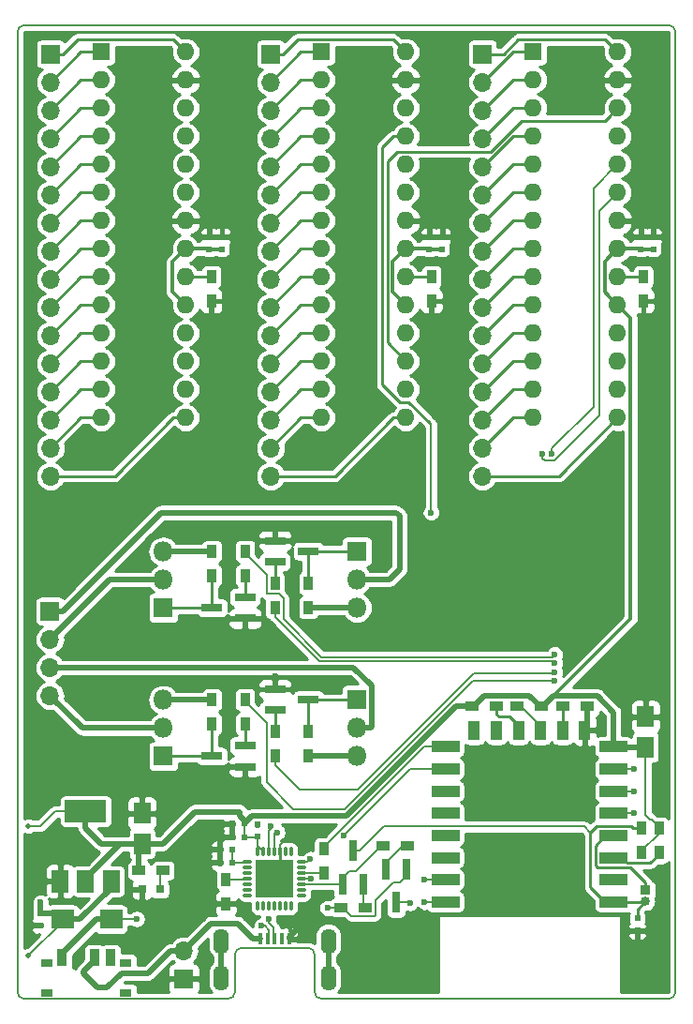
<source format=gbr>
%TF.GenerationSoftware,KiCad,Pcbnew,5.0.0*%
%TF.CreationDate,2018-08-31T22:22:52+02:00*%
%TF.ProjectId,cube,637562652E6B696361645F7063620000,B*%
%TF.SameCoordinates,Original*%
%TF.FileFunction,Copper,L1,Top,Signal*%
%TF.FilePolarity,Positive*%
%FSLAX46Y46*%
G04 Gerber Fmt 4.6, Leading zero omitted, Abs format (unit mm)*
G04 Created by KiCad (PCBNEW 5.0.0) date Fri Aug 31 22:22:52 2018*
%MOMM*%
%LPD*%
G01*
G04 APERTURE LIST*
%ADD10C,0.150000*%
%ADD11O,1.400000X2.300000*%
%ADD12R,0.400000X1.050000*%
%ADD13R,2.100580X1.800860*%
%ADD14R,0.900000X1.500000*%
%ADD15R,1.100000X0.800000*%
%ADD16R,1.200000X0.900000*%
%ADD17R,0.500000X0.600000*%
%ADD18R,0.900000X1.200000*%
%ADD19R,1.500000X1.950000*%
%ADD20R,0.600000X0.500000*%
%ADD21R,0.800000X0.800000*%
%ADD22O,1.700000X1.700000*%
%ADD23R,1.700000X1.700000*%
%ADD24R,0.800000X1.900000*%
%ADD25O,1.800000X1.800000*%
%ADD26R,1.800000X1.800000*%
%ADD27R,2.500000X1.000000*%
%ADD28R,1.000000X1.800000*%
%ADD29R,1.675000X1.675000*%
%ADD30O,0.850000X0.300000*%
%ADD31O,0.300000X0.850000*%
%ADD32O,1.600000X1.600000*%
%ADD33R,1.600000X1.600000*%
%ADD34R,1.500000X2.000000*%
%ADD35R,3.800000X2.000000*%
%ADD36R,1.900000X0.800000*%
%ADD37O,0.850000X0.850000*%
%ADD38R,0.850000X0.850000*%
%ADD39C,0.500000*%
%ADD40C,0.600000*%
%ADD41C,0.250000*%
%ADD42C,0.500000*%
%ADD43C,0.200000*%
%ADD44C,0.350000*%
G04 APERTURE END LIST*
D10*
X116300000Y-64400000D02*
G75*
G02X116900000Y-65000000I0J-600000D01*
G01*
X116900000Y-151700000D02*
X116900000Y-65000000D01*
X116900000Y-151700000D02*
G75*
G02X116300000Y-152300000I-600000J0D01*
G01*
X58000000Y-64400000D02*
X116300000Y-64400000D01*
X57400000Y-65000000D02*
G75*
G02X58000000Y-64400000I600000J0D01*
G01*
X58000000Y-152300000D02*
G75*
G02X57400000Y-151700000I0J600000D01*
G01*
X76450000Y-152300000D02*
X58000000Y-152300000D01*
X84900000Y-152300000D02*
X116300000Y-152300000D01*
X57400000Y-151700000D02*
X57400000Y-65000000D01*
X84275000Y-148300000D02*
X84275000Y-151700000D01*
X84875000Y-152300000D02*
G75*
G02X84275000Y-151700000I0J600000D01*
G01*
X83675000Y-147700000D02*
G75*
G02X84275000Y-148300000I0J-600000D01*
G01*
X77675000Y-147700000D02*
X83675000Y-147700000D01*
X77075000Y-148300000D02*
G75*
G02X77675000Y-147700000I600000J0D01*
G01*
X77075000Y-151700000D02*
G75*
G02X76475000Y-152300000I-600000J0D01*
G01*
X77075000Y-148300000D02*
X77075000Y-151700000D01*
D11*
X75825000Y-147100000D03*
D12*
X79375000Y-146875000D03*
X80025000Y-146875000D03*
X80675000Y-146875000D03*
X81325000Y-146875000D03*
X81975000Y-146875000D03*
D11*
X75825000Y-150400000D03*
X85525000Y-150400000D03*
X85525000Y-147100000D03*
D13*
X65874640Y-145125000D03*
X61475360Y-145125000D03*
D14*
X61450000Y-148550000D03*
X64350000Y-148550000D03*
X65850000Y-148550000D03*
D15*
X67200000Y-149050000D03*
X67200000Y-151750000D03*
X60100000Y-151750000D03*
X60100000Y-149050000D03*
D16*
X106700000Y-125900000D03*
X108900000Y-125900000D03*
X98500000Y-125900000D03*
X100700000Y-125900000D03*
D17*
X75900000Y-83500000D03*
X75900000Y-84600000D03*
D18*
X113800000Y-139100000D03*
X113800000Y-136900000D03*
D17*
X95800000Y-83500000D03*
X95800000Y-84600000D03*
D18*
X94850000Y-89300000D03*
X94850000Y-87100000D03*
X115400000Y-139100000D03*
X115400000Y-136900000D03*
D16*
X102600000Y-125900000D03*
X104800000Y-125900000D03*
D17*
X113775000Y-84600000D03*
X113775000Y-83500000D03*
X113450000Y-145050000D03*
X113450000Y-146150000D03*
D19*
X114200000Y-129575000D03*
X114200000Y-126825000D03*
D17*
X59500000Y-144550000D03*
X59500000Y-145650000D03*
D19*
X68675000Y-135550000D03*
X68675000Y-138300000D03*
D17*
X79075000Y-137650000D03*
X79075000Y-136550000D03*
D20*
X76825000Y-136500000D03*
X77925000Y-136500000D03*
X77925000Y-137700000D03*
X76825000Y-137700000D03*
X75725000Y-138800000D03*
X76825000Y-138800000D03*
X76825000Y-140000000D03*
X75725000Y-140000000D03*
D17*
X74750000Y-84600000D03*
X74750000Y-83500000D03*
X94650000Y-84600000D03*
X94650000Y-83500000D03*
X114900000Y-83500000D03*
X114900000Y-84600000D03*
D21*
X68675000Y-142425000D03*
X70275000Y-142425000D03*
D22*
X72450000Y-147960000D03*
D23*
X72450000Y-150500000D03*
D22*
X60400000Y-105100000D03*
X60400000Y-102560000D03*
X60400000Y-100020000D03*
X60400000Y-97480000D03*
X60400000Y-94940000D03*
X60400000Y-92400000D03*
X60400000Y-89860000D03*
X60400000Y-87320000D03*
X60400000Y-84780000D03*
X60400000Y-82240000D03*
X60400000Y-79700000D03*
X60400000Y-77160000D03*
X60400000Y-74620000D03*
X60400000Y-72080000D03*
X60400000Y-69540000D03*
D23*
X60400000Y-67000000D03*
X80300000Y-67000000D03*
D22*
X80300000Y-69540000D03*
X80300000Y-72080000D03*
X80300000Y-74620000D03*
X80300000Y-77160000D03*
X80300000Y-79700000D03*
X80300000Y-82240000D03*
X80300000Y-84780000D03*
X80300000Y-87320000D03*
X80300000Y-89860000D03*
X80300000Y-92400000D03*
X80300000Y-94940000D03*
X80300000Y-97480000D03*
X80300000Y-100020000D03*
X80300000Y-102560000D03*
X80300000Y-105100000D03*
X99450000Y-105100000D03*
X99450000Y-102560000D03*
X99450000Y-100020000D03*
X99450000Y-97480000D03*
X99450000Y-94940000D03*
X99450000Y-92400000D03*
X99450000Y-89860000D03*
X99450000Y-87320000D03*
X99450000Y-84780000D03*
X99450000Y-82240000D03*
X99450000Y-79700000D03*
X99450000Y-77160000D03*
X99450000Y-74620000D03*
X99450000Y-72080000D03*
X99450000Y-69540000D03*
D23*
X99450000Y-67000000D03*
D22*
X60350000Y-124920000D03*
X60350000Y-122380000D03*
X60350000Y-119840000D03*
D23*
X60350000Y-117300000D03*
D24*
X87775000Y-138950000D03*
X88725000Y-141950000D03*
X86825000Y-141950000D03*
X92575000Y-140600000D03*
X90675000Y-140600000D03*
X91625000Y-143600000D03*
D25*
X88100000Y-116980000D03*
X88100000Y-114440000D03*
D26*
X88100000Y-111900000D03*
X70600000Y-117000000D03*
D25*
X70600000Y-114460000D03*
X70600000Y-111920000D03*
D26*
X88100000Y-125300000D03*
D25*
X88100000Y-127840000D03*
X88100000Y-130380000D03*
X70600000Y-125320000D03*
X70600000Y-127860000D03*
D26*
X70600000Y-130400000D03*
D16*
X70575000Y-140725000D03*
X68375000Y-140725000D03*
D18*
X85125000Y-138750000D03*
X85125000Y-140950000D03*
D16*
X86675000Y-144050000D03*
X88875000Y-144050000D03*
X92675000Y-138450000D03*
X90475000Y-138450000D03*
D18*
X74950000Y-87100000D03*
X74950000Y-89300000D03*
X83700000Y-114800000D03*
X83700000Y-117000000D03*
X114000000Y-87100000D03*
X114000000Y-89300000D03*
X80700000Y-114800000D03*
X80700000Y-117000000D03*
X78000000Y-111900000D03*
X78000000Y-114100000D03*
X75000000Y-111900000D03*
X75000000Y-114100000D03*
X76275000Y-143700000D03*
X76275000Y-141500000D03*
D27*
X96100000Y-143550000D03*
X96100000Y-141550000D03*
X96100000Y-139550000D03*
X96100000Y-137550000D03*
X96100000Y-135550000D03*
X96100000Y-133550000D03*
X96100000Y-131550000D03*
X96100000Y-129550000D03*
D28*
X98700000Y-128050000D03*
X100700000Y-128050000D03*
X102700000Y-128050000D03*
X104700000Y-128050000D03*
X106700000Y-128050000D03*
X108700000Y-128050000D03*
D27*
X111300000Y-129550000D03*
X111300000Y-131550000D03*
X111300000Y-133550000D03*
X111300000Y-135550000D03*
X111300000Y-137550000D03*
X111300000Y-139550000D03*
X111300000Y-141550000D03*
X111300000Y-143550000D03*
D29*
X81475000Y-140625000D03*
X79800000Y-140625000D03*
X81475000Y-142300000D03*
X79800000Y-142300000D03*
D30*
X83087500Y-139962500D03*
X83087500Y-140462500D03*
X83087500Y-140962500D03*
X83087500Y-141462500D03*
X83087500Y-141962500D03*
X83087500Y-142462500D03*
X83087500Y-142962500D03*
D31*
X82137500Y-143912500D03*
X81637500Y-143912500D03*
X81137500Y-143912500D03*
X80637500Y-143912500D03*
X80137500Y-143912500D03*
X79637500Y-143912500D03*
X79137500Y-143912500D03*
D30*
X78187500Y-142962500D03*
X78187500Y-142462500D03*
X78187500Y-141962500D03*
X78187500Y-141462500D03*
X78187500Y-140962500D03*
X78187500Y-140462500D03*
X78187500Y-139962500D03*
D31*
X79137500Y-139012500D03*
X79637500Y-139012500D03*
X80137500Y-139012500D03*
X80637500Y-139012500D03*
X81137500Y-139012500D03*
X81637500Y-139012500D03*
X82137500Y-139012500D03*
D32*
X72620000Y-66800000D03*
X65000000Y-99820000D03*
X72620000Y-69340000D03*
X65000000Y-97280000D03*
X72620000Y-71880000D03*
X65000000Y-94740000D03*
X72620000Y-74420000D03*
X65000000Y-92200000D03*
X72620000Y-76960000D03*
X65000000Y-89660000D03*
X72620000Y-79500000D03*
X65000000Y-87120000D03*
X72620000Y-82040000D03*
X65000000Y-84580000D03*
X72620000Y-84580000D03*
X65000000Y-82040000D03*
X72620000Y-87120000D03*
X65000000Y-79500000D03*
X72620000Y-89660000D03*
X65000000Y-76960000D03*
X72620000Y-92200000D03*
X65000000Y-74420000D03*
X72620000Y-94740000D03*
X65000000Y-71880000D03*
X72620000Y-97280000D03*
X65000000Y-69340000D03*
X72620000Y-99820000D03*
D33*
X65000000Y-66800000D03*
X84900000Y-66800000D03*
D32*
X92520000Y-99820000D03*
X84900000Y-69340000D03*
X92520000Y-97280000D03*
X84900000Y-71880000D03*
X92520000Y-94740000D03*
X84900000Y-74420000D03*
X92520000Y-92200000D03*
X84900000Y-76960000D03*
X92520000Y-89660000D03*
X84900000Y-79500000D03*
X92520000Y-87120000D03*
X84900000Y-82040000D03*
X92520000Y-84580000D03*
X84900000Y-84580000D03*
X92520000Y-82040000D03*
X84900000Y-87120000D03*
X92520000Y-79500000D03*
X84900000Y-89660000D03*
X92520000Y-76960000D03*
X84900000Y-92200000D03*
X92520000Y-74420000D03*
X84900000Y-94740000D03*
X92520000Y-71880000D03*
X84900000Y-97280000D03*
X92520000Y-69340000D03*
X84900000Y-99820000D03*
X92520000Y-66800000D03*
X111670000Y-66800000D03*
X104050000Y-99820000D03*
X111670000Y-69340000D03*
X104050000Y-97280000D03*
X111670000Y-71880000D03*
X104050000Y-94740000D03*
X111670000Y-74420000D03*
X104050000Y-92200000D03*
X111670000Y-76960000D03*
X104050000Y-89660000D03*
X111670000Y-79500000D03*
X104050000Y-87120000D03*
X111670000Y-82040000D03*
X104050000Y-84580000D03*
X111670000Y-84580000D03*
X104050000Y-82040000D03*
X111670000Y-87120000D03*
X104050000Y-79500000D03*
X111670000Y-89660000D03*
X104050000Y-76960000D03*
X111670000Y-92200000D03*
X104050000Y-74420000D03*
X111670000Y-94740000D03*
X104050000Y-71880000D03*
X111670000Y-97280000D03*
X104050000Y-69340000D03*
X111670000Y-99820000D03*
D33*
X104050000Y-66800000D03*
D34*
X61275000Y-141675000D03*
X65875000Y-141675000D03*
X63575000Y-141675000D03*
D35*
X63575000Y-135375000D03*
D36*
X83700000Y-111900000D03*
X80700000Y-112850000D03*
X80700000Y-110950000D03*
X78000000Y-117950000D03*
X78000000Y-116050000D03*
X75000000Y-117000000D03*
X83700000Y-125300000D03*
X80700000Y-126250000D03*
X80700000Y-124350000D03*
X78000000Y-131350000D03*
X78000000Y-129450000D03*
X75000000Y-130400000D03*
D18*
X80700000Y-130400000D03*
X80700000Y-128200000D03*
X83700000Y-128200000D03*
X83700000Y-130400000D03*
X78000000Y-125300000D03*
X78000000Y-127500000D03*
X75000000Y-127500000D03*
X75000000Y-125300000D03*
D37*
X114200000Y-143500000D03*
D38*
X114200000Y-142500000D03*
D39*
X58400000Y-148400000D03*
X58400000Y-136700000D03*
D40*
X108700000Y-128050000D03*
X75100000Y-143700000D03*
X78000000Y-119200000D03*
X80700000Y-109600000D03*
X80700000Y-123130000D03*
X79075000Y-136550000D03*
X83800000Y-137100000D03*
X83200000Y-145500000D03*
X61275000Y-141675000D03*
X58674000Y-141732000D03*
X59500000Y-143600000D03*
X68200000Y-145100000D03*
X76825000Y-140000000D03*
X83950000Y-141462500D03*
X86891054Y-137541054D03*
X85450000Y-144100000D03*
X83891789Y-139691789D03*
X94200000Y-143550000D03*
X94800000Y-108400000D03*
X94200000Y-141550000D03*
X106700000Y-128050000D03*
X105700000Y-103100000D03*
X104700000Y-128050000D03*
X104879814Y-103086191D03*
X111400000Y-137500000D03*
X105974999Y-123600000D03*
X92900000Y-143650000D03*
X102700000Y-128050000D03*
X113150000Y-133550000D03*
X105974999Y-121999994D03*
X113150000Y-131550000D03*
X105974999Y-121199991D03*
X113150000Y-135550000D03*
X105974999Y-122799997D03*
X100700000Y-128050000D03*
X80098327Y-145124877D03*
X80900521Y-137275520D03*
X79497285Y-145725919D03*
X80299479Y-136674478D03*
D41*
X81137500Y-140287500D02*
X81475000Y-140625000D01*
X81137500Y-139012500D02*
X81137500Y-140287500D01*
D42*
X108900000Y-127850000D02*
X108700000Y-128050000D01*
X108900000Y-125900000D02*
X108900000Y-127850000D01*
D43*
X76275000Y-143700000D02*
X75100000Y-143700000D01*
D42*
X78000000Y-117950000D02*
X78000000Y-119200000D01*
X80700000Y-110950000D02*
X80700000Y-109600000D01*
X80700000Y-124350000D02*
X80700000Y-123130000D01*
D43*
X83375736Y-137100000D02*
X83800000Y-137100000D01*
X82425000Y-137100000D02*
X83375736Y-137100000D01*
X81137500Y-139012500D02*
X81137500Y-138387500D01*
X81137500Y-138387500D02*
X82425000Y-137100000D01*
D41*
X81475000Y-140625000D02*
X81475000Y-140625000D01*
D42*
X81975000Y-146875000D02*
X81975000Y-146725000D01*
X81975000Y-146725000D02*
X83200000Y-145500000D01*
X61275000Y-141675000D02*
X58731000Y-141675000D01*
X58731000Y-141675000D02*
X58674000Y-141732000D01*
D41*
X114150000Y-143550000D02*
X114200000Y-143500000D01*
X111300000Y-143550000D02*
X114150000Y-143550000D01*
X113450000Y-144250000D02*
X114200000Y-143500000D01*
X113450000Y-145050000D02*
X113450000Y-144250000D01*
X110550000Y-143550000D02*
X111300000Y-143550000D01*
X113100000Y-136900000D02*
X112924999Y-136724999D01*
X113800000Y-136900000D02*
X113100000Y-136900000D01*
X109199990Y-142199990D02*
X110550000Y-143550000D01*
X112924999Y-136724999D02*
X109789999Y-136724999D01*
X109199990Y-137315008D02*
X109199990Y-142199990D01*
X109789999Y-136724999D02*
X109200000Y-137314998D01*
X109200000Y-137314998D02*
X109199990Y-137315008D01*
D43*
X90575001Y-136749999D02*
X108635001Y-136749999D01*
X108635001Y-136749999D02*
X109200000Y-137314998D01*
X87775000Y-138950000D02*
X88375000Y-138950000D01*
X88375000Y-138950000D02*
X90575001Y-136749999D01*
X77925000Y-136500000D02*
X77925000Y-137700000D01*
X79025000Y-137700000D02*
X79075000Y-137650000D01*
X77925000Y-137700000D02*
X79025000Y-137700000D01*
X79075000Y-138950000D02*
X79137500Y-139012500D01*
X79075000Y-137650000D02*
X79075000Y-138950000D01*
X79075000Y-138450000D02*
X79637500Y-139012500D01*
X79075000Y-137650000D02*
X79075000Y-138450000D01*
D42*
X68375000Y-138600000D02*
X68675000Y-138300000D01*
X68375000Y-140725000D02*
X68375000Y-138600000D01*
D44*
X72620000Y-84580000D02*
X71444999Y-85755001D01*
X71820001Y-88860001D02*
X72620000Y-89660000D01*
X71444999Y-88484999D02*
X71820001Y-88860001D01*
X71444999Y-85755001D02*
X71444999Y-88484999D01*
X74730000Y-84580000D02*
X74750000Y-84600000D01*
X72620000Y-84580000D02*
X74730000Y-84580000D01*
X74750000Y-84600000D02*
X75900000Y-84600000D01*
X91720001Y-88860001D02*
X92520000Y-89660000D01*
X91344999Y-88484999D02*
X91720001Y-88860001D01*
X92520000Y-84580000D02*
X91344999Y-85755001D01*
X91344999Y-85755001D02*
X91344999Y-88484999D01*
X94630000Y-84580000D02*
X94650000Y-84600000D01*
X92520000Y-84580000D02*
X94630000Y-84580000D01*
X94650000Y-84600000D02*
X95800000Y-84600000D01*
X113755000Y-84580000D02*
X113775000Y-84600000D01*
X111670000Y-84580000D02*
X113755000Y-84580000D01*
X113775000Y-84600000D02*
X114900000Y-84600000D01*
X110870001Y-88860001D02*
X111670000Y-89660000D01*
X110494999Y-88484999D02*
X110870001Y-88860001D01*
X111670000Y-84580000D02*
X110494999Y-85755001D01*
X110494999Y-85755001D02*
X110494999Y-88484999D01*
D42*
X67425000Y-138300000D02*
X68675000Y-138300000D01*
X66700000Y-138300000D02*
X67425000Y-138300000D01*
X63575000Y-141675000D02*
X63575000Y-141425000D01*
X63575000Y-141425000D02*
X66700000Y-138300000D01*
X65000000Y-138300000D02*
X66700000Y-138300000D01*
X63575000Y-135375000D02*
X63575000Y-136875000D01*
X63575000Y-136875000D02*
X65000000Y-138300000D01*
X111325000Y-129575000D02*
X111300000Y-129550000D01*
X114200000Y-129575000D02*
X111325000Y-129575000D01*
X104950000Y-125900000D02*
X104800000Y-125900000D01*
X105900000Y-124950000D02*
X104950000Y-125900000D01*
X109810002Y-124950000D02*
X105900000Y-124950000D01*
X111300000Y-129550000D02*
X111300000Y-126439998D01*
X111300000Y-126439998D02*
X109810002Y-124950000D01*
D43*
X115400000Y-136750000D02*
X115400000Y-136900000D01*
X114750000Y-136100000D02*
X115400000Y-136750000D01*
X114600000Y-136100000D02*
X114750000Y-136100000D01*
X114200000Y-129575000D02*
X114200000Y-135700000D01*
X114200000Y-135700000D02*
X114600000Y-136100000D01*
X115400000Y-137350000D02*
X115400000Y-136900000D01*
X113800000Y-139100000D02*
X113800000Y-138950000D01*
X113800000Y-138950000D02*
X115400000Y-137350000D01*
D42*
X104650000Y-125900000D02*
X104800000Y-125900000D01*
X103700000Y-124950000D02*
X104650000Y-125900000D01*
X99600000Y-124950000D02*
X103700000Y-124950000D01*
X98500000Y-125900000D02*
X98650000Y-125900000D01*
X98650000Y-125900000D02*
X99600000Y-124950000D01*
X77925000Y-136239998D02*
X77925000Y-136500000D01*
X77485001Y-135799999D02*
X77925000Y-136239998D01*
X97400000Y-125900000D02*
X98500000Y-125900000D01*
X97047170Y-125900000D02*
X97400000Y-125900000D01*
X77925000Y-136500000D02*
X78625001Y-135799999D01*
X87147171Y-135799999D02*
X97047170Y-125900000D01*
X78625001Y-135799999D02*
X87147171Y-135799999D01*
D44*
X112469999Y-90459999D02*
X111670000Y-89660000D01*
X112845001Y-90835001D02*
X112469999Y-90459999D01*
X104950000Y-125900000D02*
X112845001Y-118004999D01*
X112845001Y-118004999D02*
X112845001Y-90835001D01*
D42*
X73425001Y-135399999D02*
X77485001Y-135399999D01*
X68675000Y-138300000D02*
X70525000Y-138300000D01*
X70525000Y-138300000D02*
X73425001Y-135399999D01*
X77485001Y-135399999D02*
X77485001Y-135799999D01*
D43*
X58400000Y-136700000D02*
X59500000Y-136700000D01*
X60825000Y-135375000D02*
X63575000Y-135375000D01*
X59500000Y-136700000D02*
X60825000Y-135375000D01*
D42*
X74980000Y-125320000D02*
X75000000Y-125300000D01*
X70600000Y-125320000D02*
X74980000Y-125320000D01*
X83720000Y-130380000D02*
X83700000Y-130400000D01*
X88100000Y-130380000D02*
X83720000Y-130380000D01*
X88080000Y-117000000D02*
X88100000Y-116980000D01*
X83700000Y-117000000D02*
X88080000Y-117000000D01*
X70620000Y-111900000D02*
X70600000Y-111920000D01*
X75000000Y-111900000D02*
X70620000Y-111900000D01*
X60900360Y-144550000D02*
X59500000Y-144550000D01*
X61475360Y-145125000D02*
X60900360Y-144550000D01*
X59500000Y-144550000D02*
X59500000Y-143600000D01*
X65875000Y-142275650D02*
X65875000Y-141675000D01*
X61475360Y-145125000D02*
X63025650Y-145125000D01*
X63025650Y-145125000D02*
X65875000Y-142275650D01*
D43*
X61475360Y-145324640D02*
X61475360Y-145125000D01*
X58400000Y-148400000D02*
X61475360Y-145324640D01*
X76825000Y-138800000D02*
X76825000Y-140000000D01*
X78150000Y-140000000D02*
X78187500Y-139962500D01*
X76825000Y-140000000D02*
X78150000Y-140000000D01*
X76775000Y-140000000D02*
X76825000Y-140000000D01*
X68175000Y-145125000D02*
X68200000Y-145100000D01*
D42*
X65874640Y-145125000D02*
X64575000Y-145125000D01*
X61450000Y-148250000D02*
X61450000Y-148550000D01*
X64575000Y-145125000D02*
X61450000Y-148250000D01*
D43*
X65874640Y-145125000D02*
X68175000Y-145125000D01*
X70275000Y-141025000D02*
X70575000Y-140725000D01*
X70275000Y-142425000D02*
X70275000Y-141025000D01*
D42*
X73299999Y-147110001D02*
X72450000Y-147960000D01*
X74910010Y-145499990D02*
X73299999Y-147110001D01*
X77299990Y-145499990D02*
X74910010Y-145499990D01*
X79375000Y-146875000D02*
X78675000Y-146875000D01*
X78675000Y-146875000D02*
X77299990Y-145499990D01*
X64350000Y-148850000D02*
X64350000Y-148550000D01*
X63400000Y-149800000D02*
X64350000Y-148850000D01*
X63400000Y-149995002D02*
X63400000Y-149800000D01*
X64679999Y-151275001D02*
X63400000Y-149995002D01*
X71247919Y-147960000D02*
X69227920Y-149979999D01*
X69227920Y-149979999D02*
X66815003Y-149979999D01*
X72450000Y-147960000D02*
X71247919Y-147960000D01*
X66815003Y-149979999D02*
X65520001Y-151275001D01*
X65520001Y-151275001D02*
X64679999Y-151275001D01*
X75825000Y-147100000D02*
X75825000Y-150400000D01*
X85525000Y-147100000D02*
X85525000Y-150400000D01*
D41*
X61500000Y-67000000D02*
X60400000Y-67000000D01*
X62825001Y-65674999D02*
X61500000Y-67000000D01*
X72620000Y-66800000D02*
X71494999Y-65674999D01*
X71494999Y-65674999D02*
X62825001Y-65674999D01*
X63140000Y-66800000D02*
X60400000Y-69540000D01*
X65000000Y-66800000D02*
X63140000Y-66800000D01*
X63140000Y-69340000D02*
X60400000Y-72080000D01*
X65000000Y-69340000D02*
X63140000Y-69340000D01*
X63140000Y-71880000D02*
X60400000Y-74620000D01*
X65000000Y-71880000D02*
X63140000Y-71880000D01*
X63140000Y-74420000D02*
X60400000Y-77160000D01*
X65000000Y-74420000D02*
X63140000Y-74420000D01*
X63140000Y-76960000D02*
X60400000Y-79700000D01*
X65000000Y-76960000D02*
X63140000Y-76960000D01*
X63140000Y-79500000D02*
X60400000Y-82240000D01*
X65000000Y-79500000D02*
X63140000Y-79500000D01*
X63140000Y-82040000D02*
X60400000Y-84780000D01*
X65000000Y-82040000D02*
X63140000Y-82040000D01*
X63140000Y-84580000D02*
X60400000Y-87320000D01*
X65000000Y-84580000D02*
X63140000Y-84580000D01*
X63140000Y-87120000D02*
X60400000Y-89860000D01*
X65000000Y-87120000D02*
X63140000Y-87120000D01*
X63140000Y-89660000D02*
X60400000Y-92400000D01*
X65000000Y-89660000D02*
X63140000Y-89660000D01*
X63140000Y-92200000D02*
X60400000Y-94940000D01*
X65000000Y-92200000D02*
X63140000Y-92200000D01*
X63140000Y-94740000D02*
X60400000Y-97480000D01*
X65000000Y-94740000D02*
X63140000Y-94740000D01*
X63140000Y-97280000D02*
X60400000Y-100020000D01*
X65000000Y-97280000D02*
X63140000Y-97280000D01*
X63140000Y-99820000D02*
X60400000Y-102560000D01*
X65000000Y-99820000D02*
X63140000Y-99820000D01*
X61602081Y-105100000D02*
X60400000Y-105100000D01*
X66208630Y-105100000D02*
X61602081Y-105100000D01*
X72620000Y-99820000D02*
X71488630Y-99820000D01*
X71488630Y-99820000D02*
X66208630Y-105100000D01*
X81400000Y-67000000D02*
X80300000Y-67000000D01*
X82725001Y-65674999D02*
X81400000Y-67000000D01*
X92520000Y-66800000D02*
X91394999Y-65674999D01*
X91394999Y-65674999D02*
X82725001Y-65674999D01*
X83040000Y-66800000D02*
X80300000Y-69540000D01*
X84900000Y-66800000D02*
X83040000Y-66800000D01*
X83040000Y-69340000D02*
X80300000Y-72080000D01*
X84900000Y-69340000D02*
X83040000Y-69340000D01*
X83040000Y-71880000D02*
X80300000Y-74620000D01*
X84900000Y-71880000D02*
X83040000Y-71880000D01*
X83040000Y-74420000D02*
X80300000Y-77160000D01*
X84900000Y-74420000D02*
X83040000Y-74420000D01*
X83040000Y-76960000D02*
X80300000Y-79700000D01*
X84900000Y-76960000D02*
X83040000Y-76960000D01*
X83040000Y-79500000D02*
X80300000Y-82240000D01*
X84900000Y-79500000D02*
X83040000Y-79500000D01*
X83040000Y-82040000D02*
X80300000Y-84780000D01*
X84900000Y-82040000D02*
X83040000Y-82040000D01*
X83040000Y-84580000D02*
X80300000Y-87320000D01*
X84900000Y-84580000D02*
X83040000Y-84580000D01*
X83040000Y-87120000D02*
X80300000Y-89860000D01*
X84900000Y-87120000D02*
X83040000Y-87120000D01*
X83040000Y-89660000D02*
X80300000Y-92400000D01*
X84900000Y-89660000D02*
X83040000Y-89660000D01*
X83040000Y-92200000D02*
X80300000Y-94940000D01*
X84900000Y-92200000D02*
X83040000Y-92200000D01*
X83040000Y-94740000D02*
X80300000Y-97480000D01*
X84900000Y-94740000D02*
X83040000Y-94740000D01*
X83040000Y-97280000D02*
X80300000Y-100020000D01*
X84900000Y-97280000D02*
X83040000Y-97280000D01*
X83040000Y-99820000D02*
X80300000Y-102560000D01*
X84900000Y-99820000D02*
X83040000Y-99820000D01*
X81502081Y-105100000D02*
X80300000Y-105100000D01*
X86108630Y-105100000D02*
X81502081Y-105100000D01*
X92520000Y-99820000D02*
X91388630Y-99820000D01*
X91388630Y-99820000D02*
X86108630Y-105100000D01*
X110870001Y-66000001D02*
X111670000Y-66800000D01*
X110544999Y-65674999D02*
X110870001Y-66000001D01*
X102678591Y-65674999D02*
X110544999Y-65674999D01*
X99450000Y-67000000D02*
X101353590Y-67000000D01*
X101353590Y-67000000D02*
X102678591Y-65674999D01*
X102190000Y-66800000D02*
X99450000Y-69540000D01*
X104050000Y-66800000D02*
X102190000Y-66800000D01*
X102190000Y-69340000D02*
X99450000Y-72080000D01*
X104050000Y-69340000D02*
X102190000Y-69340000D01*
X102190000Y-71880000D02*
X99450000Y-74620000D01*
X104050000Y-71880000D02*
X102190000Y-71880000D01*
X102190000Y-74420000D02*
X99450000Y-77160000D01*
X104050000Y-74420000D02*
X102190000Y-74420000D01*
X102190000Y-76960000D02*
X99450000Y-79700000D01*
X104050000Y-76960000D02*
X102190000Y-76960000D01*
X102190000Y-79500000D02*
X99450000Y-82240000D01*
X104050000Y-79500000D02*
X102190000Y-79500000D01*
X102190000Y-82040000D02*
X99450000Y-84780000D01*
X104050000Y-82040000D02*
X102190000Y-82040000D01*
X102190000Y-84580000D02*
X99450000Y-87320000D01*
X104050000Y-84580000D02*
X102190000Y-84580000D01*
X102190000Y-87120000D02*
X99450000Y-89860000D01*
X104050000Y-87120000D02*
X102190000Y-87120000D01*
X102190000Y-89660000D02*
X99450000Y-92400000D01*
X104050000Y-89660000D02*
X102190000Y-89660000D01*
X102190000Y-92200000D02*
X99450000Y-94940000D01*
X104050000Y-92200000D02*
X102190000Y-92200000D01*
X102190000Y-94740000D02*
X99450000Y-97480000D01*
X104050000Y-94740000D02*
X102190000Y-94740000D01*
X102190000Y-97280000D02*
X99450000Y-100020000D01*
X104050000Y-97280000D02*
X102190000Y-97280000D01*
X102190000Y-99820000D02*
X99450000Y-102560000D01*
X104050000Y-99820000D02*
X102190000Y-99820000D01*
X106390000Y-105100000D02*
X99450000Y-105100000D01*
X111670000Y-99820000D02*
X106390000Y-105100000D01*
D43*
X94650000Y-129550000D02*
X96100000Y-129550000D01*
X94175000Y-129550000D02*
X94650000Y-129550000D01*
X85125000Y-138750000D02*
X85125000Y-138600000D01*
X85125000Y-138600000D02*
X94175000Y-129550000D01*
X83087500Y-141462500D02*
X83950000Y-141462500D01*
X92882108Y-131550000D02*
X96100000Y-131550000D01*
X86891054Y-137541054D02*
X92882108Y-131550000D01*
X86825000Y-144050000D02*
X86675000Y-144050000D01*
X87575001Y-144800001D02*
X86825000Y-144050000D01*
X89715001Y-144800001D02*
X87575001Y-144800001D01*
X92575000Y-141150000D02*
X91975000Y-141750000D01*
X92575000Y-140600000D02*
X92575000Y-141150000D01*
X91975000Y-141750000D02*
X91425000Y-141750000D01*
X91425000Y-141750000D02*
X89775001Y-143399999D01*
X89775001Y-143399999D02*
X89775001Y-144740001D01*
X89775001Y-144740001D02*
X89715001Y-144800001D01*
X86625000Y-144100000D02*
X86675000Y-144050000D01*
X85450000Y-144100000D02*
X86625000Y-144100000D01*
X83087500Y-139962500D02*
X83621078Y-139962500D01*
X83621078Y-139962500D02*
X83891789Y-139691789D01*
X86812500Y-141962500D02*
X86825000Y-141950000D01*
X83087500Y-141962500D02*
X86812500Y-141962500D01*
X90325000Y-138450000D02*
X90475000Y-138450000D01*
X87975000Y-140800000D02*
X90325000Y-138450000D01*
X87425000Y-140800000D02*
X87975000Y-140800000D01*
X86825000Y-141950000D02*
X86825000Y-141400000D01*
X86825000Y-141400000D02*
X87425000Y-140800000D01*
X94200000Y-143550000D02*
X96100000Y-143550000D01*
D41*
X91388630Y-74420000D02*
X92520000Y-74420000D01*
X92770003Y-98405001D02*
X91979999Y-98405001D01*
X90394980Y-96819982D02*
X90394980Y-75413650D01*
X91979999Y-98405001D02*
X90394980Y-96819982D01*
X90394980Y-75413650D02*
X91388630Y-74420000D01*
D43*
X94800000Y-100434998D02*
X94665002Y-100300000D01*
X94800000Y-108400000D02*
X94800000Y-100434998D01*
D41*
X94700000Y-100334998D02*
X94665002Y-100300000D01*
X94665002Y-100300000D02*
X92770003Y-98405001D01*
D43*
X94200000Y-141550000D02*
X96100000Y-141550000D01*
D41*
X110870001Y-72679999D02*
X111670000Y-71880000D01*
X92520000Y-94740000D02*
X90844989Y-93064989D01*
X90844989Y-93064989D02*
X90844989Y-76680011D01*
X90844989Y-76680011D02*
X91729999Y-75795001D01*
X91729999Y-75795001D02*
X100178589Y-75795001D01*
X110544999Y-73005001D02*
X110870001Y-72679999D01*
X102968589Y-73005001D02*
X110544999Y-73005001D01*
X100178589Y-75795001D02*
X102968589Y-73005001D01*
X106700000Y-125900000D02*
X106700000Y-128050000D01*
D43*
X109500000Y-79130000D02*
X111670000Y-76960000D01*
X109500000Y-98831805D02*
X109500000Y-79130000D01*
X105700000Y-102631805D02*
X109500000Y-98831805D01*
X105700000Y-103100000D02*
X105700000Y-102631805D01*
X104700000Y-127650000D02*
X104700000Y-128050000D01*
X102600000Y-125900000D02*
X102950000Y-125900000D01*
X102950000Y-125900000D02*
X104700000Y-127650000D01*
X110870001Y-80299999D02*
X111670000Y-79500000D01*
X104879814Y-103086191D02*
X104879814Y-103510455D01*
X110019989Y-99668013D02*
X110019989Y-81150011D01*
X104879814Y-103510455D02*
X105069360Y-103700001D01*
X105988001Y-103700001D02*
X110019989Y-99668013D01*
X105069360Y-103700001D02*
X105988001Y-103700001D01*
X110019989Y-81150011D02*
X110870001Y-80299999D01*
D41*
X109890009Y-140475011D02*
X109650000Y-140235002D01*
X112850011Y-140475011D02*
X109890009Y-140475011D01*
X114200000Y-142500000D02*
X114200000Y-141825000D01*
X114200000Y-141825000D02*
X112850011Y-140475011D01*
X109650000Y-140235002D02*
X109650000Y-138450000D01*
D43*
X78000000Y-125450000D02*
X79949999Y-127399999D01*
X87019340Y-135150000D02*
X98569340Y-123600000D01*
X78000000Y-125300000D02*
X78000000Y-125450000D01*
X79949999Y-132749999D02*
X82350000Y-135150000D01*
X79949999Y-127399999D02*
X79949999Y-132749999D01*
X82350000Y-135150000D02*
X87019340Y-135150000D01*
D41*
X110550000Y-137550000D02*
X111300000Y-137550000D01*
X109650000Y-138450000D02*
X110550000Y-137550000D01*
D43*
X98569340Y-123600000D02*
X105974999Y-123600000D01*
X88725000Y-143900000D02*
X88875000Y-144050000D01*
X88725000Y-141950000D02*
X88725000Y-143900000D01*
X92275000Y-138450000D02*
X92675000Y-138450000D01*
X90675000Y-140600000D02*
X90675000Y-140050000D01*
X90675000Y-140050000D02*
X92275000Y-138450000D01*
D41*
X102700000Y-127650000D02*
X102700000Y-128050000D01*
X101874999Y-126824999D02*
X102700000Y-127650000D01*
X100924999Y-126824999D02*
X101874999Y-126824999D01*
X100700000Y-125900000D02*
X100700000Y-126600000D01*
X100700000Y-126600000D02*
X100924999Y-126824999D01*
D43*
X91625000Y-143600000D02*
X92850000Y-143600000D01*
X92850000Y-143600000D02*
X92900000Y-143650000D01*
X84729990Y-121829990D02*
X94779990Y-121829990D01*
X80700000Y-117000000D02*
X80700000Y-117800000D01*
X80700000Y-117800000D02*
X84729990Y-121829990D01*
X113150000Y-133550000D02*
X111300000Y-133550000D01*
X94779990Y-121829990D02*
X105804995Y-121829990D01*
X105804995Y-121829990D02*
X105974999Y-121999994D01*
X78000000Y-111900000D02*
X78000000Y-112050000D01*
X79949999Y-113999999D02*
X79949999Y-115749999D01*
X78000000Y-112050000D02*
X79949999Y-113999999D01*
X81450001Y-116159999D02*
X81450001Y-117984303D01*
X79949999Y-115749999D02*
X81040001Y-115749999D01*
X81040001Y-115749999D02*
X81450001Y-116159999D01*
X84895678Y-121429980D02*
X94870020Y-121429980D01*
X81450001Y-117984303D02*
X84895678Y-121429980D01*
X113150000Y-131550000D02*
X111300000Y-131550000D01*
X94870020Y-121429980D02*
X105745010Y-121429980D01*
X105745010Y-121429980D02*
X105974999Y-121199991D01*
X80700000Y-130550000D02*
X80700000Y-130400000D01*
X88203642Y-133400000D02*
X98653642Y-122950000D01*
X82900000Y-133400000D02*
X88203642Y-133400000D01*
X80700000Y-130400000D02*
X80700000Y-131200000D01*
X80700000Y-131200000D02*
X82900000Y-133400000D01*
X113150000Y-135550000D02*
X111300000Y-135550000D01*
X98653642Y-122950000D02*
X105824996Y-122950000D01*
X105824996Y-122950000D02*
X105974999Y-122799997D01*
D41*
X115400000Y-139250000D02*
X115400000Y-139100000D01*
X114624999Y-140025001D02*
X115400000Y-139250000D01*
X112525001Y-140025001D02*
X114624999Y-140025001D01*
X111300000Y-139550000D02*
X112050000Y-139550000D01*
X112050000Y-139550000D02*
X112525001Y-140025001D01*
D43*
X85112500Y-140962500D02*
X85125000Y-140950000D01*
X83087500Y-140962500D02*
X85112500Y-140962500D01*
D41*
X72640000Y-87100000D02*
X72620000Y-87120000D01*
X74950000Y-87100000D02*
X72640000Y-87100000D01*
X94830000Y-87120000D02*
X94850000Y-87100000D01*
X92520000Y-87120000D02*
X94830000Y-87120000D01*
X113980000Y-87120000D02*
X114000000Y-87100000D01*
X111670000Y-87120000D02*
X113980000Y-87120000D01*
D43*
X80098327Y-145407720D02*
X80098327Y-145124877D01*
X80575000Y-146450000D02*
X80575000Y-145884393D01*
X80675000Y-146550000D02*
X80575000Y-146450000D01*
X80675000Y-146875000D02*
X80675000Y-146550000D01*
X80575000Y-145884393D02*
X80098327Y-145407720D01*
X80637500Y-138587500D02*
X80637500Y-139012500D01*
X80612500Y-138562500D02*
X80637500Y-138587500D01*
X80612500Y-137280698D02*
X80612500Y-138562500D01*
X80617678Y-137275520D02*
X80612500Y-137280698D01*
X80900521Y-137275520D02*
X80617678Y-137275520D01*
X80025000Y-146875000D02*
X80025000Y-146550000D01*
X80125000Y-146070791D02*
X79780128Y-145725919D01*
X79780128Y-145725919D02*
X79497285Y-145725919D01*
X80025000Y-146550000D02*
X80125000Y-146450000D01*
X80125000Y-146450000D02*
X80125000Y-146070791D01*
X80299479Y-136957321D02*
X80162500Y-137094300D01*
X80299479Y-136674478D02*
X80299479Y-136957321D01*
X80162500Y-137094300D02*
X80162500Y-138562500D01*
X80162500Y-138562500D02*
X80137500Y-138587500D01*
X80137500Y-138587500D02*
X80137500Y-139012500D01*
D42*
X61500000Y-117300000D02*
X60350000Y-117300000D01*
X88100000Y-114440000D02*
X91046000Y-114440000D01*
X91046000Y-114440000D02*
X91948000Y-113538000D01*
X91636000Y-108400000D02*
X70400000Y-108400000D01*
X91948000Y-113538000D02*
X91948000Y-108712000D01*
X91948000Y-108712000D02*
X91636000Y-108400000D01*
X70400000Y-108400000D02*
X61500000Y-117300000D01*
X65730000Y-114460000D02*
X60350000Y-119840000D01*
X70600000Y-114460000D02*
X65730000Y-114460000D01*
X61552081Y-122380000D02*
X60350000Y-122380000D01*
X87790002Y-122380000D02*
X61552081Y-122380000D01*
X89450001Y-124039999D02*
X87790002Y-122380000D01*
X89450001Y-127762791D02*
X89450001Y-124039999D01*
X88100000Y-127840000D02*
X89372792Y-127840000D01*
X89372792Y-127840000D02*
X89450001Y-127762791D01*
X63290000Y-127860000D02*
X60350000Y-124920000D01*
X70600000Y-127860000D02*
X63290000Y-127860000D01*
D43*
X78150000Y-141500000D02*
X78187500Y-141462500D01*
X76275000Y-141500000D02*
X78150000Y-141500000D01*
D41*
X83700000Y-111900000D02*
X88100000Y-111900000D01*
X83700000Y-111900000D02*
X83700000Y-114800000D01*
X73800000Y-117000000D02*
X70600000Y-117000000D01*
X75000000Y-117000000D02*
X73800000Y-117000000D01*
X75000000Y-116350000D02*
X75000000Y-114100000D01*
X75000000Y-117000000D02*
X75000000Y-116350000D01*
X83700000Y-125300000D02*
X88100000Y-125300000D01*
X83700000Y-125300000D02*
X83700000Y-128200000D01*
X70600000Y-130400000D02*
X75000000Y-130400000D01*
X75000000Y-130400000D02*
X75000000Y-127500000D01*
X80700000Y-114800000D02*
X80700000Y-112850000D01*
X78000000Y-116050000D02*
X78000000Y-114100000D01*
X80700000Y-128200000D02*
X80700000Y-126250000D01*
X78000000Y-129450000D02*
X78000000Y-127500000D01*
G36*
X108549990Y-137548871D02*
X108549991Y-142168058D01*
X108546846Y-142199990D01*
X108559396Y-142327412D01*
X108596563Y-142449937D01*
X108656920Y-142562858D01*
X108717792Y-142637030D01*
X108717795Y-142637033D01*
X108738148Y-142661833D01*
X108762947Y-142682185D01*
X109522460Y-143441699D01*
X109522460Y-144050000D01*
X109532597Y-144152918D01*
X109562617Y-144251881D01*
X109611367Y-144343086D01*
X109676973Y-144423027D01*
X109756914Y-144488633D01*
X109848119Y-144537383D01*
X109947082Y-144567403D01*
X110050000Y-144577540D01*
X112550000Y-144577540D01*
X112652918Y-144567403D01*
X112712225Y-144549413D01*
X112682597Y-144647082D01*
X112672460Y-144750000D01*
X112672460Y-145350000D01*
X112682597Y-145452918D01*
X112692290Y-145484872D01*
X112646132Y-145553952D01*
X112599018Y-145667694D01*
X112575000Y-145788443D01*
X112575000Y-145868750D01*
X112731250Y-146025000D01*
X113325000Y-146025000D01*
X113325000Y-146005000D01*
X113575000Y-146005000D01*
X113575000Y-146025000D01*
X114168750Y-146025000D01*
X114325000Y-145868750D01*
X114325000Y-145788443D01*
X114300982Y-145667694D01*
X114253868Y-145553952D01*
X114207710Y-145484872D01*
X114217403Y-145452918D01*
X114227540Y-145350000D01*
X114227540Y-144750000D01*
X114217403Y-144647082D01*
X114187383Y-144548119D01*
X114146885Y-144472353D01*
X114169238Y-144450000D01*
X114246665Y-144450000D01*
X114386232Y-144436254D01*
X114565308Y-144381932D01*
X114730345Y-144293718D01*
X114875001Y-144175001D01*
X114993718Y-144030345D01*
X115081932Y-143865308D01*
X115136254Y-143686232D01*
X115154596Y-143500000D01*
X115136254Y-143313768D01*
X115091445Y-143166053D01*
X115112383Y-143126881D01*
X115142403Y-143027918D01*
X115152540Y-142925000D01*
X115152540Y-142075000D01*
X115142403Y-141972082D01*
X115112383Y-141873119D01*
X115063633Y-141781914D01*
X114998027Y-141701973D01*
X114918086Y-141636367D01*
X114826881Y-141587617D01*
X114805248Y-141581055D01*
X114803427Y-141575052D01*
X114743070Y-141462132D01*
X114661843Y-141363157D01*
X114637038Y-141342800D01*
X113969239Y-140675001D01*
X114593078Y-140675001D01*
X114624999Y-140678145D01*
X114656920Y-140675001D01*
X114656931Y-140675001D01*
X114752421Y-140665596D01*
X114874947Y-140628428D01*
X114987867Y-140568071D01*
X115086842Y-140486844D01*
X115107199Y-140462039D01*
X115341698Y-140227540D01*
X115850000Y-140227540D01*
X115952918Y-140217403D01*
X116051881Y-140187383D01*
X116143086Y-140138633D01*
X116223027Y-140073027D01*
X116288633Y-139993086D01*
X116300000Y-139971820D01*
X116300000Y-151670659D01*
X116297378Y-151697396D01*
X116272605Y-151700000D01*
X111975000Y-151700000D01*
X111975000Y-146431250D01*
X112575000Y-146431250D01*
X112575000Y-146511557D01*
X112599018Y-146632306D01*
X112646132Y-146746048D01*
X112714531Y-146848414D01*
X112801586Y-146935469D01*
X112903951Y-147003868D01*
X113017694Y-147050982D01*
X113138443Y-147075000D01*
X113168750Y-147075000D01*
X113325000Y-146918750D01*
X113325000Y-146275000D01*
X113575000Y-146275000D01*
X113575000Y-146918750D01*
X113731250Y-147075000D01*
X113761557Y-147075000D01*
X113882306Y-147050982D01*
X113996049Y-147003868D01*
X114098414Y-146935469D01*
X114185469Y-146848414D01*
X114253868Y-146746048D01*
X114300982Y-146632306D01*
X114325000Y-146511557D01*
X114325000Y-146431250D01*
X114168750Y-146275000D01*
X113575000Y-146275000D01*
X113325000Y-146275000D01*
X112731250Y-146275000D01*
X112575000Y-146431250D01*
X111975000Y-146431250D01*
X111975000Y-144850000D01*
X111965485Y-144802165D01*
X111938388Y-144761612D01*
X111897835Y-144734515D01*
X111850000Y-144725000D01*
X95600000Y-144725000D01*
X95552951Y-144734192D01*
X95512215Y-144761012D01*
X95484843Y-144801380D01*
X95475003Y-144849150D01*
X95428399Y-151700000D01*
X86412136Y-151700000D01*
X86548478Y-151533866D01*
X86662228Y-151321055D01*
X86732275Y-151090142D01*
X86750000Y-150910177D01*
X86750000Y-149889822D01*
X86732275Y-149709858D01*
X86662228Y-149478945D01*
X86548478Y-149266134D01*
X86395397Y-149079603D01*
X86300000Y-149001314D01*
X86300000Y-148498687D01*
X86395397Y-148420397D01*
X86548478Y-148233866D01*
X86662228Y-148021055D01*
X86732275Y-147790142D01*
X86750000Y-147610177D01*
X86750000Y-146589822D01*
X86732275Y-146409858D01*
X86662228Y-146178945D01*
X86548478Y-145966134D01*
X86395397Y-145779603D01*
X86208865Y-145626522D01*
X85996054Y-145512772D01*
X85765141Y-145442725D01*
X85525000Y-145419073D01*
X85284858Y-145442725D01*
X85053945Y-145512772D01*
X84841134Y-145626522D01*
X84654603Y-145779603D01*
X84501522Y-145966135D01*
X84387772Y-146178946D01*
X84317725Y-146409859D01*
X84300000Y-146589823D01*
X84300000Y-147277141D01*
X84296087Y-147274462D01*
X84288718Y-147270478D01*
X84185325Y-147215503D01*
X84135044Y-147194779D01*
X84085063Y-147173357D01*
X84077064Y-147170881D01*
X84077058Y-147170879D01*
X83964959Y-147137035D01*
X83911638Y-147126477D01*
X83858423Y-147115166D01*
X83850097Y-147114292D01*
X83850089Y-147114290D01*
X83850081Y-147114290D01*
X83733938Y-147102902D01*
X83704474Y-147100000D01*
X82743750Y-147100000D01*
X82643750Y-147000000D01*
X82075000Y-147000000D01*
X82075000Y-147020000D01*
X82052540Y-147020000D01*
X82052540Y-146350000D01*
X82042403Y-146247082D01*
X82012383Y-146148119D01*
X81963633Y-146056914D01*
X81898027Y-145976973D01*
X81875000Y-145958075D01*
X81875000Y-145881250D01*
X82075000Y-145881250D01*
X82075000Y-146750000D01*
X82643750Y-146750000D01*
X82800000Y-146593750D01*
X82800000Y-146288443D01*
X82775982Y-146167694D01*
X82728868Y-146053951D01*
X82660469Y-145951586D01*
X82573414Y-145864531D01*
X82471048Y-145796132D01*
X82357306Y-145749018D01*
X82236557Y-145725000D01*
X82231250Y-145725000D01*
X82075000Y-145881250D01*
X81875000Y-145881250D01*
X81718750Y-145725000D01*
X81713443Y-145725000D01*
X81592694Y-145749018D01*
X81478952Y-145796132D01*
X81439549Y-145822460D01*
X81196924Y-145822460D01*
X81190957Y-145761872D01*
X81155219Y-145644059D01*
X81145845Y-145626522D01*
X81097182Y-145535480D01*
X81038652Y-145464161D01*
X81038649Y-145464158D01*
X81019080Y-145440313D01*
X80995234Y-145420743D01*
X80899651Y-145325161D01*
X80923327Y-145206132D01*
X80923327Y-145043622D01*
X80891623Y-144884233D01*
X80866436Y-144823426D01*
X80887500Y-144817036D01*
X81005177Y-144852733D01*
X81137500Y-144865766D01*
X81269822Y-144852733D01*
X81387500Y-144817036D01*
X81505177Y-144852733D01*
X81637500Y-144865766D01*
X81769822Y-144852733D01*
X81887500Y-144817036D01*
X82005177Y-144852733D01*
X82137500Y-144865766D01*
X82269822Y-144852733D01*
X82397060Y-144814136D01*
X82514323Y-144751458D01*
X82617105Y-144667106D01*
X82701458Y-144564324D01*
X82764136Y-144447061D01*
X82802733Y-144319823D01*
X82812500Y-144220659D01*
X82812500Y-143637500D01*
X83395659Y-143637500D01*
X83494823Y-143627733D01*
X83622061Y-143589136D01*
X83739324Y-143526458D01*
X83842106Y-143442106D01*
X83926458Y-143339324D01*
X83989136Y-143222061D01*
X84027733Y-143094823D01*
X84040766Y-142962500D01*
X84027733Y-142830177D01*
X83992036Y-142712500D01*
X84027733Y-142594823D01*
X84028454Y-142587500D01*
X85897460Y-142587500D01*
X85897460Y-142900000D01*
X85907597Y-143002918D01*
X85935164Y-143093796D01*
X85873119Y-143112617D01*
X85781914Y-143161367D01*
X85701973Y-143226973D01*
X85644132Y-143297452D01*
X85531255Y-143275000D01*
X85368745Y-143275000D01*
X85209356Y-143306704D01*
X85059216Y-143368894D01*
X84924093Y-143459181D01*
X84809181Y-143574093D01*
X84718894Y-143709216D01*
X84656704Y-143859356D01*
X84625000Y-144018745D01*
X84625000Y-144181255D01*
X84656704Y-144340644D01*
X84718894Y-144490784D01*
X84809181Y-144625907D01*
X84924093Y-144740819D01*
X85059216Y-144831106D01*
X85209356Y-144893296D01*
X85368745Y-144925000D01*
X85531255Y-144925000D01*
X85690644Y-144893296D01*
X85714587Y-144883379D01*
X85781914Y-144938633D01*
X85873119Y-144987383D01*
X85972082Y-145017403D01*
X86075000Y-145027540D01*
X86918657Y-145027540D01*
X87111351Y-145220235D01*
X87130921Y-145244081D01*
X87154766Y-145263650D01*
X87154770Y-145263654D01*
X87226089Y-145322184D01*
X87278130Y-145350000D01*
X87334667Y-145380220D01*
X87452480Y-145415958D01*
X87544297Y-145425001D01*
X87544299Y-145425001D01*
X87575001Y-145428025D01*
X87605703Y-145425001D01*
X89684307Y-145425001D01*
X89715001Y-145428024D01*
X89745695Y-145425001D01*
X89745705Y-145425001D01*
X89837522Y-145415958D01*
X89955335Y-145380220D01*
X90063912Y-145322184D01*
X90159081Y-145244081D01*
X90178659Y-145220225D01*
X90195225Y-145203659D01*
X90219081Y-145184081D01*
X90297184Y-145088912D01*
X90355220Y-144980335D01*
X90390958Y-144862522D01*
X90400001Y-144770705D01*
X90400001Y-144770702D01*
X90403025Y-144740001D01*
X90400001Y-144709300D01*
X90400001Y-143658881D01*
X90697460Y-143361422D01*
X90697460Y-144550000D01*
X90707597Y-144652918D01*
X90737617Y-144751881D01*
X90786367Y-144843086D01*
X90851973Y-144923027D01*
X90931914Y-144988633D01*
X91023119Y-145037383D01*
X91122082Y-145067403D01*
X91225000Y-145077540D01*
X92025000Y-145077540D01*
X92127918Y-145067403D01*
X92226881Y-145037383D01*
X92318086Y-144988633D01*
X92398027Y-144923027D01*
X92463633Y-144843086D01*
X92512383Y-144751881D01*
X92542403Y-144652918D01*
X92552540Y-144550000D01*
X92552540Y-144399051D01*
X92659356Y-144443296D01*
X92818745Y-144475000D01*
X92981255Y-144475000D01*
X93140644Y-144443296D01*
X93290784Y-144381106D01*
X93425907Y-144290819D01*
X93540819Y-144175907D01*
X93588228Y-144104954D01*
X93674093Y-144190819D01*
X93809216Y-144281106D01*
X93959356Y-144343296D01*
X94118745Y-144375000D01*
X94281255Y-144375000D01*
X94415624Y-144348273D01*
X94476973Y-144423027D01*
X94556914Y-144488633D01*
X94648119Y-144537383D01*
X94747082Y-144567403D01*
X94850000Y-144577540D01*
X97350000Y-144577540D01*
X97452918Y-144567403D01*
X97551881Y-144537383D01*
X97643086Y-144488633D01*
X97723027Y-144423027D01*
X97788633Y-144343086D01*
X97837383Y-144251881D01*
X97867403Y-144152918D01*
X97877540Y-144050000D01*
X97877540Y-143050000D01*
X97867403Y-142947082D01*
X97837383Y-142848119D01*
X97788633Y-142756914D01*
X97723027Y-142676973D01*
X97643086Y-142611367D01*
X97551881Y-142562617D01*
X97510288Y-142550000D01*
X97551881Y-142537383D01*
X97643086Y-142488633D01*
X97723027Y-142423027D01*
X97788633Y-142343086D01*
X97837383Y-142251881D01*
X97867403Y-142152918D01*
X97877540Y-142050000D01*
X97877540Y-141050000D01*
X97867403Y-140947082D01*
X97837383Y-140848119D01*
X97788633Y-140756914D01*
X97723027Y-140676973D01*
X97643086Y-140611367D01*
X97551881Y-140562617D01*
X97510288Y-140550000D01*
X97551881Y-140537383D01*
X97643086Y-140488633D01*
X97723027Y-140423027D01*
X97788633Y-140343086D01*
X97837383Y-140251881D01*
X97867403Y-140152918D01*
X97877540Y-140050000D01*
X97877540Y-139050000D01*
X97867403Y-138947082D01*
X97837383Y-138848119D01*
X97788633Y-138756914D01*
X97723027Y-138676973D01*
X97643086Y-138611367D01*
X97551881Y-138562617D01*
X97510288Y-138550000D01*
X97551881Y-138537383D01*
X97643086Y-138488633D01*
X97723027Y-138423027D01*
X97788633Y-138343086D01*
X97837383Y-138251881D01*
X97867403Y-138152918D01*
X97877540Y-138050000D01*
X97877540Y-137374999D01*
X108376119Y-137374999D01*
X108549990Y-137548871D01*
X108549990Y-137548871D01*
G37*
X108549990Y-137548871D02*
X108549991Y-142168058D01*
X108546846Y-142199990D01*
X108559396Y-142327412D01*
X108596563Y-142449937D01*
X108656920Y-142562858D01*
X108717792Y-142637030D01*
X108717795Y-142637033D01*
X108738148Y-142661833D01*
X108762947Y-142682185D01*
X109522460Y-143441699D01*
X109522460Y-144050000D01*
X109532597Y-144152918D01*
X109562617Y-144251881D01*
X109611367Y-144343086D01*
X109676973Y-144423027D01*
X109756914Y-144488633D01*
X109848119Y-144537383D01*
X109947082Y-144567403D01*
X110050000Y-144577540D01*
X112550000Y-144577540D01*
X112652918Y-144567403D01*
X112712225Y-144549413D01*
X112682597Y-144647082D01*
X112672460Y-144750000D01*
X112672460Y-145350000D01*
X112682597Y-145452918D01*
X112692290Y-145484872D01*
X112646132Y-145553952D01*
X112599018Y-145667694D01*
X112575000Y-145788443D01*
X112575000Y-145868750D01*
X112731250Y-146025000D01*
X113325000Y-146025000D01*
X113325000Y-146005000D01*
X113575000Y-146005000D01*
X113575000Y-146025000D01*
X114168750Y-146025000D01*
X114325000Y-145868750D01*
X114325000Y-145788443D01*
X114300982Y-145667694D01*
X114253868Y-145553952D01*
X114207710Y-145484872D01*
X114217403Y-145452918D01*
X114227540Y-145350000D01*
X114227540Y-144750000D01*
X114217403Y-144647082D01*
X114187383Y-144548119D01*
X114146885Y-144472353D01*
X114169238Y-144450000D01*
X114246665Y-144450000D01*
X114386232Y-144436254D01*
X114565308Y-144381932D01*
X114730345Y-144293718D01*
X114875001Y-144175001D01*
X114993718Y-144030345D01*
X115081932Y-143865308D01*
X115136254Y-143686232D01*
X115154596Y-143500000D01*
X115136254Y-143313768D01*
X115091445Y-143166053D01*
X115112383Y-143126881D01*
X115142403Y-143027918D01*
X115152540Y-142925000D01*
X115152540Y-142075000D01*
X115142403Y-141972082D01*
X115112383Y-141873119D01*
X115063633Y-141781914D01*
X114998027Y-141701973D01*
X114918086Y-141636367D01*
X114826881Y-141587617D01*
X114805248Y-141581055D01*
X114803427Y-141575052D01*
X114743070Y-141462132D01*
X114661843Y-141363157D01*
X114637038Y-141342800D01*
X113969239Y-140675001D01*
X114593078Y-140675001D01*
X114624999Y-140678145D01*
X114656920Y-140675001D01*
X114656931Y-140675001D01*
X114752421Y-140665596D01*
X114874947Y-140628428D01*
X114987867Y-140568071D01*
X115086842Y-140486844D01*
X115107199Y-140462039D01*
X115341698Y-140227540D01*
X115850000Y-140227540D01*
X115952918Y-140217403D01*
X116051881Y-140187383D01*
X116143086Y-140138633D01*
X116223027Y-140073027D01*
X116288633Y-139993086D01*
X116300000Y-139971820D01*
X116300000Y-151670659D01*
X116297378Y-151697396D01*
X116272605Y-151700000D01*
X111975000Y-151700000D01*
X111975000Y-146431250D01*
X112575000Y-146431250D01*
X112575000Y-146511557D01*
X112599018Y-146632306D01*
X112646132Y-146746048D01*
X112714531Y-146848414D01*
X112801586Y-146935469D01*
X112903951Y-147003868D01*
X113017694Y-147050982D01*
X113138443Y-147075000D01*
X113168750Y-147075000D01*
X113325000Y-146918750D01*
X113325000Y-146275000D01*
X113575000Y-146275000D01*
X113575000Y-146918750D01*
X113731250Y-147075000D01*
X113761557Y-147075000D01*
X113882306Y-147050982D01*
X113996049Y-147003868D01*
X114098414Y-146935469D01*
X114185469Y-146848414D01*
X114253868Y-146746048D01*
X114300982Y-146632306D01*
X114325000Y-146511557D01*
X114325000Y-146431250D01*
X114168750Y-146275000D01*
X113575000Y-146275000D01*
X113325000Y-146275000D01*
X112731250Y-146275000D01*
X112575000Y-146431250D01*
X111975000Y-146431250D01*
X111975000Y-144850000D01*
X111965485Y-144802165D01*
X111938388Y-144761612D01*
X111897835Y-144734515D01*
X111850000Y-144725000D01*
X95600000Y-144725000D01*
X95552951Y-144734192D01*
X95512215Y-144761012D01*
X95484843Y-144801380D01*
X95475003Y-144849150D01*
X95428399Y-151700000D01*
X86412136Y-151700000D01*
X86548478Y-151533866D01*
X86662228Y-151321055D01*
X86732275Y-151090142D01*
X86750000Y-150910177D01*
X86750000Y-149889822D01*
X86732275Y-149709858D01*
X86662228Y-149478945D01*
X86548478Y-149266134D01*
X86395397Y-149079603D01*
X86300000Y-149001314D01*
X86300000Y-148498687D01*
X86395397Y-148420397D01*
X86548478Y-148233866D01*
X86662228Y-148021055D01*
X86732275Y-147790142D01*
X86750000Y-147610177D01*
X86750000Y-146589822D01*
X86732275Y-146409858D01*
X86662228Y-146178945D01*
X86548478Y-145966134D01*
X86395397Y-145779603D01*
X86208865Y-145626522D01*
X85996054Y-145512772D01*
X85765141Y-145442725D01*
X85525000Y-145419073D01*
X85284858Y-145442725D01*
X85053945Y-145512772D01*
X84841134Y-145626522D01*
X84654603Y-145779603D01*
X84501522Y-145966135D01*
X84387772Y-146178946D01*
X84317725Y-146409859D01*
X84300000Y-146589823D01*
X84300000Y-147277141D01*
X84296087Y-147274462D01*
X84288718Y-147270478D01*
X84185325Y-147215503D01*
X84135044Y-147194779D01*
X84085063Y-147173357D01*
X84077064Y-147170881D01*
X84077058Y-147170879D01*
X83964959Y-147137035D01*
X83911638Y-147126477D01*
X83858423Y-147115166D01*
X83850097Y-147114292D01*
X83850089Y-147114290D01*
X83850081Y-147114290D01*
X83733938Y-147102902D01*
X83704474Y-147100000D01*
X82743750Y-147100000D01*
X82643750Y-147000000D01*
X82075000Y-147000000D01*
X82075000Y-147020000D01*
X82052540Y-147020000D01*
X82052540Y-146350000D01*
X82042403Y-146247082D01*
X82012383Y-146148119D01*
X81963633Y-146056914D01*
X81898027Y-145976973D01*
X81875000Y-145958075D01*
X81875000Y-145881250D01*
X82075000Y-145881250D01*
X82075000Y-146750000D01*
X82643750Y-146750000D01*
X82800000Y-146593750D01*
X82800000Y-146288443D01*
X82775982Y-146167694D01*
X82728868Y-146053951D01*
X82660469Y-145951586D01*
X82573414Y-145864531D01*
X82471048Y-145796132D01*
X82357306Y-145749018D01*
X82236557Y-145725000D01*
X82231250Y-145725000D01*
X82075000Y-145881250D01*
X81875000Y-145881250D01*
X81718750Y-145725000D01*
X81713443Y-145725000D01*
X81592694Y-145749018D01*
X81478952Y-145796132D01*
X81439549Y-145822460D01*
X81196924Y-145822460D01*
X81190957Y-145761872D01*
X81155219Y-145644059D01*
X81145845Y-145626522D01*
X81097182Y-145535480D01*
X81038652Y-145464161D01*
X81038649Y-145464158D01*
X81019080Y-145440313D01*
X80995234Y-145420743D01*
X80899651Y-145325161D01*
X80923327Y-145206132D01*
X80923327Y-145043622D01*
X80891623Y-144884233D01*
X80866436Y-144823426D01*
X80887500Y-144817036D01*
X81005177Y-144852733D01*
X81137500Y-144865766D01*
X81269822Y-144852733D01*
X81387500Y-144817036D01*
X81505177Y-144852733D01*
X81637500Y-144865766D01*
X81769822Y-144852733D01*
X81887500Y-144817036D01*
X82005177Y-144852733D01*
X82137500Y-144865766D01*
X82269822Y-144852733D01*
X82397060Y-144814136D01*
X82514323Y-144751458D01*
X82617105Y-144667106D01*
X82701458Y-144564324D01*
X82764136Y-144447061D01*
X82802733Y-144319823D01*
X82812500Y-144220659D01*
X82812500Y-143637500D01*
X83395659Y-143637500D01*
X83494823Y-143627733D01*
X83622061Y-143589136D01*
X83739324Y-143526458D01*
X83842106Y-143442106D01*
X83926458Y-143339324D01*
X83989136Y-143222061D01*
X84027733Y-143094823D01*
X84040766Y-142962500D01*
X84027733Y-142830177D01*
X83992036Y-142712500D01*
X84027733Y-142594823D01*
X84028454Y-142587500D01*
X85897460Y-142587500D01*
X85897460Y-142900000D01*
X85907597Y-143002918D01*
X85935164Y-143093796D01*
X85873119Y-143112617D01*
X85781914Y-143161367D01*
X85701973Y-143226973D01*
X85644132Y-143297452D01*
X85531255Y-143275000D01*
X85368745Y-143275000D01*
X85209356Y-143306704D01*
X85059216Y-143368894D01*
X84924093Y-143459181D01*
X84809181Y-143574093D01*
X84718894Y-143709216D01*
X84656704Y-143859356D01*
X84625000Y-144018745D01*
X84625000Y-144181255D01*
X84656704Y-144340644D01*
X84718894Y-144490784D01*
X84809181Y-144625907D01*
X84924093Y-144740819D01*
X85059216Y-144831106D01*
X85209356Y-144893296D01*
X85368745Y-144925000D01*
X85531255Y-144925000D01*
X85690644Y-144893296D01*
X85714587Y-144883379D01*
X85781914Y-144938633D01*
X85873119Y-144987383D01*
X85972082Y-145017403D01*
X86075000Y-145027540D01*
X86918657Y-145027540D01*
X87111351Y-145220235D01*
X87130921Y-145244081D01*
X87154766Y-145263650D01*
X87154770Y-145263654D01*
X87226089Y-145322184D01*
X87278130Y-145350000D01*
X87334667Y-145380220D01*
X87452480Y-145415958D01*
X87544297Y-145425001D01*
X87544299Y-145425001D01*
X87575001Y-145428025D01*
X87605703Y-145425001D01*
X89684307Y-145425001D01*
X89715001Y-145428024D01*
X89745695Y-145425001D01*
X89745705Y-145425001D01*
X89837522Y-145415958D01*
X89955335Y-145380220D01*
X90063912Y-145322184D01*
X90159081Y-145244081D01*
X90178659Y-145220225D01*
X90195225Y-145203659D01*
X90219081Y-145184081D01*
X90297184Y-145088912D01*
X90355220Y-144980335D01*
X90390958Y-144862522D01*
X90400001Y-144770705D01*
X90400001Y-144770702D01*
X90403025Y-144740001D01*
X90400001Y-144709300D01*
X90400001Y-143658881D01*
X90697460Y-143361422D01*
X90697460Y-144550000D01*
X90707597Y-144652918D01*
X90737617Y-144751881D01*
X90786367Y-144843086D01*
X90851973Y-144923027D01*
X90931914Y-144988633D01*
X91023119Y-145037383D01*
X91122082Y-145067403D01*
X91225000Y-145077540D01*
X92025000Y-145077540D01*
X92127918Y-145067403D01*
X92226881Y-145037383D01*
X92318086Y-144988633D01*
X92398027Y-144923027D01*
X92463633Y-144843086D01*
X92512383Y-144751881D01*
X92542403Y-144652918D01*
X92552540Y-144550000D01*
X92552540Y-144399051D01*
X92659356Y-144443296D01*
X92818745Y-144475000D01*
X92981255Y-144475000D01*
X93140644Y-144443296D01*
X93290784Y-144381106D01*
X93425907Y-144290819D01*
X93540819Y-144175907D01*
X93588228Y-144104954D01*
X93674093Y-144190819D01*
X93809216Y-144281106D01*
X93959356Y-144343296D01*
X94118745Y-144375000D01*
X94281255Y-144375000D01*
X94415624Y-144348273D01*
X94476973Y-144423027D01*
X94556914Y-144488633D01*
X94648119Y-144537383D01*
X94747082Y-144567403D01*
X94850000Y-144577540D01*
X97350000Y-144577540D01*
X97452918Y-144567403D01*
X97551881Y-144537383D01*
X97643086Y-144488633D01*
X97723027Y-144423027D01*
X97788633Y-144343086D01*
X97837383Y-144251881D01*
X97867403Y-144152918D01*
X97877540Y-144050000D01*
X97877540Y-143050000D01*
X97867403Y-142947082D01*
X97837383Y-142848119D01*
X97788633Y-142756914D01*
X97723027Y-142676973D01*
X97643086Y-142611367D01*
X97551881Y-142562617D01*
X97510288Y-142550000D01*
X97551881Y-142537383D01*
X97643086Y-142488633D01*
X97723027Y-142423027D01*
X97788633Y-142343086D01*
X97837383Y-142251881D01*
X97867403Y-142152918D01*
X97877540Y-142050000D01*
X97877540Y-141050000D01*
X97867403Y-140947082D01*
X97837383Y-140848119D01*
X97788633Y-140756914D01*
X97723027Y-140676973D01*
X97643086Y-140611367D01*
X97551881Y-140562617D01*
X97510288Y-140550000D01*
X97551881Y-140537383D01*
X97643086Y-140488633D01*
X97723027Y-140423027D01*
X97788633Y-140343086D01*
X97837383Y-140251881D01*
X97867403Y-140152918D01*
X97877540Y-140050000D01*
X97877540Y-139050000D01*
X97867403Y-138947082D01*
X97837383Y-138848119D01*
X97788633Y-138756914D01*
X97723027Y-138676973D01*
X97643086Y-138611367D01*
X97551881Y-138562617D01*
X97510288Y-138550000D01*
X97551881Y-138537383D01*
X97643086Y-138488633D01*
X97723027Y-138423027D01*
X97788633Y-138343086D01*
X97837383Y-138251881D01*
X97867403Y-138152918D01*
X97877540Y-138050000D01*
X97877540Y-137374999D01*
X108376119Y-137374999D01*
X108549990Y-137548871D01*
G36*
X74600000Y-147610178D02*
X74617725Y-147790142D01*
X74687772Y-148021055D01*
X74801523Y-148233866D01*
X74954604Y-148420397D01*
X75050000Y-148498686D01*
X75050001Y-149001313D01*
X74954603Y-149079603D01*
X74801522Y-149266135D01*
X74687772Y-149478946D01*
X74617725Y-149709859D01*
X74600000Y-149889823D01*
X74600000Y-150910178D01*
X74617725Y-151090142D01*
X74687772Y-151321055D01*
X74801523Y-151533866D01*
X74937865Y-151700000D01*
X73817819Y-151700000D01*
X73853868Y-151646049D01*
X73900982Y-151532306D01*
X73925000Y-151411557D01*
X73925000Y-150781250D01*
X73768750Y-150625000D01*
X72575000Y-150625000D01*
X72575000Y-150645000D01*
X72325000Y-150645000D01*
X72325000Y-150625000D01*
X71131250Y-150625000D01*
X70975000Y-150781250D01*
X70975000Y-151411557D01*
X70999018Y-151532306D01*
X71046132Y-151646049D01*
X71082181Y-151700000D01*
X68277540Y-151700000D01*
X68277540Y-151350000D01*
X68267403Y-151247082D01*
X68237383Y-151148119D01*
X68188633Y-151056914D01*
X68123027Y-150976973D01*
X68043086Y-150911367D01*
X67951881Y-150862617D01*
X67852918Y-150832597D01*
X67750000Y-150822460D01*
X67068558Y-150822460D01*
X67136019Y-150754999D01*
X69189857Y-150754999D01*
X69227920Y-150758748D01*
X69265983Y-150754999D01*
X69265985Y-150754999D01*
X69379846Y-150743785D01*
X69525934Y-150699469D01*
X69660570Y-150627505D01*
X69778579Y-150530658D01*
X69802852Y-150501081D01*
X71425214Y-148878720D01*
X71473024Y-148936976D01*
X71580282Y-149025000D01*
X71538443Y-149025000D01*
X71417694Y-149049018D01*
X71303952Y-149096132D01*
X71201586Y-149164531D01*
X71114531Y-149251586D01*
X71046132Y-149353951D01*
X70999018Y-149467694D01*
X70975000Y-149588443D01*
X70975000Y-150218750D01*
X71131250Y-150375000D01*
X72325000Y-150375000D01*
X72325000Y-150355000D01*
X72575000Y-150355000D01*
X72575000Y-150375000D01*
X73768750Y-150375000D01*
X73925000Y-150218750D01*
X73925000Y-149588443D01*
X73900982Y-149467694D01*
X73853868Y-149353951D01*
X73785469Y-149251586D01*
X73698414Y-149164531D01*
X73596048Y-149096132D01*
X73482306Y-149049018D01*
X73361557Y-149025000D01*
X73319718Y-149025000D01*
X73426976Y-148936976D01*
X73598802Y-148727605D01*
X73726481Y-148488736D01*
X73805105Y-148229547D01*
X73831653Y-147960000D01*
X73806043Y-147699972D01*
X73874922Y-147631093D01*
X73874926Y-147631088D01*
X74600000Y-146906015D01*
X74600000Y-147610178D01*
X74600000Y-147610178D01*
G37*
X74600000Y-147610178D02*
X74617725Y-147790142D01*
X74687772Y-148021055D01*
X74801523Y-148233866D01*
X74954604Y-148420397D01*
X75050000Y-148498686D01*
X75050001Y-149001313D01*
X74954603Y-149079603D01*
X74801522Y-149266135D01*
X74687772Y-149478946D01*
X74617725Y-149709859D01*
X74600000Y-149889823D01*
X74600000Y-150910178D01*
X74617725Y-151090142D01*
X74687772Y-151321055D01*
X74801523Y-151533866D01*
X74937865Y-151700000D01*
X73817819Y-151700000D01*
X73853868Y-151646049D01*
X73900982Y-151532306D01*
X73925000Y-151411557D01*
X73925000Y-150781250D01*
X73768750Y-150625000D01*
X72575000Y-150625000D01*
X72575000Y-150645000D01*
X72325000Y-150645000D01*
X72325000Y-150625000D01*
X71131250Y-150625000D01*
X70975000Y-150781250D01*
X70975000Y-151411557D01*
X70999018Y-151532306D01*
X71046132Y-151646049D01*
X71082181Y-151700000D01*
X68277540Y-151700000D01*
X68277540Y-151350000D01*
X68267403Y-151247082D01*
X68237383Y-151148119D01*
X68188633Y-151056914D01*
X68123027Y-150976973D01*
X68043086Y-150911367D01*
X67951881Y-150862617D01*
X67852918Y-150832597D01*
X67750000Y-150822460D01*
X67068558Y-150822460D01*
X67136019Y-150754999D01*
X69189857Y-150754999D01*
X69227920Y-150758748D01*
X69265983Y-150754999D01*
X69265985Y-150754999D01*
X69379846Y-150743785D01*
X69525934Y-150699469D01*
X69660570Y-150627505D01*
X69778579Y-150530658D01*
X69802852Y-150501081D01*
X71425214Y-148878720D01*
X71473024Y-148936976D01*
X71580282Y-149025000D01*
X71538443Y-149025000D01*
X71417694Y-149049018D01*
X71303952Y-149096132D01*
X71201586Y-149164531D01*
X71114531Y-149251586D01*
X71046132Y-149353951D01*
X70999018Y-149467694D01*
X70975000Y-149588443D01*
X70975000Y-150218750D01*
X71131250Y-150375000D01*
X72325000Y-150375000D01*
X72325000Y-150355000D01*
X72575000Y-150355000D01*
X72575000Y-150375000D01*
X73768750Y-150375000D01*
X73925000Y-150218750D01*
X73925000Y-149588443D01*
X73900982Y-149467694D01*
X73853868Y-149353951D01*
X73785469Y-149251586D01*
X73698414Y-149164531D01*
X73596048Y-149096132D01*
X73482306Y-149049018D01*
X73361557Y-149025000D01*
X73319718Y-149025000D01*
X73426976Y-148936976D01*
X73598802Y-148727605D01*
X73726481Y-148488736D01*
X73805105Y-148229547D01*
X73831653Y-147960000D01*
X73806043Y-147699972D01*
X73874922Y-147631093D01*
X73874926Y-147631088D01*
X74600000Y-146906015D01*
X74600000Y-147610178D01*
G36*
X75900000Y-136188443D02*
X75900000Y-136218750D01*
X76056250Y-136375000D01*
X76700000Y-136375000D01*
X76700000Y-136355000D01*
X76939634Y-136355000D01*
X76950000Y-136363507D01*
X76950000Y-136375000D01*
X76963988Y-136375000D01*
X76970000Y-136381012D01*
X76970000Y-136625000D01*
X76950000Y-136625000D01*
X76950000Y-137575000D01*
X76970000Y-137575000D01*
X76970000Y-137825000D01*
X76950000Y-137825000D01*
X76950000Y-137845000D01*
X76700000Y-137845000D01*
X76700000Y-137825000D01*
X76056250Y-137825000D01*
X75900000Y-137981250D01*
X75900000Y-138011557D01*
X75903267Y-138027983D01*
X75850000Y-138081250D01*
X75850000Y-138675000D01*
X75870000Y-138675000D01*
X75870000Y-138925000D01*
X75850000Y-138925000D01*
X75850000Y-139875000D01*
X75870000Y-139875000D01*
X75870000Y-140125000D01*
X75850000Y-140125000D01*
X75850000Y-140145000D01*
X75600000Y-140145000D01*
X75600000Y-140125000D01*
X74956250Y-140125000D01*
X74800000Y-140281250D01*
X74800000Y-140311557D01*
X74824018Y-140432306D01*
X74871132Y-140546049D01*
X74939531Y-140648414D01*
X75026586Y-140735469D01*
X75128952Y-140803868D01*
X75242694Y-140850982D01*
X75301143Y-140862608D01*
X75297460Y-140900000D01*
X75297460Y-142100000D01*
X75307597Y-142202918D01*
X75337617Y-142301881D01*
X75386367Y-142393086D01*
X75451973Y-142473027D01*
X75531914Y-142538633D01*
X75538525Y-142542166D01*
X75528951Y-142546132D01*
X75426586Y-142614531D01*
X75339531Y-142701586D01*
X75271132Y-142803952D01*
X75224018Y-142917694D01*
X75200000Y-143038443D01*
X75200000Y-143418750D01*
X75356250Y-143575000D01*
X76150000Y-143575000D01*
X76150000Y-143555000D01*
X76400000Y-143555000D01*
X76400000Y-143575000D01*
X77193750Y-143575000D01*
X77350000Y-143418750D01*
X77350000Y-143341101D01*
X77432894Y-143442106D01*
X77535676Y-143526458D01*
X77652939Y-143589136D01*
X77780177Y-143627733D01*
X77879341Y-143637500D01*
X78462500Y-143637500D01*
X78462500Y-144220658D01*
X78472267Y-144319822D01*
X78510864Y-144447060D01*
X78573542Y-144564323D01*
X78657894Y-144667105D01*
X78760676Y-144751458D01*
X78877939Y-144814136D01*
X79005177Y-144852733D01*
X79137500Y-144865766D01*
X79269822Y-144852733D01*
X79325014Y-144835991D01*
X79305031Y-144884233D01*
X79297003Y-144924595D01*
X79256641Y-144932623D01*
X79106501Y-144994813D01*
X78971378Y-145085100D01*
X78856466Y-145200012D01*
X78766179Y-145335135D01*
X78703989Y-145485275D01*
X78672285Y-145644664D01*
X78672285Y-145776270D01*
X77874922Y-144978908D01*
X77850649Y-144949331D01*
X77732640Y-144852484D01*
X77598004Y-144780520D01*
X77451916Y-144736204D01*
X77338055Y-144724990D01*
X77338053Y-144724990D01*
X77299990Y-144721241D01*
X77261927Y-144724990D01*
X77183893Y-144724990D01*
X77210469Y-144698414D01*
X77278868Y-144596048D01*
X77325982Y-144482306D01*
X77350000Y-144361557D01*
X77350000Y-143981250D01*
X77193750Y-143825000D01*
X76400000Y-143825000D01*
X76400000Y-143845000D01*
X76150000Y-143845000D01*
X76150000Y-143825000D01*
X75356250Y-143825000D01*
X75200000Y-143981250D01*
X75200000Y-144361557D01*
X75224018Y-144482306D01*
X75271132Y-144596048D01*
X75339531Y-144698414D01*
X75366107Y-144724990D01*
X74948072Y-144724990D01*
X74910009Y-144721241D01*
X74871946Y-144724990D01*
X74871945Y-144724990D01*
X74758084Y-144736204D01*
X74611996Y-144780520D01*
X74477360Y-144852484D01*
X74359351Y-144949331D01*
X74335086Y-144978898D01*
X72778912Y-146535074D01*
X72778907Y-146535078D01*
X72710028Y-146603957D01*
X72517549Y-146585000D01*
X72382451Y-146585000D01*
X72180453Y-146604895D01*
X71921264Y-146683519D01*
X71682395Y-146811198D01*
X71473024Y-146983024D01*
X71307267Y-147185000D01*
X71285982Y-147185000D01*
X71247919Y-147181251D01*
X71209856Y-147185000D01*
X71209854Y-147185000D01*
X71095993Y-147196214D01*
X70949905Y-147240530D01*
X70909874Y-147261927D01*
X70815268Y-147312494D01*
X70772807Y-147347342D01*
X70697260Y-147409341D01*
X70672991Y-147438913D01*
X68906906Y-149204999D01*
X68277540Y-149204999D01*
X68277540Y-148650000D01*
X68267403Y-148547082D01*
X68237383Y-148448119D01*
X68188633Y-148356914D01*
X68123027Y-148276973D01*
X68043086Y-148211367D01*
X67951881Y-148162617D01*
X67852918Y-148132597D01*
X67750000Y-148122460D01*
X66827540Y-148122460D01*
X66827540Y-147800000D01*
X66817403Y-147697082D01*
X66787383Y-147598119D01*
X66738633Y-147506914D01*
X66673027Y-147426973D01*
X66593086Y-147361367D01*
X66501881Y-147312617D01*
X66402918Y-147282597D01*
X66300000Y-147272460D01*
X65400000Y-147272460D01*
X65297082Y-147282597D01*
X65198119Y-147312617D01*
X65106914Y-147361367D01*
X65100000Y-147367041D01*
X65093086Y-147361367D01*
X65001881Y-147312617D01*
X64902918Y-147282597D01*
X64800000Y-147272460D01*
X63900000Y-147272460D01*
X63797082Y-147282597D01*
X63698119Y-147312617D01*
X63606914Y-147361367D01*
X63526973Y-147426973D01*
X63461367Y-147506914D01*
X63412617Y-147598119D01*
X63382597Y-147697082D01*
X63372460Y-147800000D01*
X63372460Y-148731525D01*
X62878917Y-149225069D01*
X62849341Y-149249341D01*
X62752494Y-149367350D01*
X62680530Y-149501986D01*
X62661225Y-149565625D01*
X62649994Y-149558121D01*
X62477105Y-149486508D01*
X62396887Y-149470552D01*
X62417403Y-149402918D01*
X62427540Y-149300000D01*
X62427540Y-148368474D01*
X64427088Y-146368927D01*
X64451323Y-146398457D01*
X64531264Y-146464063D01*
X64622469Y-146512813D01*
X64721432Y-146542833D01*
X64824350Y-146552970D01*
X66924930Y-146552970D01*
X67027848Y-146542833D01*
X67126811Y-146512813D01*
X67218016Y-146464063D01*
X67297957Y-146398457D01*
X67363563Y-146318516D01*
X67412313Y-146227311D01*
X67442333Y-146128348D01*
X67452470Y-146025430D01*
X67452470Y-145750000D01*
X67687833Y-145750000D01*
X67809216Y-145831106D01*
X67959356Y-145893296D01*
X68118745Y-145925000D01*
X68281255Y-145925000D01*
X68440644Y-145893296D01*
X68590784Y-145831106D01*
X68725907Y-145740819D01*
X68840819Y-145625907D01*
X68931106Y-145490784D01*
X68993296Y-145340644D01*
X69025000Y-145181255D01*
X69025000Y-145018745D01*
X68993296Y-144859356D01*
X68931106Y-144709216D01*
X68840819Y-144574093D01*
X68725907Y-144459181D01*
X68590784Y-144368894D01*
X68440644Y-144306704D01*
X68281255Y-144275000D01*
X68118745Y-144275000D01*
X67959356Y-144306704D01*
X67809216Y-144368894D01*
X67674093Y-144459181D01*
X67633274Y-144500000D01*
X67452470Y-144500000D01*
X67452470Y-144224570D01*
X67442333Y-144121652D01*
X67412313Y-144022689D01*
X67363563Y-143931484D01*
X67297957Y-143851543D01*
X67218016Y-143785937D01*
X67126811Y-143737187D01*
X67027848Y-143707167D01*
X66924930Y-143697030D01*
X65549635Y-143697030D01*
X66044126Y-143202540D01*
X66625000Y-143202540D01*
X66727918Y-143192403D01*
X66826881Y-143162383D01*
X66918086Y-143113633D01*
X66998027Y-143048027D01*
X67063633Y-142968086D01*
X67112383Y-142876881D01*
X67142403Y-142777918D01*
X67149462Y-142706250D01*
X67650000Y-142706250D01*
X67650000Y-142886557D01*
X67674018Y-143007306D01*
X67721132Y-143121049D01*
X67789531Y-143223414D01*
X67876586Y-143310469D01*
X67978952Y-143378868D01*
X68092694Y-143425982D01*
X68213443Y-143450000D01*
X68393750Y-143450000D01*
X68550000Y-143293750D01*
X68550000Y-142550000D01*
X67806250Y-142550000D01*
X67650000Y-142706250D01*
X67149462Y-142706250D01*
X67152540Y-142675000D01*
X67152540Y-140675000D01*
X67142403Y-140572082D01*
X67112383Y-140473119D01*
X67063633Y-140381914D01*
X66998027Y-140301973D01*
X66918086Y-140236367D01*
X66826881Y-140187617D01*
X66727918Y-140157597D01*
X66625000Y-140147460D01*
X65948555Y-140147460D01*
X67021016Y-139075000D01*
X67397460Y-139075000D01*
X67397460Y-139275000D01*
X67407597Y-139377918D01*
X67437617Y-139476881D01*
X67486367Y-139568086D01*
X67551973Y-139648027D01*
X67600000Y-139687442D01*
X67600000Y-139779463D01*
X67573119Y-139787617D01*
X67481914Y-139836367D01*
X67401973Y-139901973D01*
X67336367Y-139981914D01*
X67287617Y-140073119D01*
X67257597Y-140172082D01*
X67247460Y-140275000D01*
X67247460Y-141175000D01*
X67257597Y-141277918D01*
X67287617Y-141376881D01*
X67336367Y-141468086D01*
X67401973Y-141548027D01*
X67481914Y-141613633D01*
X67573119Y-141662383D01*
X67672082Y-141692403D01*
X67741016Y-141699193D01*
X67721132Y-141728951D01*
X67674018Y-141842694D01*
X67650000Y-141963443D01*
X67650000Y-142143750D01*
X67806250Y-142300000D01*
X68550000Y-142300000D01*
X68550000Y-142280000D01*
X68800000Y-142280000D01*
X68800000Y-142300000D01*
X68820000Y-142300000D01*
X68820000Y-142550000D01*
X68800000Y-142550000D01*
X68800000Y-143293750D01*
X68956250Y-143450000D01*
X69136557Y-143450000D01*
X69257306Y-143425982D01*
X69371048Y-143378868D01*
X69473414Y-143310469D01*
X69548045Y-143235838D01*
X69581914Y-143263633D01*
X69673119Y-143312383D01*
X69772082Y-143342403D01*
X69875000Y-143352540D01*
X70675000Y-143352540D01*
X70777918Y-143342403D01*
X70876881Y-143312383D01*
X70968086Y-143263633D01*
X71048027Y-143198027D01*
X71113633Y-143118086D01*
X71162383Y-143026881D01*
X71192403Y-142927918D01*
X71202540Y-142825000D01*
X71202540Y-142025000D01*
X71192403Y-141922082D01*
X71162383Y-141823119D01*
X71113633Y-141731914D01*
X71089526Y-141702540D01*
X71175000Y-141702540D01*
X71277918Y-141692403D01*
X71376881Y-141662383D01*
X71468086Y-141613633D01*
X71548027Y-141548027D01*
X71613633Y-141468086D01*
X71662383Y-141376881D01*
X71692403Y-141277918D01*
X71702540Y-141175000D01*
X71702540Y-140275000D01*
X71692403Y-140172082D01*
X71662383Y-140073119D01*
X71613633Y-139981914D01*
X71548027Y-139901973D01*
X71468086Y-139836367D01*
X71376881Y-139787617D01*
X71277918Y-139757597D01*
X71175000Y-139747460D01*
X69975000Y-139747460D01*
X69872082Y-139757597D01*
X69773119Y-139787617D01*
X69681914Y-139836367D01*
X69601973Y-139901973D01*
X69536367Y-139981914D01*
X69487617Y-140073119D01*
X69475000Y-140114712D01*
X69462383Y-140073119D01*
X69413633Y-139981914D01*
X69348027Y-139901973D01*
X69268086Y-139836367D01*
X69204800Y-139802540D01*
X69425000Y-139802540D01*
X69527918Y-139792403D01*
X69626881Y-139762383D01*
X69718086Y-139713633D01*
X69798027Y-139648027D01*
X69863633Y-139568086D01*
X69912383Y-139476881D01*
X69942403Y-139377918D01*
X69952540Y-139275000D01*
X69952540Y-139081250D01*
X74800000Y-139081250D01*
X74800000Y-139111557D01*
X74824018Y-139232306D01*
X74871132Y-139346049D01*
X74907181Y-139400000D01*
X74871132Y-139453951D01*
X74824018Y-139567694D01*
X74800000Y-139688443D01*
X74800000Y-139718750D01*
X74956250Y-139875000D01*
X75600000Y-139875000D01*
X75600000Y-138925000D01*
X74956250Y-138925000D01*
X74800000Y-139081250D01*
X69952540Y-139081250D01*
X69952540Y-139075000D01*
X70486937Y-139075000D01*
X70525000Y-139078749D01*
X70563063Y-139075000D01*
X70563065Y-139075000D01*
X70676926Y-139063786D01*
X70823014Y-139019470D01*
X70957650Y-138947506D01*
X71075659Y-138850659D01*
X71099932Y-138821082D01*
X71432571Y-138488443D01*
X74800000Y-138488443D01*
X74800000Y-138518750D01*
X74956250Y-138675000D01*
X75600000Y-138675000D01*
X75600000Y-138081250D01*
X75443750Y-137925000D01*
X75363443Y-137925000D01*
X75242694Y-137949018D01*
X75128952Y-137996132D01*
X75026586Y-138064531D01*
X74939531Y-138151586D01*
X74871132Y-138253951D01*
X74824018Y-138367694D01*
X74800000Y-138488443D01*
X71432571Y-138488443D01*
X73139764Y-136781250D01*
X75900000Y-136781250D01*
X75900000Y-136811557D01*
X75924018Y-136932306D01*
X75971132Y-137046049D01*
X76007181Y-137100000D01*
X75971132Y-137153951D01*
X75924018Y-137267694D01*
X75900000Y-137388443D01*
X75900000Y-137418750D01*
X76056250Y-137575000D01*
X76700000Y-137575000D01*
X76700000Y-136625000D01*
X76056250Y-136625000D01*
X75900000Y-136781250D01*
X73139764Y-136781250D01*
X73746016Y-136174999D01*
X75902674Y-136174999D01*
X75900000Y-136188443D01*
X75900000Y-136188443D01*
G37*
X75900000Y-136188443D02*
X75900000Y-136218750D01*
X76056250Y-136375000D01*
X76700000Y-136375000D01*
X76700000Y-136355000D01*
X76939634Y-136355000D01*
X76950000Y-136363507D01*
X76950000Y-136375000D01*
X76963988Y-136375000D01*
X76970000Y-136381012D01*
X76970000Y-136625000D01*
X76950000Y-136625000D01*
X76950000Y-137575000D01*
X76970000Y-137575000D01*
X76970000Y-137825000D01*
X76950000Y-137825000D01*
X76950000Y-137845000D01*
X76700000Y-137845000D01*
X76700000Y-137825000D01*
X76056250Y-137825000D01*
X75900000Y-137981250D01*
X75900000Y-138011557D01*
X75903267Y-138027983D01*
X75850000Y-138081250D01*
X75850000Y-138675000D01*
X75870000Y-138675000D01*
X75870000Y-138925000D01*
X75850000Y-138925000D01*
X75850000Y-139875000D01*
X75870000Y-139875000D01*
X75870000Y-140125000D01*
X75850000Y-140125000D01*
X75850000Y-140145000D01*
X75600000Y-140145000D01*
X75600000Y-140125000D01*
X74956250Y-140125000D01*
X74800000Y-140281250D01*
X74800000Y-140311557D01*
X74824018Y-140432306D01*
X74871132Y-140546049D01*
X74939531Y-140648414D01*
X75026586Y-140735469D01*
X75128952Y-140803868D01*
X75242694Y-140850982D01*
X75301143Y-140862608D01*
X75297460Y-140900000D01*
X75297460Y-142100000D01*
X75307597Y-142202918D01*
X75337617Y-142301881D01*
X75386367Y-142393086D01*
X75451973Y-142473027D01*
X75531914Y-142538633D01*
X75538525Y-142542166D01*
X75528951Y-142546132D01*
X75426586Y-142614531D01*
X75339531Y-142701586D01*
X75271132Y-142803952D01*
X75224018Y-142917694D01*
X75200000Y-143038443D01*
X75200000Y-143418750D01*
X75356250Y-143575000D01*
X76150000Y-143575000D01*
X76150000Y-143555000D01*
X76400000Y-143555000D01*
X76400000Y-143575000D01*
X77193750Y-143575000D01*
X77350000Y-143418750D01*
X77350000Y-143341101D01*
X77432894Y-143442106D01*
X77535676Y-143526458D01*
X77652939Y-143589136D01*
X77780177Y-143627733D01*
X77879341Y-143637500D01*
X78462500Y-143637500D01*
X78462500Y-144220658D01*
X78472267Y-144319822D01*
X78510864Y-144447060D01*
X78573542Y-144564323D01*
X78657894Y-144667105D01*
X78760676Y-144751458D01*
X78877939Y-144814136D01*
X79005177Y-144852733D01*
X79137500Y-144865766D01*
X79269822Y-144852733D01*
X79325014Y-144835991D01*
X79305031Y-144884233D01*
X79297003Y-144924595D01*
X79256641Y-144932623D01*
X79106501Y-144994813D01*
X78971378Y-145085100D01*
X78856466Y-145200012D01*
X78766179Y-145335135D01*
X78703989Y-145485275D01*
X78672285Y-145644664D01*
X78672285Y-145776270D01*
X77874922Y-144978908D01*
X77850649Y-144949331D01*
X77732640Y-144852484D01*
X77598004Y-144780520D01*
X77451916Y-144736204D01*
X77338055Y-144724990D01*
X77338053Y-144724990D01*
X77299990Y-144721241D01*
X77261927Y-144724990D01*
X77183893Y-144724990D01*
X77210469Y-144698414D01*
X77278868Y-144596048D01*
X77325982Y-144482306D01*
X77350000Y-144361557D01*
X77350000Y-143981250D01*
X77193750Y-143825000D01*
X76400000Y-143825000D01*
X76400000Y-143845000D01*
X76150000Y-143845000D01*
X76150000Y-143825000D01*
X75356250Y-143825000D01*
X75200000Y-143981250D01*
X75200000Y-144361557D01*
X75224018Y-144482306D01*
X75271132Y-144596048D01*
X75339531Y-144698414D01*
X75366107Y-144724990D01*
X74948072Y-144724990D01*
X74910009Y-144721241D01*
X74871946Y-144724990D01*
X74871945Y-144724990D01*
X74758084Y-144736204D01*
X74611996Y-144780520D01*
X74477360Y-144852484D01*
X74359351Y-144949331D01*
X74335086Y-144978898D01*
X72778912Y-146535074D01*
X72778907Y-146535078D01*
X72710028Y-146603957D01*
X72517549Y-146585000D01*
X72382451Y-146585000D01*
X72180453Y-146604895D01*
X71921264Y-146683519D01*
X71682395Y-146811198D01*
X71473024Y-146983024D01*
X71307267Y-147185000D01*
X71285982Y-147185000D01*
X71247919Y-147181251D01*
X71209856Y-147185000D01*
X71209854Y-147185000D01*
X71095993Y-147196214D01*
X70949905Y-147240530D01*
X70909874Y-147261927D01*
X70815268Y-147312494D01*
X70772807Y-147347342D01*
X70697260Y-147409341D01*
X70672991Y-147438913D01*
X68906906Y-149204999D01*
X68277540Y-149204999D01*
X68277540Y-148650000D01*
X68267403Y-148547082D01*
X68237383Y-148448119D01*
X68188633Y-148356914D01*
X68123027Y-148276973D01*
X68043086Y-148211367D01*
X67951881Y-148162617D01*
X67852918Y-148132597D01*
X67750000Y-148122460D01*
X66827540Y-148122460D01*
X66827540Y-147800000D01*
X66817403Y-147697082D01*
X66787383Y-147598119D01*
X66738633Y-147506914D01*
X66673027Y-147426973D01*
X66593086Y-147361367D01*
X66501881Y-147312617D01*
X66402918Y-147282597D01*
X66300000Y-147272460D01*
X65400000Y-147272460D01*
X65297082Y-147282597D01*
X65198119Y-147312617D01*
X65106914Y-147361367D01*
X65100000Y-147367041D01*
X65093086Y-147361367D01*
X65001881Y-147312617D01*
X64902918Y-147282597D01*
X64800000Y-147272460D01*
X63900000Y-147272460D01*
X63797082Y-147282597D01*
X63698119Y-147312617D01*
X63606914Y-147361367D01*
X63526973Y-147426973D01*
X63461367Y-147506914D01*
X63412617Y-147598119D01*
X63382597Y-147697082D01*
X63372460Y-147800000D01*
X63372460Y-148731525D01*
X62878917Y-149225069D01*
X62849341Y-149249341D01*
X62752494Y-149367350D01*
X62680530Y-149501986D01*
X62661225Y-149565625D01*
X62649994Y-149558121D01*
X62477105Y-149486508D01*
X62396887Y-149470552D01*
X62417403Y-149402918D01*
X62427540Y-149300000D01*
X62427540Y-148368474D01*
X64427088Y-146368927D01*
X64451323Y-146398457D01*
X64531264Y-146464063D01*
X64622469Y-146512813D01*
X64721432Y-146542833D01*
X64824350Y-146552970D01*
X66924930Y-146552970D01*
X67027848Y-146542833D01*
X67126811Y-146512813D01*
X67218016Y-146464063D01*
X67297957Y-146398457D01*
X67363563Y-146318516D01*
X67412313Y-146227311D01*
X67442333Y-146128348D01*
X67452470Y-146025430D01*
X67452470Y-145750000D01*
X67687833Y-145750000D01*
X67809216Y-145831106D01*
X67959356Y-145893296D01*
X68118745Y-145925000D01*
X68281255Y-145925000D01*
X68440644Y-145893296D01*
X68590784Y-145831106D01*
X68725907Y-145740819D01*
X68840819Y-145625907D01*
X68931106Y-145490784D01*
X68993296Y-145340644D01*
X69025000Y-145181255D01*
X69025000Y-145018745D01*
X68993296Y-144859356D01*
X68931106Y-144709216D01*
X68840819Y-144574093D01*
X68725907Y-144459181D01*
X68590784Y-144368894D01*
X68440644Y-144306704D01*
X68281255Y-144275000D01*
X68118745Y-144275000D01*
X67959356Y-144306704D01*
X67809216Y-144368894D01*
X67674093Y-144459181D01*
X67633274Y-144500000D01*
X67452470Y-144500000D01*
X67452470Y-144224570D01*
X67442333Y-144121652D01*
X67412313Y-144022689D01*
X67363563Y-143931484D01*
X67297957Y-143851543D01*
X67218016Y-143785937D01*
X67126811Y-143737187D01*
X67027848Y-143707167D01*
X66924930Y-143697030D01*
X65549635Y-143697030D01*
X66044126Y-143202540D01*
X66625000Y-143202540D01*
X66727918Y-143192403D01*
X66826881Y-143162383D01*
X66918086Y-143113633D01*
X66998027Y-143048027D01*
X67063633Y-142968086D01*
X67112383Y-142876881D01*
X67142403Y-142777918D01*
X67149462Y-142706250D01*
X67650000Y-142706250D01*
X67650000Y-142886557D01*
X67674018Y-143007306D01*
X67721132Y-143121049D01*
X67789531Y-143223414D01*
X67876586Y-143310469D01*
X67978952Y-143378868D01*
X68092694Y-143425982D01*
X68213443Y-143450000D01*
X68393750Y-143450000D01*
X68550000Y-143293750D01*
X68550000Y-142550000D01*
X67806250Y-142550000D01*
X67650000Y-142706250D01*
X67149462Y-142706250D01*
X67152540Y-142675000D01*
X67152540Y-140675000D01*
X67142403Y-140572082D01*
X67112383Y-140473119D01*
X67063633Y-140381914D01*
X66998027Y-140301973D01*
X66918086Y-140236367D01*
X66826881Y-140187617D01*
X66727918Y-140157597D01*
X66625000Y-140147460D01*
X65948555Y-140147460D01*
X67021016Y-139075000D01*
X67397460Y-139075000D01*
X67397460Y-139275000D01*
X67407597Y-139377918D01*
X67437617Y-139476881D01*
X67486367Y-139568086D01*
X67551973Y-139648027D01*
X67600000Y-139687442D01*
X67600000Y-139779463D01*
X67573119Y-139787617D01*
X67481914Y-139836367D01*
X67401973Y-139901973D01*
X67336367Y-139981914D01*
X67287617Y-140073119D01*
X67257597Y-140172082D01*
X67247460Y-140275000D01*
X67247460Y-141175000D01*
X67257597Y-141277918D01*
X67287617Y-141376881D01*
X67336367Y-141468086D01*
X67401973Y-141548027D01*
X67481914Y-141613633D01*
X67573119Y-141662383D01*
X67672082Y-141692403D01*
X67741016Y-141699193D01*
X67721132Y-141728951D01*
X67674018Y-141842694D01*
X67650000Y-141963443D01*
X67650000Y-142143750D01*
X67806250Y-142300000D01*
X68550000Y-142300000D01*
X68550000Y-142280000D01*
X68800000Y-142280000D01*
X68800000Y-142300000D01*
X68820000Y-142300000D01*
X68820000Y-142550000D01*
X68800000Y-142550000D01*
X68800000Y-143293750D01*
X68956250Y-143450000D01*
X69136557Y-143450000D01*
X69257306Y-143425982D01*
X69371048Y-143378868D01*
X69473414Y-143310469D01*
X69548045Y-143235838D01*
X69581914Y-143263633D01*
X69673119Y-143312383D01*
X69772082Y-143342403D01*
X69875000Y-143352540D01*
X70675000Y-143352540D01*
X70777918Y-143342403D01*
X70876881Y-143312383D01*
X70968086Y-143263633D01*
X71048027Y-143198027D01*
X71113633Y-143118086D01*
X71162383Y-143026881D01*
X71192403Y-142927918D01*
X71202540Y-142825000D01*
X71202540Y-142025000D01*
X71192403Y-141922082D01*
X71162383Y-141823119D01*
X71113633Y-141731914D01*
X71089526Y-141702540D01*
X71175000Y-141702540D01*
X71277918Y-141692403D01*
X71376881Y-141662383D01*
X71468086Y-141613633D01*
X71548027Y-141548027D01*
X71613633Y-141468086D01*
X71662383Y-141376881D01*
X71692403Y-141277918D01*
X71702540Y-141175000D01*
X71702540Y-140275000D01*
X71692403Y-140172082D01*
X71662383Y-140073119D01*
X71613633Y-139981914D01*
X71548027Y-139901973D01*
X71468086Y-139836367D01*
X71376881Y-139787617D01*
X71277918Y-139757597D01*
X71175000Y-139747460D01*
X69975000Y-139747460D01*
X69872082Y-139757597D01*
X69773119Y-139787617D01*
X69681914Y-139836367D01*
X69601973Y-139901973D01*
X69536367Y-139981914D01*
X69487617Y-140073119D01*
X69475000Y-140114712D01*
X69462383Y-140073119D01*
X69413633Y-139981914D01*
X69348027Y-139901973D01*
X69268086Y-139836367D01*
X69204800Y-139802540D01*
X69425000Y-139802540D01*
X69527918Y-139792403D01*
X69626881Y-139762383D01*
X69718086Y-139713633D01*
X69798027Y-139648027D01*
X69863633Y-139568086D01*
X69912383Y-139476881D01*
X69942403Y-139377918D01*
X69952540Y-139275000D01*
X69952540Y-139081250D01*
X74800000Y-139081250D01*
X74800000Y-139111557D01*
X74824018Y-139232306D01*
X74871132Y-139346049D01*
X74907181Y-139400000D01*
X74871132Y-139453951D01*
X74824018Y-139567694D01*
X74800000Y-139688443D01*
X74800000Y-139718750D01*
X74956250Y-139875000D01*
X75600000Y-139875000D01*
X75600000Y-138925000D01*
X74956250Y-138925000D01*
X74800000Y-139081250D01*
X69952540Y-139081250D01*
X69952540Y-139075000D01*
X70486937Y-139075000D01*
X70525000Y-139078749D01*
X70563063Y-139075000D01*
X70563065Y-139075000D01*
X70676926Y-139063786D01*
X70823014Y-139019470D01*
X70957650Y-138947506D01*
X71075659Y-138850659D01*
X71099932Y-138821082D01*
X71432571Y-138488443D01*
X74800000Y-138488443D01*
X74800000Y-138518750D01*
X74956250Y-138675000D01*
X75600000Y-138675000D01*
X75600000Y-138081250D01*
X75443750Y-137925000D01*
X75363443Y-137925000D01*
X75242694Y-137949018D01*
X75128952Y-137996132D01*
X75026586Y-138064531D01*
X74939531Y-138151586D01*
X74871132Y-138253951D01*
X74824018Y-138367694D01*
X74800000Y-138488443D01*
X71432571Y-138488443D01*
X73139764Y-136781250D01*
X75900000Y-136781250D01*
X75900000Y-136811557D01*
X75924018Y-136932306D01*
X75971132Y-137046049D01*
X76007181Y-137100000D01*
X75971132Y-137153951D01*
X75924018Y-137267694D01*
X75900000Y-137388443D01*
X75900000Y-137418750D01*
X76056250Y-137575000D01*
X76700000Y-137575000D01*
X76700000Y-136625000D01*
X76056250Y-136625000D01*
X75900000Y-136781250D01*
X73139764Y-136781250D01*
X73746016Y-136174999D01*
X75902674Y-136174999D01*
X75900000Y-136188443D01*
G36*
X61147460Y-136375000D02*
X61157597Y-136477918D01*
X61187617Y-136576881D01*
X61236367Y-136668086D01*
X61301973Y-136748027D01*
X61381914Y-136813633D01*
X61473119Y-136862383D01*
X61572082Y-136892403D01*
X61675000Y-136902540D01*
X62798964Y-136902540D01*
X62811215Y-137026926D01*
X62855531Y-137173014D01*
X62927494Y-137307650D01*
X62963056Y-137350982D01*
X63024342Y-137425659D01*
X63053914Y-137449928D01*
X64425072Y-138821087D01*
X64449341Y-138850659D01*
X64567350Y-138947506D01*
X64701986Y-139019470D01*
X64842032Y-139061953D01*
X63756526Y-140147460D01*
X62825000Y-140147460D01*
X62722082Y-140157597D01*
X62623119Y-140187617D01*
X62531914Y-140236367D01*
X62498045Y-140264162D01*
X62423414Y-140189531D01*
X62321049Y-140121132D01*
X62207306Y-140074018D01*
X62086557Y-140050000D01*
X61556250Y-140050000D01*
X61400000Y-140206250D01*
X61400000Y-141550000D01*
X61420000Y-141550000D01*
X61420000Y-141800000D01*
X61400000Y-141800000D01*
X61400000Y-143143750D01*
X61556250Y-143300000D01*
X62086557Y-143300000D01*
X62207306Y-143275982D01*
X62321049Y-143228868D01*
X62423414Y-143160469D01*
X62498045Y-143085838D01*
X62531914Y-143113633D01*
X62623119Y-143162383D01*
X62722082Y-143192403D01*
X62825000Y-143202540D01*
X63852095Y-143202540D01*
X63017435Y-144037201D01*
X63013033Y-144022689D01*
X62964283Y-143931484D01*
X62898677Y-143851543D01*
X62818736Y-143785937D01*
X62727531Y-143737187D01*
X62628568Y-143707167D01*
X62525650Y-143697030D01*
X60425070Y-143697030D01*
X60322152Y-143707167D01*
X60319698Y-143707911D01*
X60325000Y-143681255D01*
X60325000Y-143518745D01*
X60293296Y-143359356D01*
X60241378Y-143234016D01*
X60342694Y-143275982D01*
X60463443Y-143300000D01*
X60993750Y-143300000D01*
X61150000Y-143143750D01*
X61150000Y-141800000D01*
X60056250Y-141800000D01*
X59900000Y-141956250D01*
X59900000Y-142736557D01*
X59924018Y-142857306D01*
X59943373Y-142904033D01*
X59890784Y-142868894D01*
X59740644Y-142806704D01*
X59581255Y-142775000D01*
X59418745Y-142775000D01*
X59259356Y-142806704D01*
X59109216Y-142868894D01*
X58974093Y-142959181D01*
X58859181Y-143074093D01*
X58768894Y-143209216D01*
X58706704Y-143359356D01*
X58675000Y-143518745D01*
X58675000Y-143681255D01*
X58706704Y-143840644D01*
X58725001Y-143884816D01*
X58725000Y-144224209D01*
X58722460Y-144250000D01*
X58722460Y-144537724D01*
X58721251Y-144550000D01*
X58722460Y-144562276D01*
X58722460Y-144850000D01*
X58732597Y-144952918D01*
X58742290Y-144984872D01*
X58696132Y-145053952D01*
X58649018Y-145167694D01*
X58625000Y-145288443D01*
X58625000Y-145368750D01*
X58781250Y-145525000D01*
X59375000Y-145525000D01*
X59375000Y-145505000D01*
X59625000Y-145505000D01*
X59625000Y-145525000D01*
X59645000Y-145525000D01*
X59645000Y-145775000D01*
X59625000Y-145775000D01*
X59625000Y-145795000D01*
X59375000Y-145795000D01*
X59375000Y-145775000D01*
X58781250Y-145775000D01*
X58625000Y-145931250D01*
X58625000Y-146011557D01*
X58649018Y-146132306D01*
X58696132Y-146246048D01*
X58764531Y-146348414D01*
X58851586Y-146435469D01*
X58953951Y-146503868D01*
X59067694Y-146550982D01*
X59188443Y-146575000D01*
X59218750Y-146575000D01*
X59374998Y-146418752D01*
X59374998Y-146541119D01*
X58283035Y-147633083D01*
X58173941Y-147654783D01*
X58032900Y-147713204D01*
X58000000Y-147735187D01*
X58000000Y-140613443D01*
X59900000Y-140613443D01*
X59900000Y-141393750D01*
X60056250Y-141550000D01*
X61150000Y-141550000D01*
X61150000Y-140206250D01*
X60993750Y-140050000D01*
X60463443Y-140050000D01*
X60342694Y-140074018D01*
X60228951Y-140121132D01*
X60126586Y-140189531D01*
X60039531Y-140276586D01*
X59971132Y-140378952D01*
X59924018Y-140492694D01*
X59900000Y-140613443D01*
X58000000Y-140613443D01*
X58000000Y-137364813D01*
X58032900Y-137386796D01*
X58173941Y-137445217D01*
X58323669Y-137475000D01*
X58476331Y-137475000D01*
X58626059Y-137445217D01*
X58767100Y-137386796D01*
X58859585Y-137325000D01*
X59469306Y-137325000D01*
X59500000Y-137328023D01*
X59530694Y-137325000D01*
X59530704Y-137325000D01*
X59622521Y-137315957D01*
X59740334Y-137280219D01*
X59848911Y-137222183D01*
X59944080Y-137144080D01*
X59963658Y-137120224D01*
X61083883Y-136000000D01*
X61147460Y-136000000D01*
X61147460Y-136375000D01*
X61147460Y-136375000D01*
G37*
X61147460Y-136375000D02*
X61157597Y-136477918D01*
X61187617Y-136576881D01*
X61236367Y-136668086D01*
X61301973Y-136748027D01*
X61381914Y-136813633D01*
X61473119Y-136862383D01*
X61572082Y-136892403D01*
X61675000Y-136902540D01*
X62798964Y-136902540D01*
X62811215Y-137026926D01*
X62855531Y-137173014D01*
X62927494Y-137307650D01*
X62963056Y-137350982D01*
X63024342Y-137425659D01*
X63053914Y-137449928D01*
X64425072Y-138821087D01*
X64449341Y-138850659D01*
X64567350Y-138947506D01*
X64701986Y-139019470D01*
X64842032Y-139061953D01*
X63756526Y-140147460D01*
X62825000Y-140147460D01*
X62722082Y-140157597D01*
X62623119Y-140187617D01*
X62531914Y-140236367D01*
X62498045Y-140264162D01*
X62423414Y-140189531D01*
X62321049Y-140121132D01*
X62207306Y-140074018D01*
X62086557Y-140050000D01*
X61556250Y-140050000D01*
X61400000Y-140206250D01*
X61400000Y-141550000D01*
X61420000Y-141550000D01*
X61420000Y-141800000D01*
X61400000Y-141800000D01*
X61400000Y-143143750D01*
X61556250Y-143300000D01*
X62086557Y-143300000D01*
X62207306Y-143275982D01*
X62321049Y-143228868D01*
X62423414Y-143160469D01*
X62498045Y-143085838D01*
X62531914Y-143113633D01*
X62623119Y-143162383D01*
X62722082Y-143192403D01*
X62825000Y-143202540D01*
X63852095Y-143202540D01*
X63017435Y-144037201D01*
X63013033Y-144022689D01*
X62964283Y-143931484D01*
X62898677Y-143851543D01*
X62818736Y-143785937D01*
X62727531Y-143737187D01*
X62628568Y-143707167D01*
X62525650Y-143697030D01*
X60425070Y-143697030D01*
X60322152Y-143707167D01*
X60319698Y-143707911D01*
X60325000Y-143681255D01*
X60325000Y-143518745D01*
X60293296Y-143359356D01*
X60241378Y-143234016D01*
X60342694Y-143275982D01*
X60463443Y-143300000D01*
X60993750Y-143300000D01*
X61150000Y-143143750D01*
X61150000Y-141800000D01*
X60056250Y-141800000D01*
X59900000Y-141956250D01*
X59900000Y-142736557D01*
X59924018Y-142857306D01*
X59943373Y-142904033D01*
X59890784Y-142868894D01*
X59740644Y-142806704D01*
X59581255Y-142775000D01*
X59418745Y-142775000D01*
X59259356Y-142806704D01*
X59109216Y-142868894D01*
X58974093Y-142959181D01*
X58859181Y-143074093D01*
X58768894Y-143209216D01*
X58706704Y-143359356D01*
X58675000Y-143518745D01*
X58675000Y-143681255D01*
X58706704Y-143840644D01*
X58725001Y-143884816D01*
X58725000Y-144224209D01*
X58722460Y-144250000D01*
X58722460Y-144537724D01*
X58721251Y-144550000D01*
X58722460Y-144562276D01*
X58722460Y-144850000D01*
X58732597Y-144952918D01*
X58742290Y-144984872D01*
X58696132Y-145053952D01*
X58649018Y-145167694D01*
X58625000Y-145288443D01*
X58625000Y-145368750D01*
X58781250Y-145525000D01*
X59375000Y-145525000D01*
X59375000Y-145505000D01*
X59625000Y-145505000D01*
X59625000Y-145525000D01*
X59645000Y-145525000D01*
X59645000Y-145775000D01*
X59625000Y-145775000D01*
X59625000Y-145795000D01*
X59375000Y-145795000D01*
X59375000Y-145775000D01*
X58781250Y-145775000D01*
X58625000Y-145931250D01*
X58625000Y-146011557D01*
X58649018Y-146132306D01*
X58696132Y-146246048D01*
X58764531Y-146348414D01*
X58851586Y-146435469D01*
X58953951Y-146503868D01*
X59067694Y-146550982D01*
X59188443Y-146575000D01*
X59218750Y-146575000D01*
X59374998Y-146418752D01*
X59374998Y-146541119D01*
X58283035Y-147633083D01*
X58173941Y-147654783D01*
X58032900Y-147713204D01*
X58000000Y-147735187D01*
X58000000Y-140613443D01*
X59900000Y-140613443D01*
X59900000Y-141393750D01*
X60056250Y-141550000D01*
X61150000Y-141550000D01*
X61150000Y-140206250D01*
X60993750Y-140050000D01*
X60463443Y-140050000D01*
X60342694Y-140074018D01*
X60228951Y-140121132D01*
X60126586Y-140189531D01*
X60039531Y-140276586D01*
X59971132Y-140378952D01*
X59924018Y-140492694D01*
X59900000Y-140613443D01*
X58000000Y-140613443D01*
X58000000Y-137364813D01*
X58032900Y-137386796D01*
X58173941Y-137445217D01*
X58323669Y-137475000D01*
X58476331Y-137475000D01*
X58626059Y-137445217D01*
X58767100Y-137386796D01*
X58859585Y-137325000D01*
X59469306Y-137325000D01*
X59500000Y-137328023D01*
X59530694Y-137325000D01*
X59530704Y-137325000D01*
X59622521Y-137315957D01*
X59740334Y-137280219D01*
X59848911Y-137222183D01*
X59944080Y-137144080D01*
X59963658Y-137120224D01*
X61083883Y-136000000D01*
X61147460Y-136000000D01*
X61147460Y-136375000D01*
G36*
X79925000Y-140500000D02*
X81350000Y-140500000D01*
X81350000Y-140480000D01*
X81600000Y-140480000D01*
X81600000Y-140500000D01*
X81620000Y-140500000D01*
X81620000Y-140750000D01*
X81600000Y-140750000D01*
X81600000Y-142175000D01*
X81620000Y-142175000D01*
X81620000Y-142425000D01*
X81600000Y-142425000D01*
X81600000Y-142445000D01*
X81350000Y-142445000D01*
X81350000Y-142425000D01*
X79925000Y-142425000D01*
X79925000Y-142445000D01*
X79675000Y-142445000D01*
X79675000Y-142425000D01*
X79655000Y-142425000D01*
X79655000Y-142175000D01*
X79675000Y-142175000D01*
X79675000Y-140750000D01*
X79925000Y-140750000D01*
X79925000Y-142175000D01*
X81350000Y-142175000D01*
X81350000Y-140750000D01*
X79925000Y-140750000D01*
X79675000Y-140750000D01*
X79655000Y-140750000D01*
X79655000Y-140500000D01*
X79675000Y-140500000D01*
X79675000Y-140480000D01*
X79925000Y-140480000D01*
X79925000Y-140500000D01*
X79925000Y-140500000D01*
G37*
X79925000Y-140500000D02*
X81350000Y-140500000D01*
X81350000Y-140480000D01*
X81600000Y-140480000D01*
X81600000Y-140500000D01*
X81620000Y-140500000D01*
X81620000Y-140750000D01*
X81600000Y-140750000D01*
X81600000Y-142175000D01*
X81620000Y-142175000D01*
X81620000Y-142425000D01*
X81600000Y-142425000D01*
X81600000Y-142445000D01*
X81350000Y-142445000D01*
X81350000Y-142425000D01*
X79925000Y-142425000D01*
X79925000Y-142445000D01*
X79675000Y-142445000D01*
X79675000Y-142425000D01*
X79655000Y-142425000D01*
X79655000Y-142175000D01*
X79675000Y-142175000D01*
X79675000Y-140750000D01*
X79925000Y-140750000D01*
X79925000Y-142175000D01*
X81350000Y-142175000D01*
X81350000Y-140750000D01*
X79925000Y-140750000D01*
X79675000Y-140750000D01*
X79655000Y-140750000D01*
X79655000Y-140500000D01*
X79675000Y-140500000D01*
X79675000Y-140480000D01*
X79925000Y-140480000D01*
X79925000Y-140500000D01*
G36*
X85218658Y-137622460D02*
X84675000Y-137622460D01*
X84572082Y-137632597D01*
X84473119Y-137662617D01*
X84381914Y-137711367D01*
X84301973Y-137776973D01*
X84236367Y-137856914D01*
X84187617Y-137948119D01*
X84157597Y-138047082D01*
X84147460Y-138150000D01*
X84147460Y-138904717D01*
X84132433Y-138898493D01*
X83973044Y-138866789D01*
X83810534Y-138866789D01*
X83651145Y-138898493D01*
X83501005Y-138960683D01*
X83365882Y-139050970D01*
X83250970Y-139165882D01*
X83169707Y-139287500D01*
X82812500Y-139287500D01*
X82812500Y-138704341D01*
X82802733Y-138605177D01*
X82764136Y-138477939D01*
X82701458Y-138360676D01*
X82617106Y-138257894D01*
X82514324Y-138173542D01*
X82397061Y-138110864D01*
X82269823Y-138072267D01*
X82137500Y-138059234D01*
X82005178Y-138072267D01*
X81887501Y-138107964D01*
X81769823Y-138072267D01*
X81637500Y-138059234D01*
X81541461Y-138068693D01*
X81464134Y-138023665D01*
X81332244Y-137987367D01*
X81262502Y-138066545D01*
X81262502Y-138018557D01*
X81291305Y-138006626D01*
X81426428Y-137916339D01*
X81541340Y-137801427D01*
X81631627Y-137666304D01*
X81693817Y-137516164D01*
X81725521Y-137356775D01*
X81725521Y-137194265D01*
X81693817Y-137034876D01*
X81631627Y-136884736D01*
X81541340Y-136749613D01*
X81426428Y-136634701D01*
X81337078Y-136574999D01*
X86266119Y-136574999D01*
X85218658Y-137622460D01*
X85218658Y-137622460D01*
G37*
X85218658Y-137622460D02*
X84675000Y-137622460D01*
X84572082Y-137632597D01*
X84473119Y-137662617D01*
X84381914Y-137711367D01*
X84301973Y-137776973D01*
X84236367Y-137856914D01*
X84187617Y-137948119D01*
X84157597Y-138047082D01*
X84147460Y-138150000D01*
X84147460Y-138904717D01*
X84132433Y-138898493D01*
X83973044Y-138866789D01*
X83810534Y-138866789D01*
X83651145Y-138898493D01*
X83501005Y-138960683D01*
X83365882Y-139050970D01*
X83250970Y-139165882D01*
X83169707Y-139287500D01*
X82812500Y-139287500D01*
X82812500Y-138704341D01*
X82802733Y-138605177D01*
X82764136Y-138477939D01*
X82701458Y-138360676D01*
X82617106Y-138257894D01*
X82514324Y-138173542D01*
X82397061Y-138110864D01*
X82269823Y-138072267D01*
X82137500Y-138059234D01*
X82005178Y-138072267D01*
X81887501Y-138107964D01*
X81769823Y-138072267D01*
X81637500Y-138059234D01*
X81541461Y-138068693D01*
X81464134Y-138023665D01*
X81332244Y-137987367D01*
X81262502Y-138066545D01*
X81262502Y-138018557D01*
X81291305Y-138006626D01*
X81426428Y-137916339D01*
X81541340Y-137801427D01*
X81631627Y-137666304D01*
X81693817Y-137516164D01*
X81725521Y-137356775D01*
X81725521Y-137194265D01*
X81693817Y-137034876D01*
X81631627Y-136884736D01*
X81541340Y-136749613D01*
X81426428Y-136634701D01*
X81337078Y-136574999D01*
X86266119Y-136574999D01*
X85218658Y-137622460D01*
G36*
X116297396Y-65002622D02*
X116300001Y-65027404D01*
X116300000Y-136028181D01*
X116288633Y-136006914D01*
X116223027Y-135926973D01*
X116143086Y-135861367D01*
X116051881Y-135812617D01*
X115952918Y-135782597D01*
X115850000Y-135772460D01*
X115306342Y-135772460D01*
X115213658Y-135679776D01*
X115194080Y-135655920D01*
X115098911Y-135577817D01*
X114990334Y-135519781D01*
X114872521Y-135484043D01*
X114867424Y-135483541D01*
X114825000Y-135441118D01*
X114825000Y-131077540D01*
X114950000Y-131077540D01*
X115052918Y-131067403D01*
X115151881Y-131037383D01*
X115243086Y-130988633D01*
X115323027Y-130923027D01*
X115388633Y-130843086D01*
X115437383Y-130751881D01*
X115467403Y-130652918D01*
X115477540Y-130550000D01*
X115477540Y-128600000D01*
X115467403Y-128497082D01*
X115437383Y-128398119D01*
X115388633Y-128306914D01*
X115360838Y-128273045D01*
X115435469Y-128198414D01*
X115503868Y-128096048D01*
X115550982Y-127982306D01*
X115575000Y-127861557D01*
X115575000Y-127106250D01*
X115418750Y-126950000D01*
X114325000Y-126950000D01*
X114325000Y-126970000D01*
X114075000Y-126970000D01*
X114075000Y-126950000D01*
X112981250Y-126950000D01*
X112825000Y-127106250D01*
X112825000Y-127861557D01*
X112849018Y-127982306D01*
X112896132Y-128096048D01*
X112964531Y-128198414D01*
X113039162Y-128273045D01*
X113011367Y-128306914D01*
X112962617Y-128398119D01*
X112932597Y-128497082D01*
X112922460Y-128600000D01*
X112922460Y-128676508D01*
X112843086Y-128611367D01*
X112751881Y-128562617D01*
X112652918Y-128532597D01*
X112550000Y-128522460D01*
X112075000Y-128522460D01*
X112075000Y-126478060D01*
X112078749Y-126439997D01*
X112073567Y-126387383D01*
X112063786Y-126288072D01*
X112019470Y-126141984D01*
X111947506Y-126007348D01*
X111850659Y-125889339D01*
X111821092Y-125865074D01*
X111744461Y-125788443D01*
X112825000Y-125788443D01*
X112825000Y-126543750D01*
X112981250Y-126700000D01*
X114075000Y-126700000D01*
X114075000Y-125381250D01*
X114325000Y-125381250D01*
X114325000Y-126700000D01*
X115418750Y-126700000D01*
X115575000Y-126543750D01*
X115575000Y-125788443D01*
X115550982Y-125667694D01*
X115503868Y-125553952D01*
X115435469Y-125451586D01*
X115348414Y-125364531D01*
X115246049Y-125296132D01*
X115132306Y-125249018D01*
X115011557Y-125225000D01*
X114481250Y-125225000D01*
X114325000Y-125381250D01*
X114075000Y-125381250D01*
X113918750Y-125225000D01*
X113388443Y-125225000D01*
X113267694Y-125249018D01*
X113153951Y-125296132D01*
X113051586Y-125364531D01*
X112964531Y-125451586D01*
X112896132Y-125553952D01*
X112849018Y-125667694D01*
X112825000Y-125788443D01*
X111744461Y-125788443D01*
X110384934Y-124428918D01*
X110360661Y-124399341D01*
X110242652Y-124302494D01*
X110108016Y-124230530D01*
X109961928Y-124186214D01*
X109848067Y-124175000D01*
X109848065Y-124175000D01*
X109810002Y-124171251D01*
X109771939Y-124175000D01*
X107664949Y-124175000D01*
X113315659Y-118524290D01*
X113342370Y-118502369D01*
X113429846Y-118395780D01*
X113494846Y-118274174D01*
X113534873Y-118142223D01*
X113545001Y-118039389D01*
X113545001Y-118039387D01*
X113548388Y-118005000D01*
X113545001Y-117970613D01*
X113545001Y-90869388D01*
X113548388Y-90835001D01*
X113541693Y-90767028D01*
X113534873Y-90697777D01*
X113494846Y-90565826D01*
X113471190Y-90521568D01*
X113488443Y-90525000D01*
X113718750Y-90525000D01*
X113875000Y-90368750D01*
X113875000Y-89425000D01*
X114125000Y-89425000D01*
X114125000Y-90368750D01*
X114281250Y-90525000D01*
X114511557Y-90525000D01*
X114632306Y-90500982D01*
X114746049Y-90453868D01*
X114848414Y-90385469D01*
X114935469Y-90298414D01*
X115003868Y-90196048D01*
X115050982Y-90082306D01*
X115075000Y-89961557D01*
X115075000Y-89581250D01*
X114918750Y-89425000D01*
X114125000Y-89425000D01*
X113875000Y-89425000D01*
X113855000Y-89425000D01*
X113855000Y-89175000D01*
X113875000Y-89175000D01*
X113875000Y-89155000D01*
X114125000Y-89155000D01*
X114125000Y-89175000D01*
X114918750Y-89175000D01*
X115075000Y-89018750D01*
X115075000Y-88638443D01*
X115050982Y-88517694D01*
X115003868Y-88403952D01*
X114935469Y-88301586D01*
X114848414Y-88214531D01*
X114746049Y-88146132D01*
X114736475Y-88142166D01*
X114743086Y-88138633D01*
X114823027Y-88073027D01*
X114888633Y-87993086D01*
X114937383Y-87901881D01*
X114967403Y-87802918D01*
X114977540Y-87700000D01*
X114977540Y-86500000D01*
X114967403Y-86397082D01*
X114937383Y-86298119D01*
X114888633Y-86206914D01*
X114823027Y-86126973D01*
X114743086Y-86061367D01*
X114651881Y-86012617D01*
X114552918Y-85982597D01*
X114450000Y-85972460D01*
X113550000Y-85972460D01*
X113447082Y-85982597D01*
X113348119Y-86012617D01*
X113256914Y-86061367D01*
X113176973Y-86126973D01*
X113111367Y-86206914D01*
X113062617Y-86298119D01*
X113032597Y-86397082D01*
X113025415Y-86470000D01*
X112824969Y-86470000D01*
X112777028Y-86380308D01*
X112611450Y-86178550D01*
X112409692Y-86012972D01*
X112179509Y-85889937D01*
X112047854Y-85850000D01*
X112179509Y-85810063D01*
X112409692Y-85687028D01*
X112611450Y-85521450D01*
X112777028Y-85319692D01*
X112798244Y-85280000D01*
X113160470Y-85280000D01*
X113231914Y-85338633D01*
X113323119Y-85387383D01*
X113422082Y-85417403D01*
X113525000Y-85427540D01*
X114025000Y-85427540D01*
X114127918Y-85417403D01*
X114226881Y-85387383D01*
X114318086Y-85338633D01*
X114337500Y-85322700D01*
X114356914Y-85338633D01*
X114448119Y-85387383D01*
X114547082Y-85417403D01*
X114650000Y-85427540D01*
X115150000Y-85427540D01*
X115252918Y-85417403D01*
X115351881Y-85387383D01*
X115443086Y-85338633D01*
X115523027Y-85273027D01*
X115588633Y-85193086D01*
X115637383Y-85101881D01*
X115667403Y-85002918D01*
X115677540Y-84900000D01*
X115677540Y-84300000D01*
X115667403Y-84197082D01*
X115657710Y-84165128D01*
X115703868Y-84096048D01*
X115750982Y-83982306D01*
X115775000Y-83861557D01*
X115775000Y-83781250D01*
X115618750Y-83625000D01*
X115025000Y-83625000D01*
X115025000Y-83645000D01*
X114775000Y-83645000D01*
X114775000Y-83625000D01*
X113900000Y-83625000D01*
X113900000Y-83645000D01*
X113650000Y-83645000D01*
X113650000Y-83625000D01*
X113056250Y-83625000D01*
X112900000Y-83781250D01*
X112900000Y-83861557D01*
X112903668Y-83880000D01*
X112798244Y-83880000D01*
X112777028Y-83840308D01*
X112611450Y-83638550D01*
X112409692Y-83472972D01*
X112195171Y-83358308D01*
X112278592Y-83328509D01*
X112518274Y-83185020D01*
X112569718Y-83138443D01*
X112900000Y-83138443D01*
X112900000Y-83218750D01*
X113056250Y-83375000D01*
X113650000Y-83375000D01*
X113650000Y-82731250D01*
X113900000Y-82731250D01*
X113900000Y-83375000D01*
X114775000Y-83375000D01*
X114775000Y-82731250D01*
X115025000Y-82731250D01*
X115025000Y-83375000D01*
X115618750Y-83375000D01*
X115775000Y-83218750D01*
X115775000Y-83138443D01*
X115750982Y-83017694D01*
X115703868Y-82903952D01*
X115635469Y-82801586D01*
X115548414Y-82714531D01*
X115446049Y-82646132D01*
X115332306Y-82599018D01*
X115211557Y-82575000D01*
X115181250Y-82575000D01*
X115025000Y-82731250D01*
X114775000Y-82731250D01*
X114618750Y-82575000D01*
X114588443Y-82575000D01*
X114467694Y-82599018D01*
X114353951Y-82646132D01*
X114337500Y-82657124D01*
X114321049Y-82646132D01*
X114207306Y-82599018D01*
X114086557Y-82575000D01*
X114056250Y-82575000D01*
X113900000Y-82731250D01*
X113650000Y-82731250D01*
X113493750Y-82575000D01*
X113463443Y-82575000D01*
X113342694Y-82599018D01*
X113228951Y-82646132D01*
X113126586Y-82714531D01*
X113039531Y-82801586D01*
X112971132Y-82903952D01*
X112924018Y-83017694D01*
X112900000Y-83138443D01*
X112569718Y-83138443D01*
X112725357Y-82997529D01*
X112891883Y-82773240D01*
X113011453Y-82520773D01*
X113052476Y-82385521D01*
X112932577Y-82165000D01*
X111795000Y-82165000D01*
X111795000Y-82185000D01*
X111545000Y-82185000D01*
X111545000Y-82165000D01*
X111525000Y-82165000D01*
X111525000Y-81915000D01*
X111545000Y-81915000D01*
X111545000Y-81895000D01*
X111795000Y-81895000D01*
X111795000Y-81915000D01*
X112932577Y-81915000D01*
X113052476Y-81694479D01*
X113011453Y-81559227D01*
X112891883Y-81306760D01*
X112725357Y-81082471D01*
X112518274Y-80894980D01*
X112278592Y-80751491D01*
X112195171Y-80721692D01*
X112409692Y-80607028D01*
X112611450Y-80441450D01*
X112777028Y-80239692D01*
X112900063Y-80009509D01*
X112975828Y-79759745D01*
X113001411Y-79500000D01*
X112975828Y-79240255D01*
X112900063Y-78990491D01*
X112777028Y-78760308D01*
X112611450Y-78558550D01*
X112409692Y-78392972D01*
X112179509Y-78269937D01*
X112047854Y-78230000D01*
X112179509Y-78190063D01*
X112409692Y-78067028D01*
X112611450Y-77901450D01*
X112777028Y-77699692D01*
X112900063Y-77469509D01*
X112975828Y-77219745D01*
X113001411Y-76960000D01*
X112975828Y-76700255D01*
X112900063Y-76450491D01*
X112777028Y-76220308D01*
X112611450Y-76018550D01*
X112409692Y-75852972D01*
X112179509Y-75729937D01*
X112047854Y-75690000D01*
X112179509Y-75650063D01*
X112409692Y-75527028D01*
X112611450Y-75361450D01*
X112777028Y-75159692D01*
X112900063Y-74929509D01*
X112975828Y-74679745D01*
X113001411Y-74420000D01*
X112975828Y-74160255D01*
X112900063Y-73910491D01*
X112777028Y-73680308D01*
X112611450Y-73478550D01*
X112409692Y-73312972D01*
X112179509Y-73189937D01*
X112047854Y-73150000D01*
X112179509Y-73110063D01*
X112409692Y-72987028D01*
X112611450Y-72821450D01*
X112777028Y-72619692D01*
X112900063Y-72389509D01*
X112975828Y-72139745D01*
X113001411Y-71880000D01*
X112975828Y-71620255D01*
X112900063Y-71370491D01*
X112777028Y-71140308D01*
X112611450Y-70938550D01*
X112409692Y-70772972D01*
X112195171Y-70658308D01*
X112278592Y-70628509D01*
X112518274Y-70485020D01*
X112725357Y-70297529D01*
X112891883Y-70073240D01*
X113011453Y-69820773D01*
X113052476Y-69685521D01*
X112932577Y-69465000D01*
X111795000Y-69465000D01*
X111795000Y-69485000D01*
X111545000Y-69485000D01*
X111545000Y-69465000D01*
X110407423Y-69465000D01*
X110287524Y-69685521D01*
X110328547Y-69820773D01*
X110448117Y-70073240D01*
X110614643Y-70297529D01*
X110821726Y-70485020D01*
X111061408Y-70628509D01*
X111144829Y-70658308D01*
X110930308Y-70772972D01*
X110728550Y-70938550D01*
X110562972Y-71140308D01*
X110439937Y-71370491D01*
X110364172Y-71620255D01*
X110338589Y-71880000D01*
X110364172Y-72139745D01*
X110393694Y-72237068D01*
X110275761Y-72355001D01*
X105290531Y-72355001D01*
X105355828Y-72139745D01*
X105381411Y-71880000D01*
X105355828Y-71620255D01*
X105280063Y-71370491D01*
X105157028Y-71140308D01*
X104991450Y-70938550D01*
X104789692Y-70772972D01*
X104559509Y-70649937D01*
X104427854Y-70610000D01*
X104559509Y-70570063D01*
X104789692Y-70447028D01*
X104991450Y-70281450D01*
X105157028Y-70079692D01*
X105280063Y-69849509D01*
X105355828Y-69599745D01*
X105381411Y-69340000D01*
X105355828Y-69080255D01*
X105280063Y-68830491D01*
X105157028Y-68600308D01*
X104991450Y-68398550D01*
X104789692Y-68232972D01*
X104592442Y-68127540D01*
X104850000Y-68127540D01*
X104952918Y-68117403D01*
X105051881Y-68087383D01*
X105143086Y-68038633D01*
X105223027Y-67973027D01*
X105288633Y-67893086D01*
X105337383Y-67801881D01*
X105367403Y-67702918D01*
X105377540Y-67600000D01*
X105377540Y-66324999D01*
X110275761Y-66324999D01*
X110393694Y-66442932D01*
X110364172Y-66540255D01*
X110338589Y-66800000D01*
X110364172Y-67059745D01*
X110439937Y-67309509D01*
X110562972Y-67539692D01*
X110728550Y-67741450D01*
X110930308Y-67907028D01*
X111144829Y-68021692D01*
X111061408Y-68051491D01*
X110821726Y-68194980D01*
X110614643Y-68382471D01*
X110448117Y-68606760D01*
X110328547Y-68859227D01*
X110287524Y-68994479D01*
X110407423Y-69215000D01*
X111545000Y-69215000D01*
X111545000Y-69195000D01*
X111795000Y-69195000D01*
X111795000Y-69215000D01*
X112932577Y-69215000D01*
X113052476Y-68994479D01*
X113011453Y-68859227D01*
X112891883Y-68606760D01*
X112725357Y-68382471D01*
X112518274Y-68194980D01*
X112278592Y-68051491D01*
X112195171Y-68021692D01*
X112409692Y-67907028D01*
X112611450Y-67741450D01*
X112777028Y-67539692D01*
X112900063Y-67309509D01*
X112975828Y-67059745D01*
X113001411Y-66800000D01*
X112975828Y-66540255D01*
X112900063Y-66290491D01*
X112777028Y-66060308D01*
X112611450Y-65858550D01*
X112409692Y-65692972D01*
X112179509Y-65569937D01*
X111929745Y-65494172D01*
X111735091Y-65475000D01*
X111604909Y-65475000D01*
X111410255Y-65494172D01*
X111312932Y-65523694D01*
X111027199Y-65237961D01*
X111006842Y-65213156D01*
X110907867Y-65131929D01*
X110794947Y-65071572D01*
X110672421Y-65034404D01*
X110576931Y-65024999D01*
X110576920Y-65024999D01*
X110544999Y-65021855D01*
X110513078Y-65024999D01*
X102710511Y-65024999D01*
X102678590Y-65021855D01*
X102646669Y-65024999D01*
X102646659Y-65024999D01*
X102551169Y-65034404D01*
X102428643Y-65071572D01*
X102315723Y-65131929D01*
X102315721Y-65131930D01*
X102315722Y-65131930D01*
X102241550Y-65192801D01*
X102241548Y-65192803D01*
X102216748Y-65213156D01*
X102196395Y-65237956D01*
X101084352Y-66350000D01*
X100827540Y-66350000D01*
X100827540Y-66150000D01*
X100817403Y-66047082D01*
X100787383Y-65948119D01*
X100738633Y-65856914D01*
X100673027Y-65776973D01*
X100593086Y-65711367D01*
X100501881Y-65662617D01*
X100402918Y-65632597D01*
X100300000Y-65622460D01*
X98600000Y-65622460D01*
X98497082Y-65632597D01*
X98398119Y-65662617D01*
X98306914Y-65711367D01*
X98226973Y-65776973D01*
X98161367Y-65856914D01*
X98112617Y-65948119D01*
X98082597Y-66047082D01*
X98072460Y-66150000D01*
X98072460Y-67850000D01*
X98082597Y-67952918D01*
X98112617Y-68051881D01*
X98161367Y-68143086D01*
X98226973Y-68223027D01*
X98306914Y-68288633D01*
X98398119Y-68337383D01*
X98497082Y-68367403D01*
X98600000Y-68377540D01*
X98707947Y-68377540D01*
X98682395Y-68391198D01*
X98473024Y-68563024D01*
X98301198Y-68772395D01*
X98173519Y-69011264D01*
X98094895Y-69270453D01*
X98068347Y-69540000D01*
X98094895Y-69809547D01*
X98173519Y-70068736D01*
X98301198Y-70307605D01*
X98473024Y-70516976D01*
X98682395Y-70688802D01*
X98909139Y-70810000D01*
X98682395Y-70931198D01*
X98473024Y-71103024D01*
X98301198Y-71312395D01*
X98173519Y-71551264D01*
X98094895Y-71810453D01*
X98068347Y-72080000D01*
X98094895Y-72349547D01*
X98173519Y-72608736D01*
X98301198Y-72847605D01*
X98473024Y-73056976D01*
X98682395Y-73228802D01*
X98909139Y-73350000D01*
X98682395Y-73471198D01*
X98473024Y-73643024D01*
X98301198Y-73852395D01*
X98173519Y-74091264D01*
X98094895Y-74350453D01*
X98068347Y-74620000D01*
X98094895Y-74889547D01*
X98172386Y-75145001D01*
X93634880Y-75145001D01*
X93750063Y-74929509D01*
X93825828Y-74679745D01*
X93851411Y-74420000D01*
X93825828Y-74160255D01*
X93750063Y-73910491D01*
X93627028Y-73680308D01*
X93461450Y-73478550D01*
X93259692Y-73312972D01*
X93029509Y-73189937D01*
X92897854Y-73150000D01*
X93029509Y-73110063D01*
X93259692Y-72987028D01*
X93461450Y-72821450D01*
X93627028Y-72619692D01*
X93750063Y-72389509D01*
X93825828Y-72139745D01*
X93851411Y-71880000D01*
X93825828Y-71620255D01*
X93750063Y-71370491D01*
X93627028Y-71140308D01*
X93461450Y-70938550D01*
X93259692Y-70772972D01*
X93045171Y-70658308D01*
X93128592Y-70628509D01*
X93368274Y-70485020D01*
X93575357Y-70297529D01*
X93741883Y-70073240D01*
X93861453Y-69820773D01*
X93902476Y-69685521D01*
X93782577Y-69465000D01*
X92645000Y-69465000D01*
X92645000Y-69485000D01*
X92395000Y-69485000D01*
X92395000Y-69465000D01*
X91257423Y-69465000D01*
X91137524Y-69685521D01*
X91178547Y-69820773D01*
X91298117Y-70073240D01*
X91464643Y-70297529D01*
X91671726Y-70485020D01*
X91911408Y-70628509D01*
X91994829Y-70658308D01*
X91780308Y-70772972D01*
X91578550Y-70938550D01*
X91412972Y-71140308D01*
X91289937Y-71370491D01*
X91214172Y-71620255D01*
X91188589Y-71880000D01*
X91214172Y-72139745D01*
X91289937Y-72389509D01*
X91412972Y-72619692D01*
X91578550Y-72821450D01*
X91780308Y-72987028D01*
X92010491Y-73110063D01*
X92142146Y-73150000D01*
X92010491Y-73189937D01*
X91780308Y-73312972D01*
X91578550Y-73478550D01*
X91412972Y-73680308D01*
X91365493Y-73769135D01*
X91356708Y-73770000D01*
X91356698Y-73770000D01*
X91261208Y-73779405D01*
X91138682Y-73816573D01*
X91025762Y-73876930D01*
X91025760Y-73876931D01*
X91025761Y-73876931D01*
X90951589Y-73937802D01*
X90951587Y-73937804D01*
X90926787Y-73958157D01*
X90906434Y-73982957D01*
X89957937Y-74931455D01*
X89933138Y-74951807D01*
X89912785Y-74976607D01*
X89912782Y-74976610D01*
X89851910Y-75050782D01*
X89791553Y-75163703D01*
X89754386Y-75286228D01*
X89741836Y-75413650D01*
X89744981Y-75445582D01*
X89744980Y-96788060D01*
X89741836Y-96819982D01*
X89744980Y-96851903D01*
X89744980Y-96851913D01*
X89754385Y-96947403D01*
X89779457Y-97030053D01*
X89791553Y-97069929D01*
X89851910Y-97182850D01*
X89890649Y-97230053D01*
X89933137Y-97281825D01*
X89957942Y-97302182D01*
X91497803Y-98842044D01*
X91518156Y-98866844D01*
X91542956Y-98887197D01*
X91542958Y-98887199D01*
X91559984Y-98901172D01*
X91412972Y-99080308D01*
X91365493Y-99169135D01*
X91356706Y-99170000D01*
X91356698Y-99170000D01*
X91261208Y-99179405D01*
X91138682Y-99216573D01*
X91025762Y-99276930D01*
X90951590Y-99337801D01*
X90951587Y-99337804D01*
X90926787Y-99358157D01*
X90906434Y-99382957D01*
X85839392Y-104450000D01*
X81511664Y-104450000D01*
X81448802Y-104332395D01*
X81276976Y-104123024D01*
X81067605Y-103951198D01*
X80840861Y-103830000D01*
X81067605Y-103708802D01*
X81276976Y-103536976D01*
X81448802Y-103327605D01*
X81576481Y-103088736D01*
X81655105Y-102829547D01*
X81681653Y-102560000D01*
X81655105Y-102290453D01*
X81616395Y-102162843D01*
X83309239Y-100470000D01*
X83745031Y-100470000D01*
X83792972Y-100559692D01*
X83958550Y-100761450D01*
X84160308Y-100927028D01*
X84390491Y-101050063D01*
X84640255Y-101125828D01*
X84834909Y-101145000D01*
X84965091Y-101145000D01*
X85159745Y-101125828D01*
X85409509Y-101050063D01*
X85639692Y-100927028D01*
X85841450Y-100761450D01*
X86007028Y-100559692D01*
X86130063Y-100329509D01*
X86205828Y-100079745D01*
X86231411Y-99820000D01*
X86205828Y-99560255D01*
X86130063Y-99310491D01*
X86007028Y-99080308D01*
X85841450Y-98878550D01*
X85639692Y-98712972D01*
X85409509Y-98589937D01*
X85277854Y-98550000D01*
X85409509Y-98510063D01*
X85639692Y-98387028D01*
X85841450Y-98221450D01*
X86007028Y-98019692D01*
X86130063Y-97789509D01*
X86205828Y-97539745D01*
X86231411Y-97280000D01*
X86205828Y-97020255D01*
X86130063Y-96770491D01*
X86007028Y-96540308D01*
X85841450Y-96338550D01*
X85639692Y-96172972D01*
X85409509Y-96049937D01*
X85277854Y-96010000D01*
X85409509Y-95970063D01*
X85639692Y-95847028D01*
X85841450Y-95681450D01*
X86007028Y-95479692D01*
X86130063Y-95249509D01*
X86205828Y-94999745D01*
X86231411Y-94740000D01*
X86205828Y-94480255D01*
X86130063Y-94230491D01*
X86007028Y-94000308D01*
X85841450Y-93798550D01*
X85639692Y-93632972D01*
X85409509Y-93509937D01*
X85277854Y-93470000D01*
X85409509Y-93430063D01*
X85639692Y-93307028D01*
X85841450Y-93141450D01*
X86007028Y-92939692D01*
X86130063Y-92709509D01*
X86205828Y-92459745D01*
X86231411Y-92200000D01*
X86205828Y-91940255D01*
X86130063Y-91690491D01*
X86007028Y-91460308D01*
X85841450Y-91258550D01*
X85639692Y-91092972D01*
X85409509Y-90969937D01*
X85277854Y-90930000D01*
X85409509Y-90890063D01*
X85639692Y-90767028D01*
X85841450Y-90601450D01*
X86007028Y-90399692D01*
X86130063Y-90169509D01*
X86205828Y-89919745D01*
X86231411Y-89660000D01*
X86205828Y-89400255D01*
X86130063Y-89150491D01*
X86007028Y-88920308D01*
X85841450Y-88718550D01*
X85639692Y-88552972D01*
X85409509Y-88429937D01*
X85277854Y-88390000D01*
X85409509Y-88350063D01*
X85639692Y-88227028D01*
X85841450Y-88061450D01*
X86007028Y-87859692D01*
X86130063Y-87629509D01*
X86205828Y-87379745D01*
X86231411Y-87120000D01*
X86205828Y-86860255D01*
X86130063Y-86610491D01*
X86007028Y-86380308D01*
X85841450Y-86178550D01*
X85639692Y-86012972D01*
X85409509Y-85889937D01*
X85277854Y-85850000D01*
X85409509Y-85810063D01*
X85639692Y-85687028D01*
X85841450Y-85521450D01*
X86007028Y-85319692D01*
X86130063Y-85089509D01*
X86205828Y-84839745D01*
X86231411Y-84580000D01*
X86205828Y-84320255D01*
X86130063Y-84070491D01*
X86007028Y-83840308D01*
X85841450Y-83638550D01*
X85639692Y-83472972D01*
X85409509Y-83349937D01*
X85277854Y-83310000D01*
X85409509Y-83270063D01*
X85639692Y-83147028D01*
X85841450Y-82981450D01*
X86007028Y-82779692D01*
X86130063Y-82549509D01*
X86205828Y-82299745D01*
X86231411Y-82040000D01*
X86205828Y-81780255D01*
X86130063Y-81530491D01*
X86007028Y-81300308D01*
X85841450Y-81098550D01*
X85639692Y-80932972D01*
X85409509Y-80809937D01*
X85277854Y-80770000D01*
X85409509Y-80730063D01*
X85639692Y-80607028D01*
X85841450Y-80441450D01*
X86007028Y-80239692D01*
X86130063Y-80009509D01*
X86205828Y-79759745D01*
X86231411Y-79500000D01*
X86205828Y-79240255D01*
X86130063Y-78990491D01*
X86007028Y-78760308D01*
X85841450Y-78558550D01*
X85639692Y-78392972D01*
X85409509Y-78269937D01*
X85277854Y-78230000D01*
X85409509Y-78190063D01*
X85639692Y-78067028D01*
X85841450Y-77901450D01*
X86007028Y-77699692D01*
X86130063Y-77469509D01*
X86205828Y-77219745D01*
X86231411Y-76960000D01*
X86205828Y-76700255D01*
X86130063Y-76450491D01*
X86007028Y-76220308D01*
X85841450Y-76018550D01*
X85639692Y-75852972D01*
X85409509Y-75729937D01*
X85277854Y-75690000D01*
X85409509Y-75650063D01*
X85639692Y-75527028D01*
X85841450Y-75361450D01*
X86007028Y-75159692D01*
X86130063Y-74929509D01*
X86205828Y-74679745D01*
X86231411Y-74420000D01*
X86205828Y-74160255D01*
X86130063Y-73910491D01*
X86007028Y-73680308D01*
X85841450Y-73478550D01*
X85639692Y-73312972D01*
X85409509Y-73189937D01*
X85277854Y-73150000D01*
X85409509Y-73110063D01*
X85639692Y-72987028D01*
X85841450Y-72821450D01*
X86007028Y-72619692D01*
X86130063Y-72389509D01*
X86205828Y-72139745D01*
X86231411Y-71880000D01*
X86205828Y-71620255D01*
X86130063Y-71370491D01*
X86007028Y-71140308D01*
X85841450Y-70938550D01*
X85639692Y-70772972D01*
X85409509Y-70649937D01*
X85277854Y-70610000D01*
X85409509Y-70570063D01*
X85639692Y-70447028D01*
X85841450Y-70281450D01*
X86007028Y-70079692D01*
X86130063Y-69849509D01*
X86205828Y-69599745D01*
X86231411Y-69340000D01*
X86205828Y-69080255D01*
X86130063Y-68830491D01*
X86007028Y-68600308D01*
X85841450Y-68398550D01*
X85639692Y-68232972D01*
X85442442Y-68127540D01*
X85700000Y-68127540D01*
X85802918Y-68117403D01*
X85901881Y-68087383D01*
X85993086Y-68038633D01*
X86073027Y-67973027D01*
X86138633Y-67893086D01*
X86187383Y-67801881D01*
X86217403Y-67702918D01*
X86227540Y-67600000D01*
X86227540Y-66324999D01*
X91125761Y-66324999D01*
X91243694Y-66442932D01*
X91214172Y-66540255D01*
X91188589Y-66800000D01*
X91214172Y-67059745D01*
X91289937Y-67309509D01*
X91412972Y-67539692D01*
X91578550Y-67741450D01*
X91780308Y-67907028D01*
X91994829Y-68021692D01*
X91911408Y-68051491D01*
X91671726Y-68194980D01*
X91464643Y-68382471D01*
X91298117Y-68606760D01*
X91178547Y-68859227D01*
X91137524Y-68994479D01*
X91257423Y-69215000D01*
X92395000Y-69215000D01*
X92395000Y-69195000D01*
X92645000Y-69195000D01*
X92645000Y-69215000D01*
X93782577Y-69215000D01*
X93902476Y-68994479D01*
X93861453Y-68859227D01*
X93741883Y-68606760D01*
X93575357Y-68382471D01*
X93368274Y-68194980D01*
X93128592Y-68051491D01*
X93045171Y-68021692D01*
X93259692Y-67907028D01*
X93461450Y-67741450D01*
X93627028Y-67539692D01*
X93750063Y-67309509D01*
X93825828Y-67059745D01*
X93851411Y-66800000D01*
X93825828Y-66540255D01*
X93750063Y-66290491D01*
X93627028Y-66060308D01*
X93461450Y-65858550D01*
X93259692Y-65692972D01*
X93029509Y-65569937D01*
X92779745Y-65494172D01*
X92585091Y-65475000D01*
X92454909Y-65475000D01*
X92260255Y-65494172D01*
X92162932Y-65523694D01*
X91877199Y-65237961D01*
X91856842Y-65213156D01*
X91757867Y-65131929D01*
X91644947Y-65071572D01*
X91522421Y-65034404D01*
X91426931Y-65024999D01*
X91426920Y-65024999D01*
X91394999Y-65021855D01*
X91363078Y-65024999D01*
X82756921Y-65024999D01*
X82725000Y-65021855D01*
X82693079Y-65024999D01*
X82693069Y-65024999D01*
X82597579Y-65034404D01*
X82475053Y-65071572D01*
X82362133Y-65131929D01*
X82362131Y-65131930D01*
X82362132Y-65131930D01*
X82287960Y-65192801D01*
X82287958Y-65192803D01*
X82263158Y-65213156D01*
X82242805Y-65237956D01*
X81600899Y-65879862D01*
X81588633Y-65856914D01*
X81523027Y-65776973D01*
X81443086Y-65711367D01*
X81351881Y-65662617D01*
X81252918Y-65632597D01*
X81150000Y-65622460D01*
X79450000Y-65622460D01*
X79347082Y-65632597D01*
X79248119Y-65662617D01*
X79156914Y-65711367D01*
X79076973Y-65776973D01*
X79011367Y-65856914D01*
X78962617Y-65948119D01*
X78932597Y-66047082D01*
X78922460Y-66150000D01*
X78922460Y-67850000D01*
X78932597Y-67952918D01*
X78962617Y-68051881D01*
X79011367Y-68143086D01*
X79076973Y-68223027D01*
X79156914Y-68288633D01*
X79248119Y-68337383D01*
X79347082Y-68367403D01*
X79450000Y-68377540D01*
X79557947Y-68377540D01*
X79532395Y-68391198D01*
X79323024Y-68563024D01*
X79151198Y-68772395D01*
X79023519Y-69011264D01*
X78944895Y-69270453D01*
X78918347Y-69540000D01*
X78944895Y-69809547D01*
X79023519Y-70068736D01*
X79151198Y-70307605D01*
X79323024Y-70516976D01*
X79532395Y-70688802D01*
X79759139Y-70810000D01*
X79532395Y-70931198D01*
X79323024Y-71103024D01*
X79151198Y-71312395D01*
X79023519Y-71551264D01*
X78944895Y-71810453D01*
X78918347Y-72080000D01*
X78944895Y-72349547D01*
X79023519Y-72608736D01*
X79151198Y-72847605D01*
X79323024Y-73056976D01*
X79532395Y-73228802D01*
X79759139Y-73350000D01*
X79532395Y-73471198D01*
X79323024Y-73643024D01*
X79151198Y-73852395D01*
X79023519Y-74091264D01*
X78944895Y-74350453D01*
X78918347Y-74620000D01*
X78944895Y-74889547D01*
X79023519Y-75148736D01*
X79151198Y-75387605D01*
X79323024Y-75596976D01*
X79532395Y-75768802D01*
X79759139Y-75890000D01*
X79532395Y-76011198D01*
X79323024Y-76183024D01*
X79151198Y-76392395D01*
X79023519Y-76631264D01*
X78944895Y-76890453D01*
X78918347Y-77160000D01*
X78944895Y-77429547D01*
X79023519Y-77688736D01*
X79151198Y-77927605D01*
X79323024Y-78136976D01*
X79532395Y-78308802D01*
X79759139Y-78430000D01*
X79532395Y-78551198D01*
X79323024Y-78723024D01*
X79151198Y-78932395D01*
X79023519Y-79171264D01*
X78944895Y-79430453D01*
X78918347Y-79700000D01*
X78944895Y-79969547D01*
X79023519Y-80228736D01*
X79151198Y-80467605D01*
X79323024Y-80676976D01*
X79532395Y-80848802D01*
X79759139Y-80970000D01*
X79532395Y-81091198D01*
X79323024Y-81263024D01*
X79151198Y-81472395D01*
X79023519Y-81711264D01*
X78944895Y-81970453D01*
X78918347Y-82240000D01*
X78944895Y-82509547D01*
X79023519Y-82768736D01*
X79151198Y-83007605D01*
X79323024Y-83216976D01*
X79532395Y-83388802D01*
X79759139Y-83510000D01*
X79532395Y-83631198D01*
X79323024Y-83803024D01*
X79151198Y-84012395D01*
X79023519Y-84251264D01*
X78944895Y-84510453D01*
X78918347Y-84780000D01*
X78944895Y-85049547D01*
X79023519Y-85308736D01*
X79151198Y-85547605D01*
X79323024Y-85756976D01*
X79532395Y-85928802D01*
X79759139Y-86050000D01*
X79532395Y-86171198D01*
X79323024Y-86343024D01*
X79151198Y-86552395D01*
X79023519Y-86791264D01*
X78944895Y-87050453D01*
X78918347Y-87320000D01*
X78944895Y-87589547D01*
X79023519Y-87848736D01*
X79151198Y-88087605D01*
X79323024Y-88296976D01*
X79532395Y-88468802D01*
X79759139Y-88590000D01*
X79532395Y-88711198D01*
X79323024Y-88883024D01*
X79151198Y-89092395D01*
X79023519Y-89331264D01*
X78944895Y-89590453D01*
X78918347Y-89860000D01*
X78944895Y-90129547D01*
X79023519Y-90388736D01*
X79151198Y-90627605D01*
X79323024Y-90836976D01*
X79532395Y-91008802D01*
X79759139Y-91130000D01*
X79532395Y-91251198D01*
X79323024Y-91423024D01*
X79151198Y-91632395D01*
X79023519Y-91871264D01*
X78944895Y-92130453D01*
X78918347Y-92400000D01*
X78944895Y-92669547D01*
X79023519Y-92928736D01*
X79151198Y-93167605D01*
X79323024Y-93376976D01*
X79532395Y-93548802D01*
X79759139Y-93670000D01*
X79532395Y-93791198D01*
X79323024Y-93963024D01*
X79151198Y-94172395D01*
X79023519Y-94411264D01*
X78944895Y-94670453D01*
X78918347Y-94940000D01*
X78944895Y-95209547D01*
X79023519Y-95468736D01*
X79151198Y-95707605D01*
X79323024Y-95916976D01*
X79532395Y-96088802D01*
X79759139Y-96210000D01*
X79532395Y-96331198D01*
X79323024Y-96503024D01*
X79151198Y-96712395D01*
X79023519Y-96951264D01*
X78944895Y-97210453D01*
X78918347Y-97480000D01*
X78944895Y-97749547D01*
X79023519Y-98008736D01*
X79151198Y-98247605D01*
X79323024Y-98456976D01*
X79532395Y-98628802D01*
X79759139Y-98750000D01*
X79532395Y-98871198D01*
X79323024Y-99043024D01*
X79151198Y-99252395D01*
X79023519Y-99491264D01*
X78944895Y-99750453D01*
X78918347Y-100020000D01*
X78944895Y-100289547D01*
X79023519Y-100548736D01*
X79151198Y-100787605D01*
X79323024Y-100996976D01*
X79532395Y-101168802D01*
X79759139Y-101290000D01*
X79532395Y-101411198D01*
X79323024Y-101583024D01*
X79151198Y-101792395D01*
X79023519Y-102031264D01*
X78944895Y-102290453D01*
X78918347Y-102560000D01*
X78944895Y-102829547D01*
X79023519Y-103088736D01*
X79151198Y-103327605D01*
X79323024Y-103536976D01*
X79532395Y-103708802D01*
X79759139Y-103830000D01*
X79532395Y-103951198D01*
X79323024Y-104123024D01*
X79151198Y-104332395D01*
X79023519Y-104571264D01*
X78944895Y-104830453D01*
X78918347Y-105100000D01*
X78944895Y-105369547D01*
X79023519Y-105628736D01*
X79151198Y-105867605D01*
X79323024Y-106076976D01*
X79532395Y-106248802D01*
X79771264Y-106376481D01*
X80030453Y-106455105D01*
X80232451Y-106475000D01*
X80367549Y-106475000D01*
X80569547Y-106455105D01*
X80828736Y-106376481D01*
X81067605Y-106248802D01*
X81276976Y-106076976D01*
X81448802Y-105867605D01*
X81511664Y-105750000D01*
X86076709Y-105750000D01*
X86108630Y-105753144D01*
X86140551Y-105750000D01*
X86140562Y-105750000D01*
X86236052Y-105740595D01*
X86358578Y-105703427D01*
X86471498Y-105643070D01*
X86570473Y-105561843D01*
X86590830Y-105537038D01*
X91482931Y-100644938D01*
X91578550Y-100761450D01*
X91780308Y-100927028D01*
X92010491Y-101050063D01*
X92260255Y-101125828D01*
X92454909Y-101145000D01*
X92585091Y-101145000D01*
X92779745Y-101125828D01*
X93029509Y-101050063D01*
X93259692Y-100927028D01*
X93461450Y-100761450D01*
X93627028Y-100559692D01*
X93750063Y-100329509D01*
X93755930Y-100310167D01*
X94175001Y-100729238D01*
X94175000Y-107858274D01*
X94159181Y-107874093D01*
X94068894Y-108009216D01*
X94006704Y-108159356D01*
X93975000Y-108318745D01*
X93975000Y-108481255D01*
X94006704Y-108640644D01*
X94068894Y-108790784D01*
X94159181Y-108925907D01*
X94274093Y-109040819D01*
X94409216Y-109131106D01*
X94559356Y-109193296D01*
X94718745Y-109225000D01*
X94881255Y-109225000D01*
X95040644Y-109193296D01*
X95190784Y-109131106D01*
X95325907Y-109040819D01*
X95440819Y-108925907D01*
X95531106Y-108790784D01*
X95593296Y-108640644D01*
X95625000Y-108481255D01*
X95625000Y-108318745D01*
X95593296Y-108159356D01*
X95531106Y-108009216D01*
X95440819Y-107874093D01*
X95425000Y-107858274D01*
X95425000Y-100465691D01*
X95428023Y-100434997D01*
X95425000Y-100404303D01*
X95425000Y-100404294D01*
X95415957Y-100312477D01*
X95380219Y-100194664D01*
X95322183Y-100086087D01*
X95269982Y-100022480D01*
X95243070Y-99972131D01*
X95182198Y-99897959D01*
X95147207Y-99862968D01*
X95147200Y-99862959D01*
X93481391Y-98197151D01*
X93627028Y-98019692D01*
X93750063Y-97789509D01*
X93825828Y-97539745D01*
X93851411Y-97280000D01*
X93825828Y-97020255D01*
X93750063Y-96770491D01*
X93627028Y-96540308D01*
X93461450Y-96338550D01*
X93259692Y-96172972D01*
X93029509Y-96049937D01*
X92897854Y-96010000D01*
X93029509Y-95970063D01*
X93259692Y-95847028D01*
X93461450Y-95681450D01*
X93627028Y-95479692D01*
X93750063Y-95249509D01*
X93825828Y-94999745D01*
X93851411Y-94740000D01*
X93825828Y-94480255D01*
X93750063Y-94230491D01*
X93627028Y-94000308D01*
X93461450Y-93798550D01*
X93259692Y-93632972D01*
X93029509Y-93509937D01*
X92897854Y-93470000D01*
X93029509Y-93430063D01*
X93259692Y-93307028D01*
X93461450Y-93141450D01*
X93627028Y-92939692D01*
X93750063Y-92709509D01*
X93825828Y-92459745D01*
X93851411Y-92200000D01*
X93825828Y-91940255D01*
X93750063Y-91690491D01*
X93627028Y-91460308D01*
X93461450Y-91258550D01*
X93259692Y-91092972D01*
X93029509Y-90969937D01*
X92897854Y-90930000D01*
X93029509Y-90890063D01*
X93259692Y-90767028D01*
X93461450Y-90601450D01*
X93627028Y-90399692D01*
X93750063Y-90169509D01*
X93790106Y-90037503D01*
X93799018Y-90082306D01*
X93846132Y-90196048D01*
X93914531Y-90298414D01*
X94001586Y-90385469D01*
X94103951Y-90453868D01*
X94217694Y-90500982D01*
X94338443Y-90525000D01*
X94568750Y-90525000D01*
X94725000Y-90368750D01*
X94725000Y-89425000D01*
X94975000Y-89425000D01*
X94975000Y-90368750D01*
X95131250Y-90525000D01*
X95361557Y-90525000D01*
X95482306Y-90500982D01*
X95596049Y-90453868D01*
X95698414Y-90385469D01*
X95785469Y-90298414D01*
X95853868Y-90196048D01*
X95900982Y-90082306D01*
X95925000Y-89961557D01*
X95925000Y-89581250D01*
X95768750Y-89425000D01*
X94975000Y-89425000D01*
X94725000Y-89425000D01*
X94705000Y-89425000D01*
X94705000Y-89175000D01*
X94725000Y-89175000D01*
X94725000Y-89155000D01*
X94975000Y-89155000D01*
X94975000Y-89175000D01*
X95768750Y-89175000D01*
X95925000Y-89018750D01*
X95925000Y-88638443D01*
X95900982Y-88517694D01*
X95853868Y-88403952D01*
X95785469Y-88301586D01*
X95698414Y-88214531D01*
X95596049Y-88146132D01*
X95586475Y-88142166D01*
X95593086Y-88138633D01*
X95673027Y-88073027D01*
X95738633Y-87993086D01*
X95787383Y-87901881D01*
X95817403Y-87802918D01*
X95827540Y-87700000D01*
X95827540Y-86500000D01*
X95817403Y-86397082D01*
X95787383Y-86298119D01*
X95738633Y-86206914D01*
X95673027Y-86126973D01*
X95593086Y-86061367D01*
X95501881Y-86012617D01*
X95402918Y-85982597D01*
X95300000Y-85972460D01*
X94400000Y-85972460D01*
X94297082Y-85982597D01*
X94198119Y-86012617D01*
X94106914Y-86061367D01*
X94026973Y-86126973D01*
X93961367Y-86206914D01*
X93912617Y-86298119D01*
X93882597Y-86397082D01*
X93875415Y-86470000D01*
X93674969Y-86470000D01*
X93627028Y-86380308D01*
X93461450Y-86178550D01*
X93259692Y-86012972D01*
X93029509Y-85889937D01*
X92897854Y-85850000D01*
X93029509Y-85810063D01*
X93259692Y-85687028D01*
X93461450Y-85521450D01*
X93627028Y-85319692D01*
X93648244Y-85280000D01*
X94035470Y-85280000D01*
X94106914Y-85338633D01*
X94198119Y-85387383D01*
X94297082Y-85417403D01*
X94400000Y-85427540D01*
X94900000Y-85427540D01*
X95002918Y-85417403D01*
X95101881Y-85387383D01*
X95193086Y-85338633D01*
X95225000Y-85312442D01*
X95256914Y-85338633D01*
X95348119Y-85387383D01*
X95447082Y-85417403D01*
X95550000Y-85427540D01*
X96050000Y-85427540D01*
X96152918Y-85417403D01*
X96251881Y-85387383D01*
X96343086Y-85338633D01*
X96423027Y-85273027D01*
X96488633Y-85193086D01*
X96537383Y-85101881D01*
X96567403Y-85002918D01*
X96577540Y-84900000D01*
X96577540Y-84300000D01*
X96567403Y-84197082D01*
X96557710Y-84165128D01*
X96603868Y-84096048D01*
X96650982Y-83982306D01*
X96675000Y-83861557D01*
X96675000Y-83781250D01*
X96518750Y-83625000D01*
X95925000Y-83625000D01*
X95925000Y-83645000D01*
X95675000Y-83645000D01*
X95675000Y-83625000D01*
X94775000Y-83625000D01*
X94775000Y-83645000D01*
X94525000Y-83645000D01*
X94525000Y-83625000D01*
X93931250Y-83625000D01*
X93775000Y-83781250D01*
X93775000Y-83861557D01*
X93778668Y-83880000D01*
X93648244Y-83880000D01*
X93627028Y-83840308D01*
X93461450Y-83638550D01*
X93259692Y-83472972D01*
X93045171Y-83358308D01*
X93128592Y-83328509D01*
X93368274Y-83185020D01*
X93419718Y-83138443D01*
X93775000Y-83138443D01*
X93775000Y-83218750D01*
X93931250Y-83375000D01*
X94525000Y-83375000D01*
X94525000Y-82731250D01*
X94775000Y-82731250D01*
X94775000Y-83375000D01*
X95675000Y-83375000D01*
X95675000Y-82731250D01*
X95925000Y-82731250D01*
X95925000Y-83375000D01*
X96518750Y-83375000D01*
X96675000Y-83218750D01*
X96675000Y-83138443D01*
X96650982Y-83017694D01*
X96603868Y-82903952D01*
X96535469Y-82801586D01*
X96448414Y-82714531D01*
X96346049Y-82646132D01*
X96232306Y-82599018D01*
X96111557Y-82575000D01*
X96081250Y-82575000D01*
X95925000Y-82731250D01*
X95675000Y-82731250D01*
X95518750Y-82575000D01*
X95488443Y-82575000D01*
X95367694Y-82599018D01*
X95253951Y-82646132D01*
X95225000Y-82665477D01*
X95196049Y-82646132D01*
X95082306Y-82599018D01*
X94961557Y-82575000D01*
X94931250Y-82575000D01*
X94775000Y-82731250D01*
X94525000Y-82731250D01*
X94368750Y-82575000D01*
X94338443Y-82575000D01*
X94217694Y-82599018D01*
X94103951Y-82646132D01*
X94001586Y-82714531D01*
X93914531Y-82801586D01*
X93846132Y-82903952D01*
X93799018Y-83017694D01*
X93775000Y-83138443D01*
X93419718Y-83138443D01*
X93575357Y-82997529D01*
X93741883Y-82773240D01*
X93861453Y-82520773D01*
X93902476Y-82385521D01*
X93782577Y-82165000D01*
X92645000Y-82165000D01*
X92645000Y-82185000D01*
X92395000Y-82185000D01*
X92395000Y-82165000D01*
X92375000Y-82165000D01*
X92375000Y-81915000D01*
X92395000Y-81915000D01*
X92395000Y-81895000D01*
X92645000Y-81895000D01*
X92645000Y-81915000D01*
X93782577Y-81915000D01*
X93902476Y-81694479D01*
X93861453Y-81559227D01*
X93741883Y-81306760D01*
X93575357Y-81082471D01*
X93368274Y-80894980D01*
X93128592Y-80751491D01*
X93045171Y-80721692D01*
X93259692Y-80607028D01*
X93461450Y-80441450D01*
X93627028Y-80239692D01*
X93750063Y-80009509D01*
X93825828Y-79759745D01*
X93851411Y-79500000D01*
X93825828Y-79240255D01*
X93750063Y-78990491D01*
X93627028Y-78760308D01*
X93461450Y-78558550D01*
X93259692Y-78392972D01*
X93029509Y-78269937D01*
X92897854Y-78230000D01*
X93029509Y-78190063D01*
X93259692Y-78067028D01*
X93461450Y-77901450D01*
X93627028Y-77699692D01*
X93750063Y-77469509D01*
X93825828Y-77219745D01*
X93851411Y-76960000D01*
X93825828Y-76700255D01*
X93750063Y-76450491D01*
X93747129Y-76445001D01*
X98273079Y-76445001D01*
X98173519Y-76631264D01*
X98094895Y-76890453D01*
X98068347Y-77160000D01*
X98094895Y-77429547D01*
X98173519Y-77688736D01*
X98301198Y-77927605D01*
X98473024Y-78136976D01*
X98682395Y-78308802D01*
X98909139Y-78430000D01*
X98682395Y-78551198D01*
X98473024Y-78723024D01*
X98301198Y-78932395D01*
X98173519Y-79171264D01*
X98094895Y-79430453D01*
X98068347Y-79700000D01*
X98094895Y-79969547D01*
X98173519Y-80228736D01*
X98301198Y-80467605D01*
X98473024Y-80676976D01*
X98682395Y-80848802D01*
X98909139Y-80970000D01*
X98682395Y-81091198D01*
X98473024Y-81263024D01*
X98301198Y-81472395D01*
X98173519Y-81711264D01*
X98094895Y-81970453D01*
X98068347Y-82240000D01*
X98094895Y-82509547D01*
X98173519Y-82768736D01*
X98301198Y-83007605D01*
X98473024Y-83216976D01*
X98682395Y-83388802D01*
X98909139Y-83510000D01*
X98682395Y-83631198D01*
X98473024Y-83803024D01*
X98301198Y-84012395D01*
X98173519Y-84251264D01*
X98094895Y-84510453D01*
X98068347Y-84780000D01*
X98094895Y-85049547D01*
X98173519Y-85308736D01*
X98301198Y-85547605D01*
X98473024Y-85756976D01*
X98682395Y-85928802D01*
X98909139Y-86050000D01*
X98682395Y-86171198D01*
X98473024Y-86343024D01*
X98301198Y-86552395D01*
X98173519Y-86791264D01*
X98094895Y-87050453D01*
X98068347Y-87320000D01*
X98094895Y-87589547D01*
X98173519Y-87848736D01*
X98301198Y-88087605D01*
X98473024Y-88296976D01*
X98682395Y-88468802D01*
X98909139Y-88590000D01*
X98682395Y-88711198D01*
X98473024Y-88883024D01*
X98301198Y-89092395D01*
X98173519Y-89331264D01*
X98094895Y-89590453D01*
X98068347Y-89860000D01*
X98094895Y-90129547D01*
X98173519Y-90388736D01*
X98301198Y-90627605D01*
X98473024Y-90836976D01*
X98682395Y-91008802D01*
X98909139Y-91130000D01*
X98682395Y-91251198D01*
X98473024Y-91423024D01*
X98301198Y-91632395D01*
X98173519Y-91871264D01*
X98094895Y-92130453D01*
X98068347Y-92400000D01*
X98094895Y-92669547D01*
X98173519Y-92928736D01*
X98301198Y-93167605D01*
X98473024Y-93376976D01*
X98682395Y-93548802D01*
X98909139Y-93670000D01*
X98682395Y-93791198D01*
X98473024Y-93963024D01*
X98301198Y-94172395D01*
X98173519Y-94411264D01*
X98094895Y-94670453D01*
X98068347Y-94940000D01*
X98094895Y-95209547D01*
X98173519Y-95468736D01*
X98301198Y-95707605D01*
X98473024Y-95916976D01*
X98682395Y-96088802D01*
X98909139Y-96210000D01*
X98682395Y-96331198D01*
X98473024Y-96503024D01*
X98301198Y-96712395D01*
X98173519Y-96951264D01*
X98094895Y-97210453D01*
X98068347Y-97480000D01*
X98094895Y-97749547D01*
X98173519Y-98008736D01*
X98301198Y-98247605D01*
X98473024Y-98456976D01*
X98682395Y-98628802D01*
X98909139Y-98750000D01*
X98682395Y-98871198D01*
X98473024Y-99043024D01*
X98301198Y-99252395D01*
X98173519Y-99491264D01*
X98094895Y-99750453D01*
X98068347Y-100020000D01*
X98094895Y-100289547D01*
X98173519Y-100548736D01*
X98301198Y-100787605D01*
X98473024Y-100996976D01*
X98682395Y-101168802D01*
X98909139Y-101290000D01*
X98682395Y-101411198D01*
X98473024Y-101583024D01*
X98301198Y-101792395D01*
X98173519Y-102031264D01*
X98094895Y-102290453D01*
X98068347Y-102560000D01*
X98094895Y-102829547D01*
X98173519Y-103088736D01*
X98301198Y-103327605D01*
X98473024Y-103536976D01*
X98682395Y-103708802D01*
X98909139Y-103830000D01*
X98682395Y-103951198D01*
X98473024Y-104123024D01*
X98301198Y-104332395D01*
X98173519Y-104571264D01*
X98094895Y-104830453D01*
X98068347Y-105100000D01*
X98094895Y-105369547D01*
X98173519Y-105628736D01*
X98301198Y-105867605D01*
X98473024Y-106076976D01*
X98682395Y-106248802D01*
X98921264Y-106376481D01*
X99180453Y-106455105D01*
X99382451Y-106475000D01*
X99517549Y-106475000D01*
X99719547Y-106455105D01*
X99978736Y-106376481D01*
X100217605Y-106248802D01*
X100426976Y-106076976D01*
X100598802Y-105867605D01*
X100661664Y-105750000D01*
X106358079Y-105750000D01*
X106390000Y-105753144D01*
X106421921Y-105750000D01*
X106421932Y-105750000D01*
X106517422Y-105740595D01*
X106639948Y-105703427D01*
X106752868Y-105643070D01*
X106851843Y-105561843D01*
X106872200Y-105537038D01*
X111312933Y-101096306D01*
X111410255Y-101125828D01*
X111604909Y-101145000D01*
X111735091Y-101145000D01*
X111929745Y-101125828D01*
X112145002Y-101060531D01*
X112145001Y-117715050D01*
X106732151Y-123127900D01*
X106768295Y-123040641D01*
X106799999Y-122881252D01*
X106799999Y-122718742D01*
X106768295Y-122559353D01*
X106706105Y-122409213D01*
X106699946Y-122399996D01*
X106706105Y-122390778D01*
X106768295Y-122240638D01*
X106799999Y-122081249D01*
X106799999Y-121918739D01*
X106768295Y-121759350D01*
X106706105Y-121609210D01*
X106699946Y-121599992D01*
X106706105Y-121590775D01*
X106768295Y-121440635D01*
X106799999Y-121281246D01*
X106799999Y-121118736D01*
X106768295Y-120959347D01*
X106706105Y-120809207D01*
X106615818Y-120674084D01*
X106500906Y-120559172D01*
X106365783Y-120468885D01*
X106215643Y-120406695D01*
X106056254Y-120374991D01*
X105893744Y-120374991D01*
X105734355Y-120406695D01*
X105584215Y-120468885D01*
X105449092Y-120559172D01*
X105334180Y-120674084D01*
X105246717Y-120804980D01*
X85154561Y-120804980D01*
X82075001Y-117725421D01*
X82075001Y-116190701D01*
X82078025Y-116159999D01*
X82073358Y-116112617D01*
X82065958Y-116037478D01*
X82030220Y-115919665D01*
X81972185Y-115811089D01*
X81972184Y-115811087D01*
X81913654Y-115739769D01*
X81894081Y-115715919D01*
X81870231Y-115696346D01*
X81668246Y-115494361D01*
X81677540Y-115400000D01*
X81677540Y-114200000D01*
X81667403Y-114097082D01*
X81637383Y-113998119D01*
X81588633Y-113906914D01*
X81523027Y-113826973D01*
X81462793Y-113777540D01*
X81650000Y-113777540D01*
X81752918Y-113767403D01*
X81851881Y-113737383D01*
X81943086Y-113688633D01*
X82023027Y-113623027D01*
X82088633Y-113543086D01*
X82137383Y-113451881D01*
X82167403Y-113352918D01*
X82177540Y-113250000D01*
X82177540Y-112450000D01*
X82167403Y-112347082D01*
X82137383Y-112248119D01*
X82088633Y-112156914D01*
X82023027Y-112076973D01*
X81943086Y-112011367D01*
X81851881Y-111962617D01*
X81820963Y-111953238D01*
X81832306Y-111950982D01*
X81946048Y-111903868D01*
X82048414Y-111835469D01*
X82135469Y-111748414D01*
X82203868Y-111646049D01*
X82222460Y-111601164D01*
X82222460Y-112300000D01*
X82232597Y-112402918D01*
X82262617Y-112501881D01*
X82311367Y-112593086D01*
X82376973Y-112673027D01*
X82456914Y-112738633D01*
X82548119Y-112787383D01*
X82647082Y-112817403D01*
X82750000Y-112827540D01*
X83050000Y-112827540D01*
X83050001Y-113712046D01*
X83048119Y-113712617D01*
X82956914Y-113761367D01*
X82876973Y-113826973D01*
X82811367Y-113906914D01*
X82762617Y-113998119D01*
X82732597Y-114097082D01*
X82722460Y-114200000D01*
X82722460Y-115400000D01*
X82732597Y-115502918D01*
X82762617Y-115601881D01*
X82811367Y-115693086D01*
X82876973Y-115773027D01*
X82956914Y-115838633D01*
X83048119Y-115887383D01*
X83089712Y-115900000D01*
X83048119Y-115912617D01*
X82956914Y-115961367D01*
X82876973Y-116026973D01*
X82811367Y-116106914D01*
X82762617Y-116198119D01*
X82732597Y-116297082D01*
X82722460Y-116400000D01*
X82722460Y-117600000D01*
X82732597Y-117702918D01*
X82762617Y-117801881D01*
X82811367Y-117893086D01*
X82876973Y-117973027D01*
X82956914Y-118038633D01*
X83048119Y-118087383D01*
X83147082Y-118117403D01*
X83250000Y-118127540D01*
X84150000Y-118127540D01*
X84252918Y-118117403D01*
X84351881Y-118087383D01*
X84443086Y-118038633D01*
X84523027Y-117973027D01*
X84588633Y-117893086D01*
X84637383Y-117801881D01*
X84645537Y-117775000D01*
X86909147Y-117775000D01*
X86909424Y-117775518D01*
X87087498Y-117992502D01*
X87304482Y-118170576D01*
X87552038Y-118302898D01*
X87820651Y-118384381D01*
X88030003Y-118405000D01*
X88169997Y-118405000D01*
X88379349Y-118384381D01*
X88647962Y-118302898D01*
X88895518Y-118170576D01*
X89112502Y-117992502D01*
X89290576Y-117775518D01*
X89422898Y-117527962D01*
X89504381Y-117259349D01*
X89531894Y-116980000D01*
X89504381Y-116700651D01*
X89422898Y-116432038D01*
X89290576Y-116184482D01*
X89112502Y-115967498D01*
X88895518Y-115789424D01*
X88746927Y-115710000D01*
X88895518Y-115630576D01*
X89112502Y-115452502D01*
X89290576Y-115235518D01*
X89301543Y-115215000D01*
X91007937Y-115215000D01*
X91046000Y-115218749D01*
X91084063Y-115215000D01*
X91084065Y-115215000D01*
X91197926Y-115203786D01*
X91344014Y-115159470D01*
X91478650Y-115087506D01*
X91596659Y-114990659D01*
X91620932Y-114961082D01*
X92469093Y-114112923D01*
X92498659Y-114088659D01*
X92548974Y-114027350D01*
X92595506Y-113970651D01*
X92667470Y-113836015D01*
X92690630Y-113759666D01*
X92711786Y-113689926D01*
X92723000Y-113576065D01*
X92723000Y-113576063D01*
X92726749Y-113538000D01*
X92723000Y-113499937D01*
X92723000Y-108750063D01*
X92726749Y-108712000D01*
X92719721Y-108640644D01*
X92711786Y-108560074D01*
X92677784Y-108447987D01*
X92667470Y-108413985D01*
X92595506Y-108279350D01*
X92498659Y-108161341D01*
X92469086Y-108137071D01*
X92210932Y-107878918D01*
X92186659Y-107849341D01*
X92068650Y-107752494D01*
X91934014Y-107680530D01*
X91787926Y-107636214D01*
X91674065Y-107625000D01*
X91674063Y-107625000D01*
X91636000Y-107621251D01*
X91597937Y-107625000D01*
X70438063Y-107625000D01*
X70400000Y-107621251D01*
X70361937Y-107625000D01*
X70361935Y-107625000D01*
X70248074Y-107636214D01*
X70140344Y-107668894D01*
X70101985Y-107680530D01*
X69967349Y-107752494D01*
X69924888Y-107787342D01*
X69849341Y-107849341D01*
X69825072Y-107878913D01*
X61597361Y-116106625D01*
X61573027Y-116076973D01*
X61493086Y-116011367D01*
X61401881Y-115962617D01*
X61302918Y-115932597D01*
X61200000Y-115922460D01*
X59500000Y-115922460D01*
X59397082Y-115932597D01*
X59298119Y-115962617D01*
X59206914Y-116011367D01*
X59126973Y-116076973D01*
X59061367Y-116156914D01*
X59012617Y-116248119D01*
X58982597Y-116347082D01*
X58972460Y-116450000D01*
X58972460Y-118150000D01*
X58982597Y-118252918D01*
X59012617Y-118351881D01*
X59061367Y-118443086D01*
X59126973Y-118523027D01*
X59206914Y-118588633D01*
X59298119Y-118637383D01*
X59397082Y-118667403D01*
X59500000Y-118677540D01*
X59607947Y-118677540D01*
X59582395Y-118691198D01*
X59373024Y-118863024D01*
X59201198Y-119072395D01*
X59073519Y-119311264D01*
X58994895Y-119570453D01*
X58968347Y-119840000D01*
X58994895Y-120109547D01*
X59073519Y-120368736D01*
X59201198Y-120607605D01*
X59373024Y-120816976D01*
X59582395Y-120988802D01*
X59809139Y-121110000D01*
X59582395Y-121231198D01*
X59373024Y-121403024D01*
X59201198Y-121612395D01*
X59073519Y-121851264D01*
X58994895Y-122110453D01*
X58968347Y-122380000D01*
X58994895Y-122649547D01*
X59073519Y-122908736D01*
X59201198Y-123147605D01*
X59373024Y-123356976D01*
X59582395Y-123528802D01*
X59809139Y-123650000D01*
X59582395Y-123771198D01*
X59373024Y-123943024D01*
X59201198Y-124152395D01*
X59073519Y-124391264D01*
X58994895Y-124650453D01*
X58968347Y-124920000D01*
X58994895Y-125189547D01*
X59073519Y-125448736D01*
X59201198Y-125687605D01*
X59373024Y-125896976D01*
X59582395Y-126068802D01*
X59821264Y-126196481D01*
X60080453Y-126275105D01*
X60282451Y-126295000D01*
X60417549Y-126295000D01*
X60610028Y-126276043D01*
X62715072Y-128381087D01*
X62739341Y-128410659D01*
X62814888Y-128472658D01*
X62857349Y-128507506D01*
X62929313Y-128545971D01*
X62991986Y-128579470D01*
X63138074Y-128623786D01*
X63251935Y-128635000D01*
X63251937Y-128635000D01*
X63290000Y-128638749D01*
X63328063Y-128635000D01*
X69398457Y-128635000D01*
X69409424Y-128655518D01*
X69587498Y-128872502D01*
X69709297Y-128972460D01*
X69700000Y-128972460D01*
X69597082Y-128982597D01*
X69498119Y-129012617D01*
X69406914Y-129061367D01*
X69326973Y-129126973D01*
X69261367Y-129206914D01*
X69212617Y-129298119D01*
X69182597Y-129397082D01*
X69172460Y-129500000D01*
X69172460Y-131300000D01*
X69182597Y-131402918D01*
X69212617Y-131501881D01*
X69261367Y-131593086D01*
X69326973Y-131673027D01*
X69406914Y-131738633D01*
X69498119Y-131787383D01*
X69597082Y-131817403D01*
X69700000Y-131827540D01*
X71500000Y-131827540D01*
X71602918Y-131817403D01*
X71701881Y-131787383D01*
X71793086Y-131738633D01*
X71873027Y-131673027D01*
X71907312Y-131631250D01*
X76425000Y-131631250D01*
X76425000Y-131811557D01*
X76449018Y-131932306D01*
X76496132Y-132046049D01*
X76564531Y-132148414D01*
X76651586Y-132235469D01*
X76753952Y-132303868D01*
X76867694Y-132350982D01*
X76988443Y-132375000D01*
X77718750Y-132375000D01*
X77875000Y-132218750D01*
X77875000Y-131475000D01*
X76581250Y-131475000D01*
X76425000Y-131631250D01*
X71907312Y-131631250D01*
X71938633Y-131593086D01*
X71987383Y-131501881D01*
X72017403Y-131402918D01*
X72027540Y-131300000D01*
X72027540Y-131050000D01*
X73588337Y-131050000D01*
X73611367Y-131093086D01*
X73676973Y-131173027D01*
X73756914Y-131238633D01*
X73848119Y-131287383D01*
X73947082Y-131317403D01*
X74050000Y-131327540D01*
X75950000Y-131327540D01*
X76052918Y-131317403D01*
X76151881Y-131287383D01*
X76243086Y-131238633D01*
X76323027Y-131173027D01*
X76388633Y-131093086D01*
X76425000Y-131025048D01*
X76425000Y-131068750D01*
X76581250Y-131225000D01*
X77875000Y-131225000D01*
X77875000Y-131205000D01*
X78125000Y-131205000D01*
X78125000Y-131225000D01*
X78145000Y-131225000D01*
X78145000Y-131475000D01*
X78125000Y-131475000D01*
X78125000Y-132218750D01*
X78281250Y-132375000D01*
X79011557Y-132375000D01*
X79132306Y-132350982D01*
X79246048Y-132303868D01*
X79325000Y-132251114D01*
X79325000Y-132719295D01*
X79321976Y-132749999D01*
X79325000Y-132780703D01*
X79334043Y-132872520D01*
X79369781Y-132990333D01*
X79427817Y-133098910D01*
X79505920Y-133194079D01*
X79529771Y-133213653D01*
X81341116Y-135024999D01*
X78663064Y-135024999D01*
X78625001Y-135021250D01*
X78586938Y-135024999D01*
X78586936Y-135024999D01*
X78473075Y-135036213D01*
X78326987Y-135080529D01*
X78264314Y-135114028D01*
X78215964Y-135139871D01*
X78204471Y-135101985D01*
X78132507Y-134967349D01*
X78035660Y-134849340D01*
X77917651Y-134752493D01*
X77783015Y-134680529D01*
X77636927Y-134636213D01*
X77523066Y-134624999D01*
X77485001Y-134621250D01*
X77446936Y-134624999D01*
X73463064Y-134624999D01*
X73425001Y-134621250D01*
X73386938Y-134624999D01*
X73386936Y-134624999D01*
X73273075Y-134636213D01*
X73160988Y-134670215D01*
X73126986Y-134680529D01*
X72992350Y-134752493D01*
X72949889Y-134787341D01*
X72874342Y-134849340D01*
X72850073Y-134878912D01*
X70203986Y-137525000D01*
X69952540Y-137525000D01*
X69952540Y-137325000D01*
X69942403Y-137222082D01*
X69912383Y-137123119D01*
X69863633Y-137031914D01*
X69835838Y-136998045D01*
X69910469Y-136923414D01*
X69978868Y-136821048D01*
X70025982Y-136707306D01*
X70050000Y-136586557D01*
X70050000Y-135831250D01*
X69893750Y-135675000D01*
X68800000Y-135675000D01*
X68800000Y-135695000D01*
X68550000Y-135695000D01*
X68550000Y-135675000D01*
X67456250Y-135675000D01*
X67300000Y-135831250D01*
X67300000Y-136586557D01*
X67324018Y-136707306D01*
X67371132Y-136821048D01*
X67439531Y-136923414D01*
X67514162Y-136998045D01*
X67486367Y-137031914D01*
X67437617Y-137123119D01*
X67407597Y-137222082D01*
X67397460Y-137325000D01*
X67397460Y-137525000D01*
X66738062Y-137525000D01*
X66699999Y-137521251D01*
X66661936Y-137525000D01*
X65321015Y-137525000D01*
X64698554Y-136902540D01*
X65475000Y-136902540D01*
X65577918Y-136892403D01*
X65676881Y-136862383D01*
X65768086Y-136813633D01*
X65848027Y-136748027D01*
X65913633Y-136668086D01*
X65962383Y-136576881D01*
X65992403Y-136477918D01*
X66002540Y-136375000D01*
X66002540Y-134513443D01*
X67300000Y-134513443D01*
X67300000Y-135268750D01*
X67456250Y-135425000D01*
X68550000Y-135425000D01*
X68550000Y-134106250D01*
X68800000Y-134106250D01*
X68800000Y-135425000D01*
X69893750Y-135425000D01*
X70050000Y-135268750D01*
X70050000Y-134513443D01*
X70025982Y-134392694D01*
X69978868Y-134278952D01*
X69910469Y-134176586D01*
X69823414Y-134089531D01*
X69721049Y-134021132D01*
X69607306Y-133974018D01*
X69486557Y-133950000D01*
X68956250Y-133950000D01*
X68800000Y-134106250D01*
X68550000Y-134106250D01*
X68393750Y-133950000D01*
X67863443Y-133950000D01*
X67742694Y-133974018D01*
X67628951Y-134021132D01*
X67526586Y-134089531D01*
X67439531Y-134176586D01*
X67371132Y-134278952D01*
X67324018Y-134392694D01*
X67300000Y-134513443D01*
X66002540Y-134513443D01*
X66002540Y-134375000D01*
X65992403Y-134272082D01*
X65962383Y-134173119D01*
X65913633Y-134081914D01*
X65848027Y-134001973D01*
X65768086Y-133936367D01*
X65676881Y-133887617D01*
X65577918Y-133857597D01*
X65475000Y-133847460D01*
X61675000Y-133847460D01*
X61572082Y-133857597D01*
X61473119Y-133887617D01*
X61381914Y-133936367D01*
X61301973Y-134001973D01*
X61236367Y-134081914D01*
X61187617Y-134173119D01*
X61157597Y-134272082D01*
X61147460Y-134375000D01*
X61147460Y-134750000D01*
X60855694Y-134750000D01*
X60825000Y-134746977D01*
X60794306Y-134750000D01*
X60794296Y-134750000D01*
X60702479Y-134759043D01*
X60584666Y-134794781D01*
X60476089Y-134852817D01*
X60380920Y-134930920D01*
X60361346Y-134954771D01*
X59241118Y-136075000D01*
X58859585Y-136075000D01*
X58767100Y-136013204D01*
X58626059Y-135954783D01*
X58476331Y-135925000D01*
X58323669Y-135925000D01*
X58173941Y-135954783D01*
X58032900Y-136013204D01*
X58000000Y-136035187D01*
X58000000Y-69540000D01*
X59018347Y-69540000D01*
X59044895Y-69809547D01*
X59123519Y-70068736D01*
X59251198Y-70307605D01*
X59423024Y-70516976D01*
X59632395Y-70688802D01*
X59859139Y-70810000D01*
X59632395Y-70931198D01*
X59423024Y-71103024D01*
X59251198Y-71312395D01*
X59123519Y-71551264D01*
X59044895Y-71810453D01*
X59018347Y-72080000D01*
X59044895Y-72349547D01*
X59123519Y-72608736D01*
X59251198Y-72847605D01*
X59423024Y-73056976D01*
X59632395Y-73228802D01*
X59859139Y-73350000D01*
X59632395Y-73471198D01*
X59423024Y-73643024D01*
X59251198Y-73852395D01*
X59123519Y-74091264D01*
X59044895Y-74350453D01*
X59018347Y-74620000D01*
X59044895Y-74889547D01*
X59123519Y-75148736D01*
X59251198Y-75387605D01*
X59423024Y-75596976D01*
X59632395Y-75768802D01*
X59859139Y-75890000D01*
X59632395Y-76011198D01*
X59423024Y-76183024D01*
X59251198Y-76392395D01*
X59123519Y-76631264D01*
X59044895Y-76890453D01*
X59018347Y-77160000D01*
X59044895Y-77429547D01*
X59123519Y-77688736D01*
X59251198Y-77927605D01*
X59423024Y-78136976D01*
X59632395Y-78308802D01*
X59859139Y-78430000D01*
X59632395Y-78551198D01*
X59423024Y-78723024D01*
X59251198Y-78932395D01*
X59123519Y-79171264D01*
X59044895Y-79430453D01*
X59018347Y-79700000D01*
X59044895Y-79969547D01*
X59123519Y-80228736D01*
X59251198Y-80467605D01*
X59423024Y-80676976D01*
X59632395Y-80848802D01*
X59859139Y-80970000D01*
X59632395Y-81091198D01*
X59423024Y-81263024D01*
X59251198Y-81472395D01*
X59123519Y-81711264D01*
X59044895Y-81970453D01*
X59018347Y-82240000D01*
X59044895Y-82509547D01*
X59123519Y-82768736D01*
X59251198Y-83007605D01*
X59423024Y-83216976D01*
X59632395Y-83388802D01*
X59859139Y-83510000D01*
X59632395Y-83631198D01*
X59423024Y-83803024D01*
X59251198Y-84012395D01*
X59123519Y-84251264D01*
X59044895Y-84510453D01*
X59018347Y-84780000D01*
X59044895Y-85049547D01*
X59123519Y-85308736D01*
X59251198Y-85547605D01*
X59423024Y-85756976D01*
X59632395Y-85928802D01*
X59859139Y-86050000D01*
X59632395Y-86171198D01*
X59423024Y-86343024D01*
X59251198Y-86552395D01*
X59123519Y-86791264D01*
X59044895Y-87050453D01*
X59018347Y-87320000D01*
X59044895Y-87589547D01*
X59123519Y-87848736D01*
X59251198Y-88087605D01*
X59423024Y-88296976D01*
X59632395Y-88468802D01*
X59859139Y-88590000D01*
X59632395Y-88711198D01*
X59423024Y-88883024D01*
X59251198Y-89092395D01*
X59123519Y-89331264D01*
X59044895Y-89590453D01*
X59018347Y-89860000D01*
X59044895Y-90129547D01*
X59123519Y-90388736D01*
X59251198Y-90627605D01*
X59423024Y-90836976D01*
X59632395Y-91008802D01*
X59859139Y-91130000D01*
X59632395Y-91251198D01*
X59423024Y-91423024D01*
X59251198Y-91632395D01*
X59123519Y-91871264D01*
X59044895Y-92130453D01*
X59018347Y-92400000D01*
X59044895Y-92669547D01*
X59123519Y-92928736D01*
X59251198Y-93167605D01*
X59423024Y-93376976D01*
X59632395Y-93548802D01*
X59859139Y-93670000D01*
X59632395Y-93791198D01*
X59423024Y-93963024D01*
X59251198Y-94172395D01*
X59123519Y-94411264D01*
X59044895Y-94670453D01*
X59018347Y-94940000D01*
X59044895Y-95209547D01*
X59123519Y-95468736D01*
X59251198Y-95707605D01*
X59423024Y-95916976D01*
X59632395Y-96088802D01*
X59859139Y-96210000D01*
X59632395Y-96331198D01*
X59423024Y-96503024D01*
X59251198Y-96712395D01*
X59123519Y-96951264D01*
X59044895Y-97210453D01*
X59018347Y-97480000D01*
X59044895Y-97749547D01*
X59123519Y-98008736D01*
X59251198Y-98247605D01*
X59423024Y-98456976D01*
X59632395Y-98628802D01*
X59859139Y-98750000D01*
X59632395Y-98871198D01*
X59423024Y-99043024D01*
X59251198Y-99252395D01*
X59123519Y-99491264D01*
X59044895Y-99750453D01*
X59018347Y-100020000D01*
X59044895Y-100289547D01*
X59123519Y-100548736D01*
X59251198Y-100787605D01*
X59423024Y-100996976D01*
X59632395Y-101168802D01*
X59859139Y-101290000D01*
X59632395Y-101411198D01*
X59423024Y-101583024D01*
X59251198Y-101792395D01*
X59123519Y-102031264D01*
X59044895Y-102290453D01*
X59018347Y-102560000D01*
X59044895Y-102829547D01*
X59123519Y-103088736D01*
X59251198Y-103327605D01*
X59423024Y-103536976D01*
X59632395Y-103708802D01*
X59859139Y-103830000D01*
X59632395Y-103951198D01*
X59423024Y-104123024D01*
X59251198Y-104332395D01*
X59123519Y-104571264D01*
X59044895Y-104830453D01*
X59018347Y-105100000D01*
X59044895Y-105369547D01*
X59123519Y-105628736D01*
X59251198Y-105867605D01*
X59423024Y-106076976D01*
X59632395Y-106248802D01*
X59871264Y-106376481D01*
X60130453Y-106455105D01*
X60332451Y-106475000D01*
X60467549Y-106475000D01*
X60669547Y-106455105D01*
X60928736Y-106376481D01*
X61167605Y-106248802D01*
X61376976Y-106076976D01*
X61548802Y-105867605D01*
X61611664Y-105750000D01*
X66176709Y-105750000D01*
X66208630Y-105753144D01*
X66240551Y-105750000D01*
X66240562Y-105750000D01*
X66336052Y-105740595D01*
X66458578Y-105703427D01*
X66571498Y-105643070D01*
X66670473Y-105561843D01*
X66690830Y-105537038D01*
X71582931Y-100644938D01*
X71678550Y-100761450D01*
X71880308Y-100927028D01*
X72110491Y-101050063D01*
X72360255Y-101125828D01*
X72554909Y-101145000D01*
X72685091Y-101145000D01*
X72879745Y-101125828D01*
X73129509Y-101050063D01*
X73359692Y-100927028D01*
X73561450Y-100761450D01*
X73727028Y-100559692D01*
X73850063Y-100329509D01*
X73925828Y-100079745D01*
X73951411Y-99820000D01*
X73925828Y-99560255D01*
X73850063Y-99310491D01*
X73727028Y-99080308D01*
X73561450Y-98878550D01*
X73359692Y-98712972D01*
X73129509Y-98589937D01*
X72997854Y-98550000D01*
X73129509Y-98510063D01*
X73359692Y-98387028D01*
X73561450Y-98221450D01*
X73727028Y-98019692D01*
X73850063Y-97789509D01*
X73925828Y-97539745D01*
X73951411Y-97280000D01*
X73925828Y-97020255D01*
X73850063Y-96770491D01*
X73727028Y-96540308D01*
X73561450Y-96338550D01*
X73359692Y-96172972D01*
X73129509Y-96049937D01*
X72997854Y-96010000D01*
X73129509Y-95970063D01*
X73359692Y-95847028D01*
X73561450Y-95681450D01*
X73727028Y-95479692D01*
X73850063Y-95249509D01*
X73925828Y-94999745D01*
X73951411Y-94740000D01*
X73925828Y-94480255D01*
X73850063Y-94230491D01*
X73727028Y-94000308D01*
X73561450Y-93798550D01*
X73359692Y-93632972D01*
X73129509Y-93509937D01*
X72997854Y-93470000D01*
X73129509Y-93430063D01*
X73359692Y-93307028D01*
X73561450Y-93141450D01*
X73727028Y-92939692D01*
X73850063Y-92709509D01*
X73925828Y-92459745D01*
X73951411Y-92200000D01*
X73925828Y-91940255D01*
X73850063Y-91690491D01*
X73727028Y-91460308D01*
X73561450Y-91258550D01*
X73359692Y-91092972D01*
X73129509Y-90969937D01*
X72997854Y-90930000D01*
X73129509Y-90890063D01*
X73359692Y-90767028D01*
X73561450Y-90601450D01*
X73727028Y-90399692D01*
X73850063Y-90169509D01*
X73890106Y-90037503D01*
X73899018Y-90082306D01*
X73946132Y-90196048D01*
X74014531Y-90298414D01*
X74101586Y-90385469D01*
X74203951Y-90453868D01*
X74317694Y-90500982D01*
X74438443Y-90525000D01*
X74668750Y-90525000D01*
X74825000Y-90368750D01*
X74825000Y-89425000D01*
X75075000Y-89425000D01*
X75075000Y-90368750D01*
X75231250Y-90525000D01*
X75461557Y-90525000D01*
X75582306Y-90500982D01*
X75696049Y-90453868D01*
X75798414Y-90385469D01*
X75885469Y-90298414D01*
X75953868Y-90196048D01*
X76000982Y-90082306D01*
X76025000Y-89961557D01*
X76025000Y-89581250D01*
X75868750Y-89425000D01*
X75075000Y-89425000D01*
X74825000Y-89425000D01*
X74805000Y-89425000D01*
X74805000Y-89175000D01*
X74825000Y-89175000D01*
X74825000Y-89155000D01*
X75075000Y-89155000D01*
X75075000Y-89175000D01*
X75868750Y-89175000D01*
X76025000Y-89018750D01*
X76025000Y-88638443D01*
X76000982Y-88517694D01*
X75953868Y-88403952D01*
X75885469Y-88301586D01*
X75798414Y-88214531D01*
X75696049Y-88146132D01*
X75686475Y-88142166D01*
X75693086Y-88138633D01*
X75773027Y-88073027D01*
X75838633Y-87993086D01*
X75887383Y-87901881D01*
X75917403Y-87802918D01*
X75927540Y-87700000D01*
X75927540Y-86500000D01*
X75917403Y-86397082D01*
X75887383Y-86298119D01*
X75838633Y-86206914D01*
X75773027Y-86126973D01*
X75693086Y-86061367D01*
X75601881Y-86012617D01*
X75502918Y-85982597D01*
X75400000Y-85972460D01*
X74500000Y-85972460D01*
X74397082Y-85982597D01*
X74298119Y-86012617D01*
X74206914Y-86061367D01*
X74126973Y-86126973D01*
X74061367Y-86206914D01*
X74012617Y-86298119D01*
X73982597Y-86397082D01*
X73977385Y-86450000D01*
X73764279Y-86450000D01*
X73727028Y-86380308D01*
X73561450Y-86178550D01*
X73359692Y-86012972D01*
X73129509Y-85889937D01*
X72997854Y-85850000D01*
X73129509Y-85810063D01*
X73359692Y-85687028D01*
X73561450Y-85521450D01*
X73727028Y-85319692D01*
X73748244Y-85280000D01*
X74135470Y-85280000D01*
X74206914Y-85338633D01*
X74298119Y-85387383D01*
X74397082Y-85417403D01*
X74500000Y-85427540D01*
X75000000Y-85427540D01*
X75102918Y-85417403D01*
X75201881Y-85387383D01*
X75293086Y-85338633D01*
X75325000Y-85312442D01*
X75356914Y-85338633D01*
X75448119Y-85387383D01*
X75547082Y-85417403D01*
X75650000Y-85427540D01*
X76150000Y-85427540D01*
X76252918Y-85417403D01*
X76351881Y-85387383D01*
X76443086Y-85338633D01*
X76523027Y-85273027D01*
X76588633Y-85193086D01*
X76637383Y-85101881D01*
X76667403Y-85002918D01*
X76677540Y-84900000D01*
X76677540Y-84300000D01*
X76667403Y-84197082D01*
X76657710Y-84165128D01*
X76703868Y-84096048D01*
X76750982Y-83982306D01*
X76775000Y-83861557D01*
X76775000Y-83781250D01*
X76618750Y-83625000D01*
X76025000Y-83625000D01*
X76025000Y-83645000D01*
X75775000Y-83645000D01*
X75775000Y-83625000D01*
X74875000Y-83625000D01*
X74875000Y-83645000D01*
X74625000Y-83645000D01*
X74625000Y-83625000D01*
X74031250Y-83625000D01*
X73875000Y-83781250D01*
X73875000Y-83861557D01*
X73878668Y-83880000D01*
X73748244Y-83880000D01*
X73727028Y-83840308D01*
X73561450Y-83638550D01*
X73359692Y-83472972D01*
X73145171Y-83358308D01*
X73228592Y-83328509D01*
X73468274Y-83185020D01*
X73519718Y-83138443D01*
X73875000Y-83138443D01*
X73875000Y-83218750D01*
X74031250Y-83375000D01*
X74625000Y-83375000D01*
X74625000Y-82731250D01*
X74875000Y-82731250D01*
X74875000Y-83375000D01*
X75775000Y-83375000D01*
X75775000Y-82731250D01*
X76025000Y-82731250D01*
X76025000Y-83375000D01*
X76618750Y-83375000D01*
X76775000Y-83218750D01*
X76775000Y-83138443D01*
X76750982Y-83017694D01*
X76703868Y-82903952D01*
X76635469Y-82801586D01*
X76548414Y-82714531D01*
X76446049Y-82646132D01*
X76332306Y-82599018D01*
X76211557Y-82575000D01*
X76181250Y-82575000D01*
X76025000Y-82731250D01*
X75775000Y-82731250D01*
X75618750Y-82575000D01*
X75588443Y-82575000D01*
X75467694Y-82599018D01*
X75353951Y-82646132D01*
X75325000Y-82665477D01*
X75296049Y-82646132D01*
X75182306Y-82599018D01*
X75061557Y-82575000D01*
X75031250Y-82575000D01*
X74875000Y-82731250D01*
X74625000Y-82731250D01*
X74468750Y-82575000D01*
X74438443Y-82575000D01*
X74317694Y-82599018D01*
X74203951Y-82646132D01*
X74101586Y-82714531D01*
X74014531Y-82801586D01*
X73946132Y-82903952D01*
X73899018Y-83017694D01*
X73875000Y-83138443D01*
X73519718Y-83138443D01*
X73675357Y-82997529D01*
X73841883Y-82773240D01*
X73961453Y-82520773D01*
X74002476Y-82385521D01*
X73882577Y-82165000D01*
X72745000Y-82165000D01*
X72745000Y-82185000D01*
X72495000Y-82185000D01*
X72495000Y-82165000D01*
X71357423Y-82165000D01*
X71237524Y-82385521D01*
X71278547Y-82520773D01*
X71398117Y-82773240D01*
X71564643Y-82997529D01*
X71771726Y-83185020D01*
X72011408Y-83328509D01*
X72094829Y-83358308D01*
X71880308Y-83472972D01*
X71678550Y-83638550D01*
X71512972Y-83840308D01*
X71389937Y-84070491D01*
X71314172Y-84320255D01*
X71288589Y-84580000D01*
X71314172Y-84839745D01*
X71327237Y-84882814D01*
X70974342Y-85235709D01*
X70947629Y-85257632D01*
X70925708Y-85284343D01*
X70925707Y-85284344D01*
X70860154Y-85364220D01*
X70830022Y-85420594D01*
X70795154Y-85485827D01*
X70755127Y-85617778D01*
X70748307Y-85687028D01*
X70741612Y-85755001D01*
X70744999Y-85789388D01*
X70745000Y-88450602D01*
X70741612Y-88484999D01*
X70755128Y-88622222D01*
X70795154Y-88754173D01*
X70860154Y-88875780D01*
X70925707Y-88955656D01*
X70947630Y-88982369D01*
X70974341Y-89004290D01*
X71327237Y-89357186D01*
X71314172Y-89400255D01*
X71288589Y-89660000D01*
X71314172Y-89919745D01*
X71389937Y-90169509D01*
X71512972Y-90399692D01*
X71678550Y-90601450D01*
X71880308Y-90767028D01*
X72110491Y-90890063D01*
X72242146Y-90930000D01*
X72110491Y-90969937D01*
X71880308Y-91092972D01*
X71678550Y-91258550D01*
X71512972Y-91460308D01*
X71389937Y-91690491D01*
X71314172Y-91940255D01*
X71288589Y-92200000D01*
X71314172Y-92459745D01*
X71389937Y-92709509D01*
X71512972Y-92939692D01*
X71678550Y-93141450D01*
X71880308Y-93307028D01*
X72110491Y-93430063D01*
X72242146Y-93470000D01*
X72110491Y-93509937D01*
X71880308Y-93632972D01*
X71678550Y-93798550D01*
X71512972Y-94000308D01*
X71389937Y-94230491D01*
X71314172Y-94480255D01*
X71288589Y-94740000D01*
X71314172Y-94999745D01*
X71389937Y-95249509D01*
X71512972Y-95479692D01*
X71678550Y-95681450D01*
X71880308Y-95847028D01*
X72110491Y-95970063D01*
X72242146Y-96010000D01*
X72110491Y-96049937D01*
X71880308Y-96172972D01*
X71678550Y-96338550D01*
X71512972Y-96540308D01*
X71389937Y-96770491D01*
X71314172Y-97020255D01*
X71288589Y-97280000D01*
X71314172Y-97539745D01*
X71389937Y-97789509D01*
X71512972Y-98019692D01*
X71678550Y-98221450D01*
X71880308Y-98387028D01*
X72110491Y-98510063D01*
X72242146Y-98550000D01*
X72110491Y-98589937D01*
X71880308Y-98712972D01*
X71678550Y-98878550D01*
X71512972Y-99080308D01*
X71465493Y-99169135D01*
X71456706Y-99170000D01*
X71456698Y-99170000D01*
X71361208Y-99179405D01*
X71238682Y-99216573D01*
X71125762Y-99276930D01*
X71051590Y-99337801D01*
X71051587Y-99337804D01*
X71026787Y-99358157D01*
X71006434Y-99382957D01*
X65939392Y-104450000D01*
X61611664Y-104450000D01*
X61548802Y-104332395D01*
X61376976Y-104123024D01*
X61167605Y-103951198D01*
X60940861Y-103830000D01*
X61167605Y-103708802D01*
X61376976Y-103536976D01*
X61548802Y-103327605D01*
X61676481Y-103088736D01*
X61755105Y-102829547D01*
X61781653Y-102560000D01*
X61755105Y-102290453D01*
X61716395Y-102162843D01*
X63409239Y-100470000D01*
X63845031Y-100470000D01*
X63892972Y-100559692D01*
X64058550Y-100761450D01*
X64260308Y-100927028D01*
X64490491Y-101050063D01*
X64740255Y-101125828D01*
X64934909Y-101145000D01*
X65065091Y-101145000D01*
X65259745Y-101125828D01*
X65509509Y-101050063D01*
X65739692Y-100927028D01*
X65941450Y-100761450D01*
X66107028Y-100559692D01*
X66230063Y-100329509D01*
X66305828Y-100079745D01*
X66331411Y-99820000D01*
X66305828Y-99560255D01*
X66230063Y-99310491D01*
X66107028Y-99080308D01*
X65941450Y-98878550D01*
X65739692Y-98712972D01*
X65509509Y-98589937D01*
X65377854Y-98550000D01*
X65509509Y-98510063D01*
X65739692Y-98387028D01*
X65941450Y-98221450D01*
X66107028Y-98019692D01*
X66230063Y-97789509D01*
X66305828Y-97539745D01*
X66331411Y-97280000D01*
X66305828Y-97020255D01*
X66230063Y-96770491D01*
X66107028Y-96540308D01*
X65941450Y-96338550D01*
X65739692Y-96172972D01*
X65509509Y-96049937D01*
X65377854Y-96010000D01*
X65509509Y-95970063D01*
X65739692Y-95847028D01*
X65941450Y-95681450D01*
X66107028Y-95479692D01*
X66230063Y-95249509D01*
X66305828Y-94999745D01*
X66331411Y-94740000D01*
X66305828Y-94480255D01*
X66230063Y-94230491D01*
X66107028Y-94000308D01*
X65941450Y-93798550D01*
X65739692Y-93632972D01*
X65509509Y-93509937D01*
X65377854Y-93470000D01*
X65509509Y-93430063D01*
X65739692Y-93307028D01*
X65941450Y-93141450D01*
X66107028Y-92939692D01*
X66230063Y-92709509D01*
X66305828Y-92459745D01*
X66331411Y-92200000D01*
X66305828Y-91940255D01*
X66230063Y-91690491D01*
X66107028Y-91460308D01*
X65941450Y-91258550D01*
X65739692Y-91092972D01*
X65509509Y-90969937D01*
X65377854Y-90930000D01*
X65509509Y-90890063D01*
X65739692Y-90767028D01*
X65941450Y-90601450D01*
X66107028Y-90399692D01*
X66230063Y-90169509D01*
X66305828Y-89919745D01*
X66331411Y-89660000D01*
X66305828Y-89400255D01*
X66230063Y-89150491D01*
X66107028Y-88920308D01*
X65941450Y-88718550D01*
X65739692Y-88552972D01*
X65509509Y-88429937D01*
X65377854Y-88390000D01*
X65509509Y-88350063D01*
X65739692Y-88227028D01*
X65941450Y-88061450D01*
X66107028Y-87859692D01*
X66230063Y-87629509D01*
X66305828Y-87379745D01*
X66331411Y-87120000D01*
X66305828Y-86860255D01*
X66230063Y-86610491D01*
X66107028Y-86380308D01*
X65941450Y-86178550D01*
X65739692Y-86012972D01*
X65509509Y-85889937D01*
X65377854Y-85850000D01*
X65509509Y-85810063D01*
X65739692Y-85687028D01*
X65941450Y-85521450D01*
X66107028Y-85319692D01*
X66230063Y-85089509D01*
X66305828Y-84839745D01*
X66331411Y-84580000D01*
X66305828Y-84320255D01*
X66230063Y-84070491D01*
X66107028Y-83840308D01*
X65941450Y-83638550D01*
X65739692Y-83472972D01*
X65509509Y-83349937D01*
X65377854Y-83310000D01*
X65509509Y-83270063D01*
X65739692Y-83147028D01*
X65941450Y-82981450D01*
X66107028Y-82779692D01*
X66230063Y-82549509D01*
X66305828Y-82299745D01*
X66331411Y-82040000D01*
X66305828Y-81780255D01*
X66230063Y-81530491D01*
X66107028Y-81300308D01*
X65941450Y-81098550D01*
X65739692Y-80932972D01*
X65509509Y-80809937D01*
X65377854Y-80770000D01*
X65509509Y-80730063D01*
X65739692Y-80607028D01*
X65941450Y-80441450D01*
X66107028Y-80239692D01*
X66230063Y-80009509D01*
X66305828Y-79759745D01*
X66331411Y-79500000D01*
X66305828Y-79240255D01*
X66230063Y-78990491D01*
X66107028Y-78760308D01*
X65941450Y-78558550D01*
X65739692Y-78392972D01*
X65509509Y-78269937D01*
X65377854Y-78230000D01*
X65509509Y-78190063D01*
X65739692Y-78067028D01*
X65941450Y-77901450D01*
X66107028Y-77699692D01*
X66230063Y-77469509D01*
X66305828Y-77219745D01*
X66331411Y-76960000D01*
X66305828Y-76700255D01*
X66230063Y-76450491D01*
X66107028Y-76220308D01*
X65941450Y-76018550D01*
X65739692Y-75852972D01*
X65509509Y-75729937D01*
X65377854Y-75690000D01*
X65509509Y-75650063D01*
X65739692Y-75527028D01*
X65941450Y-75361450D01*
X66107028Y-75159692D01*
X66230063Y-74929509D01*
X66305828Y-74679745D01*
X66331411Y-74420000D01*
X66305828Y-74160255D01*
X66230063Y-73910491D01*
X66107028Y-73680308D01*
X65941450Y-73478550D01*
X65739692Y-73312972D01*
X65509509Y-73189937D01*
X65377854Y-73150000D01*
X65509509Y-73110063D01*
X65739692Y-72987028D01*
X65941450Y-72821450D01*
X66107028Y-72619692D01*
X66230063Y-72389509D01*
X66305828Y-72139745D01*
X66331411Y-71880000D01*
X66305828Y-71620255D01*
X66230063Y-71370491D01*
X66107028Y-71140308D01*
X65941450Y-70938550D01*
X65739692Y-70772972D01*
X65509509Y-70649937D01*
X65377854Y-70610000D01*
X65509509Y-70570063D01*
X65739692Y-70447028D01*
X65941450Y-70281450D01*
X66107028Y-70079692D01*
X66230063Y-69849509D01*
X66279808Y-69685521D01*
X71237524Y-69685521D01*
X71278547Y-69820773D01*
X71398117Y-70073240D01*
X71564643Y-70297529D01*
X71771726Y-70485020D01*
X72011408Y-70628509D01*
X72094829Y-70658308D01*
X71880308Y-70772972D01*
X71678550Y-70938550D01*
X71512972Y-71140308D01*
X71389937Y-71370491D01*
X71314172Y-71620255D01*
X71288589Y-71880000D01*
X71314172Y-72139745D01*
X71389937Y-72389509D01*
X71512972Y-72619692D01*
X71678550Y-72821450D01*
X71880308Y-72987028D01*
X72110491Y-73110063D01*
X72242146Y-73150000D01*
X72110491Y-73189937D01*
X71880308Y-73312972D01*
X71678550Y-73478550D01*
X71512972Y-73680308D01*
X71389937Y-73910491D01*
X71314172Y-74160255D01*
X71288589Y-74420000D01*
X71314172Y-74679745D01*
X71389937Y-74929509D01*
X71512972Y-75159692D01*
X71678550Y-75361450D01*
X71880308Y-75527028D01*
X72110491Y-75650063D01*
X72242146Y-75690000D01*
X72110491Y-75729937D01*
X71880308Y-75852972D01*
X71678550Y-76018550D01*
X71512972Y-76220308D01*
X71389937Y-76450491D01*
X71314172Y-76700255D01*
X71288589Y-76960000D01*
X71314172Y-77219745D01*
X71389937Y-77469509D01*
X71512972Y-77699692D01*
X71678550Y-77901450D01*
X71880308Y-78067028D01*
X72110491Y-78190063D01*
X72242146Y-78230000D01*
X72110491Y-78269937D01*
X71880308Y-78392972D01*
X71678550Y-78558550D01*
X71512972Y-78760308D01*
X71389937Y-78990491D01*
X71314172Y-79240255D01*
X71288589Y-79500000D01*
X71314172Y-79759745D01*
X71389937Y-80009509D01*
X71512972Y-80239692D01*
X71678550Y-80441450D01*
X71880308Y-80607028D01*
X72094829Y-80721692D01*
X72011408Y-80751491D01*
X71771726Y-80894980D01*
X71564643Y-81082471D01*
X71398117Y-81306760D01*
X71278547Y-81559227D01*
X71237524Y-81694479D01*
X71357423Y-81915000D01*
X72495000Y-81915000D01*
X72495000Y-81895000D01*
X72745000Y-81895000D01*
X72745000Y-81915000D01*
X73882577Y-81915000D01*
X74002476Y-81694479D01*
X73961453Y-81559227D01*
X73841883Y-81306760D01*
X73675357Y-81082471D01*
X73468274Y-80894980D01*
X73228592Y-80751491D01*
X73145171Y-80721692D01*
X73359692Y-80607028D01*
X73561450Y-80441450D01*
X73727028Y-80239692D01*
X73850063Y-80009509D01*
X73925828Y-79759745D01*
X73951411Y-79500000D01*
X73925828Y-79240255D01*
X73850063Y-78990491D01*
X73727028Y-78760308D01*
X73561450Y-78558550D01*
X73359692Y-78392972D01*
X73129509Y-78269937D01*
X72997854Y-78230000D01*
X73129509Y-78190063D01*
X73359692Y-78067028D01*
X73561450Y-77901450D01*
X73727028Y-77699692D01*
X73850063Y-77469509D01*
X73925828Y-77219745D01*
X73951411Y-76960000D01*
X73925828Y-76700255D01*
X73850063Y-76450491D01*
X73727028Y-76220308D01*
X73561450Y-76018550D01*
X73359692Y-75852972D01*
X73129509Y-75729937D01*
X72997854Y-75690000D01*
X73129509Y-75650063D01*
X73359692Y-75527028D01*
X73561450Y-75361450D01*
X73727028Y-75159692D01*
X73850063Y-74929509D01*
X73925828Y-74679745D01*
X73951411Y-74420000D01*
X73925828Y-74160255D01*
X73850063Y-73910491D01*
X73727028Y-73680308D01*
X73561450Y-73478550D01*
X73359692Y-73312972D01*
X73129509Y-73189937D01*
X72997854Y-73150000D01*
X73129509Y-73110063D01*
X73359692Y-72987028D01*
X73561450Y-72821450D01*
X73727028Y-72619692D01*
X73850063Y-72389509D01*
X73925828Y-72139745D01*
X73951411Y-71880000D01*
X73925828Y-71620255D01*
X73850063Y-71370491D01*
X73727028Y-71140308D01*
X73561450Y-70938550D01*
X73359692Y-70772972D01*
X73145171Y-70658308D01*
X73228592Y-70628509D01*
X73468274Y-70485020D01*
X73675357Y-70297529D01*
X73841883Y-70073240D01*
X73961453Y-69820773D01*
X74002476Y-69685521D01*
X73882577Y-69465000D01*
X72745000Y-69465000D01*
X72745000Y-69485000D01*
X72495000Y-69485000D01*
X72495000Y-69465000D01*
X71357423Y-69465000D01*
X71237524Y-69685521D01*
X66279808Y-69685521D01*
X66305828Y-69599745D01*
X66331411Y-69340000D01*
X66305828Y-69080255D01*
X66230063Y-68830491D01*
X66107028Y-68600308D01*
X65941450Y-68398550D01*
X65739692Y-68232972D01*
X65542442Y-68127540D01*
X65800000Y-68127540D01*
X65902918Y-68117403D01*
X66001881Y-68087383D01*
X66093086Y-68038633D01*
X66173027Y-67973027D01*
X66238633Y-67893086D01*
X66287383Y-67801881D01*
X66317403Y-67702918D01*
X66327540Y-67600000D01*
X66327540Y-66324999D01*
X71225761Y-66324999D01*
X71343694Y-66442932D01*
X71314172Y-66540255D01*
X71288589Y-66800000D01*
X71314172Y-67059745D01*
X71389937Y-67309509D01*
X71512972Y-67539692D01*
X71678550Y-67741450D01*
X71880308Y-67907028D01*
X72094829Y-68021692D01*
X72011408Y-68051491D01*
X71771726Y-68194980D01*
X71564643Y-68382471D01*
X71398117Y-68606760D01*
X71278547Y-68859227D01*
X71237524Y-68994479D01*
X71357423Y-69215000D01*
X72495000Y-69215000D01*
X72495000Y-69195000D01*
X72745000Y-69195000D01*
X72745000Y-69215000D01*
X73882577Y-69215000D01*
X74002476Y-68994479D01*
X73961453Y-68859227D01*
X73841883Y-68606760D01*
X73675357Y-68382471D01*
X73468274Y-68194980D01*
X73228592Y-68051491D01*
X73145171Y-68021692D01*
X73359692Y-67907028D01*
X73561450Y-67741450D01*
X73727028Y-67539692D01*
X73850063Y-67309509D01*
X73925828Y-67059745D01*
X73951411Y-66800000D01*
X73925828Y-66540255D01*
X73850063Y-66290491D01*
X73727028Y-66060308D01*
X73561450Y-65858550D01*
X73359692Y-65692972D01*
X73129509Y-65569937D01*
X72879745Y-65494172D01*
X72685091Y-65475000D01*
X72554909Y-65475000D01*
X72360255Y-65494172D01*
X72262932Y-65523694D01*
X71977199Y-65237961D01*
X71956842Y-65213156D01*
X71857867Y-65131929D01*
X71744947Y-65071572D01*
X71622421Y-65034404D01*
X71526931Y-65024999D01*
X71526920Y-65024999D01*
X71494999Y-65021855D01*
X71463078Y-65024999D01*
X62856921Y-65024999D01*
X62825000Y-65021855D01*
X62793079Y-65024999D01*
X62793069Y-65024999D01*
X62697579Y-65034404D01*
X62575053Y-65071572D01*
X62462133Y-65131929D01*
X62462131Y-65131930D01*
X62462132Y-65131930D01*
X62387960Y-65192801D01*
X62387958Y-65192803D01*
X62363158Y-65213156D01*
X62342805Y-65237956D01*
X61700899Y-65879862D01*
X61688633Y-65856914D01*
X61623027Y-65776973D01*
X61543086Y-65711367D01*
X61451881Y-65662617D01*
X61352918Y-65632597D01*
X61250000Y-65622460D01*
X59550000Y-65622460D01*
X59447082Y-65632597D01*
X59348119Y-65662617D01*
X59256914Y-65711367D01*
X59176973Y-65776973D01*
X59111367Y-65856914D01*
X59062617Y-65948119D01*
X59032597Y-66047082D01*
X59022460Y-66150000D01*
X59022460Y-67850000D01*
X59032597Y-67952918D01*
X59062617Y-68051881D01*
X59111367Y-68143086D01*
X59176973Y-68223027D01*
X59256914Y-68288633D01*
X59348119Y-68337383D01*
X59447082Y-68367403D01*
X59550000Y-68377540D01*
X59657947Y-68377540D01*
X59632395Y-68391198D01*
X59423024Y-68563024D01*
X59251198Y-68772395D01*
X59123519Y-69011264D01*
X59044895Y-69270453D01*
X59018347Y-69540000D01*
X58000000Y-69540000D01*
X58000000Y-65029341D01*
X58002622Y-65002604D01*
X58027395Y-65000000D01*
X116270659Y-65000000D01*
X116297396Y-65002622D01*
X116297396Y-65002622D01*
G37*
X116297396Y-65002622D02*
X116300001Y-65027404D01*
X116300000Y-136028181D01*
X116288633Y-136006914D01*
X116223027Y-135926973D01*
X116143086Y-135861367D01*
X116051881Y-135812617D01*
X115952918Y-135782597D01*
X115850000Y-135772460D01*
X115306342Y-135772460D01*
X115213658Y-135679776D01*
X115194080Y-135655920D01*
X115098911Y-135577817D01*
X114990334Y-135519781D01*
X114872521Y-135484043D01*
X114867424Y-135483541D01*
X114825000Y-135441118D01*
X114825000Y-131077540D01*
X114950000Y-131077540D01*
X115052918Y-131067403D01*
X115151881Y-131037383D01*
X115243086Y-130988633D01*
X115323027Y-130923027D01*
X115388633Y-130843086D01*
X115437383Y-130751881D01*
X115467403Y-130652918D01*
X115477540Y-130550000D01*
X115477540Y-128600000D01*
X115467403Y-128497082D01*
X115437383Y-128398119D01*
X115388633Y-128306914D01*
X115360838Y-128273045D01*
X115435469Y-128198414D01*
X115503868Y-128096048D01*
X115550982Y-127982306D01*
X115575000Y-127861557D01*
X115575000Y-127106250D01*
X115418750Y-126950000D01*
X114325000Y-126950000D01*
X114325000Y-126970000D01*
X114075000Y-126970000D01*
X114075000Y-126950000D01*
X112981250Y-126950000D01*
X112825000Y-127106250D01*
X112825000Y-127861557D01*
X112849018Y-127982306D01*
X112896132Y-128096048D01*
X112964531Y-128198414D01*
X113039162Y-128273045D01*
X113011367Y-128306914D01*
X112962617Y-128398119D01*
X112932597Y-128497082D01*
X112922460Y-128600000D01*
X112922460Y-128676508D01*
X112843086Y-128611367D01*
X112751881Y-128562617D01*
X112652918Y-128532597D01*
X112550000Y-128522460D01*
X112075000Y-128522460D01*
X112075000Y-126478060D01*
X112078749Y-126439997D01*
X112073567Y-126387383D01*
X112063786Y-126288072D01*
X112019470Y-126141984D01*
X111947506Y-126007348D01*
X111850659Y-125889339D01*
X111821092Y-125865074D01*
X111744461Y-125788443D01*
X112825000Y-125788443D01*
X112825000Y-126543750D01*
X112981250Y-126700000D01*
X114075000Y-126700000D01*
X114075000Y-125381250D01*
X114325000Y-125381250D01*
X114325000Y-126700000D01*
X115418750Y-126700000D01*
X115575000Y-126543750D01*
X115575000Y-125788443D01*
X115550982Y-125667694D01*
X115503868Y-125553952D01*
X115435469Y-125451586D01*
X115348414Y-125364531D01*
X115246049Y-125296132D01*
X115132306Y-125249018D01*
X115011557Y-125225000D01*
X114481250Y-125225000D01*
X114325000Y-125381250D01*
X114075000Y-125381250D01*
X113918750Y-125225000D01*
X113388443Y-125225000D01*
X113267694Y-125249018D01*
X113153951Y-125296132D01*
X113051586Y-125364531D01*
X112964531Y-125451586D01*
X112896132Y-125553952D01*
X112849018Y-125667694D01*
X112825000Y-125788443D01*
X111744461Y-125788443D01*
X110384934Y-124428918D01*
X110360661Y-124399341D01*
X110242652Y-124302494D01*
X110108016Y-124230530D01*
X109961928Y-124186214D01*
X109848067Y-124175000D01*
X109848065Y-124175000D01*
X109810002Y-124171251D01*
X109771939Y-124175000D01*
X107664949Y-124175000D01*
X113315659Y-118524290D01*
X113342370Y-118502369D01*
X113429846Y-118395780D01*
X113494846Y-118274174D01*
X113534873Y-118142223D01*
X113545001Y-118039389D01*
X113545001Y-118039387D01*
X113548388Y-118005000D01*
X113545001Y-117970613D01*
X113545001Y-90869388D01*
X113548388Y-90835001D01*
X113541693Y-90767028D01*
X113534873Y-90697777D01*
X113494846Y-90565826D01*
X113471190Y-90521568D01*
X113488443Y-90525000D01*
X113718750Y-90525000D01*
X113875000Y-90368750D01*
X113875000Y-89425000D01*
X114125000Y-89425000D01*
X114125000Y-90368750D01*
X114281250Y-90525000D01*
X114511557Y-90525000D01*
X114632306Y-90500982D01*
X114746049Y-90453868D01*
X114848414Y-90385469D01*
X114935469Y-90298414D01*
X115003868Y-90196048D01*
X115050982Y-90082306D01*
X115075000Y-89961557D01*
X115075000Y-89581250D01*
X114918750Y-89425000D01*
X114125000Y-89425000D01*
X113875000Y-89425000D01*
X113855000Y-89425000D01*
X113855000Y-89175000D01*
X113875000Y-89175000D01*
X113875000Y-89155000D01*
X114125000Y-89155000D01*
X114125000Y-89175000D01*
X114918750Y-89175000D01*
X115075000Y-89018750D01*
X115075000Y-88638443D01*
X115050982Y-88517694D01*
X115003868Y-88403952D01*
X114935469Y-88301586D01*
X114848414Y-88214531D01*
X114746049Y-88146132D01*
X114736475Y-88142166D01*
X114743086Y-88138633D01*
X114823027Y-88073027D01*
X114888633Y-87993086D01*
X114937383Y-87901881D01*
X114967403Y-87802918D01*
X114977540Y-87700000D01*
X114977540Y-86500000D01*
X114967403Y-86397082D01*
X114937383Y-86298119D01*
X114888633Y-86206914D01*
X114823027Y-86126973D01*
X114743086Y-86061367D01*
X114651881Y-86012617D01*
X114552918Y-85982597D01*
X114450000Y-85972460D01*
X113550000Y-85972460D01*
X113447082Y-85982597D01*
X113348119Y-86012617D01*
X113256914Y-86061367D01*
X113176973Y-86126973D01*
X113111367Y-86206914D01*
X113062617Y-86298119D01*
X113032597Y-86397082D01*
X113025415Y-86470000D01*
X112824969Y-86470000D01*
X112777028Y-86380308D01*
X112611450Y-86178550D01*
X112409692Y-86012972D01*
X112179509Y-85889937D01*
X112047854Y-85850000D01*
X112179509Y-85810063D01*
X112409692Y-85687028D01*
X112611450Y-85521450D01*
X112777028Y-85319692D01*
X112798244Y-85280000D01*
X113160470Y-85280000D01*
X113231914Y-85338633D01*
X113323119Y-85387383D01*
X113422082Y-85417403D01*
X113525000Y-85427540D01*
X114025000Y-85427540D01*
X114127918Y-85417403D01*
X114226881Y-85387383D01*
X114318086Y-85338633D01*
X114337500Y-85322700D01*
X114356914Y-85338633D01*
X114448119Y-85387383D01*
X114547082Y-85417403D01*
X114650000Y-85427540D01*
X115150000Y-85427540D01*
X115252918Y-85417403D01*
X115351881Y-85387383D01*
X115443086Y-85338633D01*
X115523027Y-85273027D01*
X115588633Y-85193086D01*
X115637383Y-85101881D01*
X115667403Y-85002918D01*
X115677540Y-84900000D01*
X115677540Y-84300000D01*
X115667403Y-84197082D01*
X115657710Y-84165128D01*
X115703868Y-84096048D01*
X115750982Y-83982306D01*
X115775000Y-83861557D01*
X115775000Y-83781250D01*
X115618750Y-83625000D01*
X115025000Y-83625000D01*
X115025000Y-83645000D01*
X114775000Y-83645000D01*
X114775000Y-83625000D01*
X113900000Y-83625000D01*
X113900000Y-83645000D01*
X113650000Y-83645000D01*
X113650000Y-83625000D01*
X113056250Y-83625000D01*
X112900000Y-83781250D01*
X112900000Y-83861557D01*
X112903668Y-83880000D01*
X112798244Y-83880000D01*
X112777028Y-83840308D01*
X112611450Y-83638550D01*
X112409692Y-83472972D01*
X112195171Y-83358308D01*
X112278592Y-83328509D01*
X112518274Y-83185020D01*
X112569718Y-83138443D01*
X112900000Y-83138443D01*
X112900000Y-83218750D01*
X113056250Y-83375000D01*
X113650000Y-83375000D01*
X113650000Y-82731250D01*
X113900000Y-82731250D01*
X113900000Y-83375000D01*
X114775000Y-83375000D01*
X114775000Y-82731250D01*
X115025000Y-82731250D01*
X115025000Y-83375000D01*
X115618750Y-83375000D01*
X115775000Y-83218750D01*
X115775000Y-83138443D01*
X115750982Y-83017694D01*
X115703868Y-82903952D01*
X115635469Y-82801586D01*
X115548414Y-82714531D01*
X115446049Y-82646132D01*
X115332306Y-82599018D01*
X115211557Y-82575000D01*
X115181250Y-82575000D01*
X115025000Y-82731250D01*
X114775000Y-82731250D01*
X114618750Y-82575000D01*
X114588443Y-82575000D01*
X114467694Y-82599018D01*
X114353951Y-82646132D01*
X114337500Y-82657124D01*
X114321049Y-82646132D01*
X114207306Y-82599018D01*
X114086557Y-82575000D01*
X114056250Y-82575000D01*
X113900000Y-82731250D01*
X113650000Y-82731250D01*
X113493750Y-82575000D01*
X113463443Y-82575000D01*
X113342694Y-82599018D01*
X113228951Y-82646132D01*
X113126586Y-82714531D01*
X113039531Y-82801586D01*
X112971132Y-82903952D01*
X112924018Y-83017694D01*
X112900000Y-83138443D01*
X112569718Y-83138443D01*
X112725357Y-82997529D01*
X112891883Y-82773240D01*
X113011453Y-82520773D01*
X113052476Y-82385521D01*
X112932577Y-82165000D01*
X111795000Y-82165000D01*
X111795000Y-82185000D01*
X111545000Y-82185000D01*
X111545000Y-82165000D01*
X111525000Y-82165000D01*
X111525000Y-81915000D01*
X111545000Y-81915000D01*
X111545000Y-81895000D01*
X111795000Y-81895000D01*
X111795000Y-81915000D01*
X112932577Y-81915000D01*
X113052476Y-81694479D01*
X113011453Y-81559227D01*
X112891883Y-81306760D01*
X112725357Y-81082471D01*
X112518274Y-80894980D01*
X112278592Y-80751491D01*
X112195171Y-80721692D01*
X112409692Y-80607028D01*
X112611450Y-80441450D01*
X112777028Y-80239692D01*
X112900063Y-80009509D01*
X112975828Y-79759745D01*
X113001411Y-79500000D01*
X112975828Y-79240255D01*
X112900063Y-78990491D01*
X112777028Y-78760308D01*
X112611450Y-78558550D01*
X112409692Y-78392972D01*
X112179509Y-78269937D01*
X112047854Y-78230000D01*
X112179509Y-78190063D01*
X112409692Y-78067028D01*
X112611450Y-77901450D01*
X112777028Y-77699692D01*
X112900063Y-77469509D01*
X112975828Y-77219745D01*
X113001411Y-76960000D01*
X112975828Y-76700255D01*
X112900063Y-76450491D01*
X112777028Y-76220308D01*
X112611450Y-76018550D01*
X112409692Y-75852972D01*
X112179509Y-75729937D01*
X112047854Y-75690000D01*
X112179509Y-75650063D01*
X112409692Y-75527028D01*
X112611450Y-75361450D01*
X112777028Y-75159692D01*
X112900063Y-74929509D01*
X112975828Y-74679745D01*
X113001411Y-74420000D01*
X112975828Y-74160255D01*
X112900063Y-73910491D01*
X112777028Y-73680308D01*
X112611450Y-73478550D01*
X112409692Y-73312972D01*
X112179509Y-73189937D01*
X112047854Y-73150000D01*
X112179509Y-73110063D01*
X112409692Y-72987028D01*
X112611450Y-72821450D01*
X112777028Y-72619692D01*
X112900063Y-72389509D01*
X112975828Y-72139745D01*
X113001411Y-71880000D01*
X112975828Y-71620255D01*
X112900063Y-71370491D01*
X112777028Y-71140308D01*
X112611450Y-70938550D01*
X112409692Y-70772972D01*
X112195171Y-70658308D01*
X112278592Y-70628509D01*
X112518274Y-70485020D01*
X112725357Y-70297529D01*
X112891883Y-70073240D01*
X113011453Y-69820773D01*
X113052476Y-69685521D01*
X112932577Y-69465000D01*
X111795000Y-69465000D01*
X111795000Y-69485000D01*
X111545000Y-69485000D01*
X111545000Y-69465000D01*
X110407423Y-69465000D01*
X110287524Y-69685521D01*
X110328547Y-69820773D01*
X110448117Y-70073240D01*
X110614643Y-70297529D01*
X110821726Y-70485020D01*
X111061408Y-70628509D01*
X111144829Y-70658308D01*
X110930308Y-70772972D01*
X110728550Y-70938550D01*
X110562972Y-71140308D01*
X110439937Y-71370491D01*
X110364172Y-71620255D01*
X110338589Y-71880000D01*
X110364172Y-72139745D01*
X110393694Y-72237068D01*
X110275761Y-72355001D01*
X105290531Y-72355001D01*
X105355828Y-72139745D01*
X105381411Y-71880000D01*
X105355828Y-71620255D01*
X105280063Y-71370491D01*
X105157028Y-71140308D01*
X104991450Y-70938550D01*
X104789692Y-70772972D01*
X104559509Y-70649937D01*
X104427854Y-70610000D01*
X104559509Y-70570063D01*
X104789692Y-70447028D01*
X104991450Y-70281450D01*
X105157028Y-70079692D01*
X105280063Y-69849509D01*
X105355828Y-69599745D01*
X105381411Y-69340000D01*
X105355828Y-69080255D01*
X105280063Y-68830491D01*
X105157028Y-68600308D01*
X104991450Y-68398550D01*
X104789692Y-68232972D01*
X104592442Y-68127540D01*
X104850000Y-68127540D01*
X104952918Y-68117403D01*
X105051881Y-68087383D01*
X105143086Y-68038633D01*
X105223027Y-67973027D01*
X105288633Y-67893086D01*
X105337383Y-67801881D01*
X105367403Y-67702918D01*
X105377540Y-67600000D01*
X105377540Y-66324999D01*
X110275761Y-66324999D01*
X110393694Y-66442932D01*
X110364172Y-66540255D01*
X110338589Y-66800000D01*
X110364172Y-67059745D01*
X110439937Y-67309509D01*
X110562972Y-67539692D01*
X110728550Y-67741450D01*
X110930308Y-67907028D01*
X111144829Y-68021692D01*
X111061408Y-68051491D01*
X110821726Y-68194980D01*
X110614643Y-68382471D01*
X110448117Y-68606760D01*
X110328547Y-68859227D01*
X110287524Y-68994479D01*
X110407423Y-69215000D01*
X111545000Y-69215000D01*
X111545000Y-69195000D01*
X111795000Y-69195000D01*
X111795000Y-69215000D01*
X112932577Y-69215000D01*
X113052476Y-68994479D01*
X113011453Y-68859227D01*
X112891883Y-68606760D01*
X112725357Y-68382471D01*
X112518274Y-68194980D01*
X112278592Y-68051491D01*
X112195171Y-68021692D01*
X112409692Y-67907028D01*
X112611450Y-67741450D01*
X112777028Y-67539692D01*
X112900063Y-67309509D01*
X112975828Y-67059745D01*
X113001411Y-66800000D01*
X112975828Y-66540255D01*
X112900063Y-66290491D01*
X112777028Y-66060308D01*
X112611450Y-65858550D01*
X112409692Y-65692972D01*
X112179509Y-65569937D01*
X111929745Y-65494172D01*
X111735091Y-65475000D01*
X111604909Y-65475000D01*
X111410255Y-65494172D01*
X111312932Y-65523694D01*
X111027199Y-65237961D01*
X111006842Y-65213156D01*
X110907867Y-65131929D01*
X110794947Y-65071572D01*
X110672421Y-65034404D01*
X110576931Y-65024999D01*
X110576920Y-65024999D01*
X110544999Y-65021855D01*
X110513078Y-65024999D01*
X102710511Y-65024999D01*
X102678590Y-65021855D01*
X102646669Y-65024999D01*
X102646659Y-65024999D01*
X102551169Y-65034404D01*
X102428643Y-65071572D01*
X102315723Y-65131929D01*
X102315721Y-65131930D01*
X102315722Y-65131930D01*
X102241550Y-65192801D01*
X102241548Y-65192803D01*
X102216748Y-65213156D01*
X102196395Y-65237956D01*
X101084352Y-66350000D01*
X100827540Y-66350000D01*
X100827540Y-66150000D01*
X100817403Y-66047082D01*
X100787383Y-65948119D01*
X100738633Y-65856914D01*
X100673027Y-65776973D01*
X100593086Y-65711367D01*
X100501881Y-65662617D01*
X100402918Y-65632597D01*
X100300000Y-65622460D01*
X98600000Y-65622460D01*
X98497082Y-65632597D01*
X98398119Y-65662617D01*
X98306914Y-65711367D01*
X98226973Y-65776973D01*
X98161367Y-65856914D01*
X98112617Y-65948119D01*
X98082597Y-66047082D01*
X98072460Y-66150000D01*
X98072460Y-67850000D01*
X98082597Y-67952918D01*
X98112617Y-68051881D01*
X98161367Y-68143086D01*
X98226973Y-68223027D01*
X98306914Y-68288633D01*
X98398119Y-68337383D01*
X98497082Y-68367403D01*
X98600000Y-68377540D01*
X98707947Y-68377540D01*
X98682395Y-68391198D01*
X98473024Y-68563024D01*
X98301198Y-68772395D01*
X98173519Y-69011264D01*
X98094895Y-69270453D01*
X98068347Y-69540000D01*
X98094895Y-69809547D01*
X98173519Y-70068736D01*
X98301198Y-70307605D01*
X98473024Y-70516976D01*
X98682395Y-70688802D01*
X98909139Y-70810000D01*
X98682395Y-70931198D01*
X98473024Y-71103024D01*
X98301198Y-71312395D01*
X98173519Y-71551264D01*
X98094895Y-71810453D01*
X98068347Y-72080000D01*
X98094895Y-72349547D01*
X98173519Y-72608736D01*
X98301198Y-72847605D01*
X98473024Y-73056976D01*
X98682395Y-73228802D01*
X98909139Y-73350000D01*
X98682395Y-73471198D01*
X98473024Y-73643024D01*
X98301198Y-73852395D01*
X98173519Y-74091264D01*
X98094895Y-74350453D01*
X98068347Y-74620000D01*
X98094895Y-74889547D01*
X98172386Y-75145001D01*
X93634880Y-75145001D01*
X93750063Y-74929509D01*
X93825828Y-74679745D01*
X93851411Y-74420000D01*
X93825828Y-74160255D01*
X93750063Y-73910491D01*
X93627028Y-73680308D01*
X93461450Y-73478550D01*
X93259692Y-73312972D01*
X93029509Y-73189937D01*
X92897854Y-73150000D01*
X93029509Y-73110063D01*
X93259692Y-72987028D01*
X93461450Y-72821450D01*
X93627028Y-72619692D01*
X93750063Y-72389509D01*
X93825828Y-72139745D01*
X93851411Y-71880000D01*
X93825828Y-71620255D01*
X93750063Y-71370491D01*
X93627028Y-71140308D01*
X93461450Y-70938550D01*
X93259692Y-70772972D01*
X93045171Y-70658308D01*
X93128592Y-70628509D01*
X93368274Y-70485020D01*
X93575357Y-70297529D01*
X93741883Y-70073240D01*
X93861453Y-69820773D01*
X93902476Y-69685521D01*
X93782577Y-69465000D01*
X92645000Y-69465000D01*
X92645000Y-69485000D01*
X92395000Y-69485000D01*
X92395000Y-69465000D01*
X91257423Y-69465000D01*
X91137524Y-69685521D01*
X91178547Y-69820773D01*
X91298117Y-70073240D01*
X91464643Y-70297529D01*
X91671726Y-70485020D01*
X91911408Y-70628509D01*
X91994829Y-70658308D01*
X91780308Y-70772972D01*
X91578550Y-70938550D01*
X91412972Y-71140308D01*
X91289937Y-71370491D01*
X91214172Y-71620255D01*
X91188589Y-71880000D01*
X91214172Y-72139745D01*
X91289937Y-72389509D01*
X91412972Y-72619692D01*
X91578550Y-72821450D01*
X91780308Y-72987028D01*
X92010491Y-73110063D01*
X92142146Y-73150000D01*
X92010491Y-73189937D01*
X91780308Y-73312972D01*
X91578550Y-73478550D01*
X91412972Y-73680308D01*
X91365493Y-73769135D01*
X91356708Y-73770000D01*
X91356698Y-73770000D01*
X91261208Y-73779405D01*
X91138682Y-73816573D01*
X91025762Y-73876930D01*
X91025760Y-73876931D01*
X91025761Y-73876931D01*
X90951589Y-73937802D01*
X90951587Y-73937804D01*
X90926787Y-73958157D01*
X90906434Y-73982957D01*
X89957937Y-74931455D01*
X89933138Y-74951807D01*
X89912785Y-74976607D01*
X89912782Y-74976610D01*
X89851910Y-75050782D01*
X89791553Y-75163703D01*
X89754386Y-75286228D01*
X89741836Y-75413650D01*
X89744981Y-75445582D01*
X89744980Y-96788060D01*
X89741836Y-96819982D01*
X89744980Y-96851903D01*
X89744980Y-96851913D01*
X89754385Y-96947403D01*
X89779457Y-97030053D01*
X89791553Y-97069929D01*
X89851910Y-97182850D01*
X89890649Y-97230053D01*
X89933137Y-97281825D01*
X89957942Y-97302182D01*
X91497803Y-98842044D01*
X91518156Y-98866844D01*
X91542956Y-98887197D01*
X91542958Y-98887199D01*
X91559984Y-98901172D01*
X91412972Y-99080308D01*
X91365493Y-99169135D01*
X91356706Y-99170000D01*
X91356698Y-99170000D01*
X91261208Y-99179405D01*
X91138682Y-99216573D01*
X91025762Y-99276930D01*
X90951590Y-99337801D01*
X90951587Y-99337804D01*
X90926787Y-99358157D01*
X90906434Y-99382957D01*
X85839392Y-104450000D01*
X81511664Y-104450000D01*
X81448802Y-104332395D01*
X81276976Y-104123024D01*
X81067605Y-103951198D01*
X80840861Y-103830000D01*
X81067605Y-103708802D01*
X81276976Y-103536976D01*
X81448802Y-103327605D01*
X81576481Y-103088736D01*
X81655105Y-102829547D01*
X81681653Y-102560000D01*
X81655105Y-102290453D01*
X81616395Y-102162843D01*
X83309239Y-100470000D01*
X83745031Y-100470000D01*
X83792972Y-100559692D01*
X83958550Y-100761450D01*
X84160308Y-100927028D01*
X84390491Y-101050063D01*
X84640255Y-101125828D01*
X84834909Y-101145000D01*
X84965091Y-101145000D01*
X85159745Y-101125828D01*
X85409509Y-101050063D01*
X85639692Y-100927028D01*
X85841450Y-100761450D01*
X86007028Y-100559692D01*
X86130063Y-100329509D01*
X86205828Y-100079745D01*
X86231411Y-99820000D01*
X86205828Y-99560255D01*
X86130063Y-99310491D01*
X86007028Y-99080308D01*
X85841450Y-98878550D01*
X85639692Y-98712972D01*
X85409509Y-98589937D01*
X85277854Y-98550000D01*
X85409509Y-98510063D01*
X85639692Y-98387028D01*
X85841450Y-98221450D01*
X86007028Y-98019692D01*
X86130063Y-97789509D01*
X86205828Y-97539745D01*
X86231411Y-97280000D01*
X86205828Y-97020255D01*
X86130063Y-96770491D01*
X86007028Y-96540308D01*
X85841450Y-96338550D01*
X85639692Y-96172972D01*
X85409509Y-96049937D01*
X85277854Y-96010000D01*
X85409509Y-95970063D01*
X85639692Y-95847028D01*
X85841450Y-95681450D01*
X86007028Y-95479692D01*
X86130063Y-95249509D01*
X86205828Y-94999745D01*
X86231411Y-94740000D01*
X86205828Y-94480255D01*
X86130063Y-94230491D01*
X86007028Y-94000308D01*
X85841450Y-93798550D01*
X85639692Y-93632972D01*
X85409509Y-93509937D01*
X85277854Y-93470000D01*
X85409509Y-93430063D01*
X85639692Y-93307028D01*
X85841450Y-93141450D01*
X86007028Y-92939692D01*
X86130063Y-92709509D01*
X86205828Y-92459745D01*
X86231411Y-92200000D01*
X86205828Y-91940255D01*
X86130063Y-91690491D01*
X86007028Y-91460308D01*
X85841450Y-91258550D01*
X85639692Y-91092972D01*
X85409509Y-90969937D01*
X85277854Y-90930000D01*
X85409509Y-90890063D01*
X85639692Y-90767028D01*
X85841450Y-90601450D01*
X86007028Y-90399692D01*
X86130063Y-90169509D01*
X86205828Y-89919745D01*
X86231411Y-89660000D01*
X86205828Y-89400255D01*
X86130063Y-89150491D01*
X86007028Y-88920308D01*
X85841450Y-88718550D01*
X85639692Y-88552972D01*
X85409509Y-88429937D01*
X85277854Y-88390000D01*
X85409509Y-88350063D01*
X85639692Y-88227028D01*
X85841450Y-88061450D01*
X86007028Y-87859692D01*
X86130063Y-87629509D01*
X86205828Y-87379745D01*
X86231411Y-87120000D01*
X86205828Y-86860255D01*
X86130063Y-86610491D01*
X86007028Y-86380308D01*
X85841450Y-86178550D01*
X85639692Y-86012972D01*
X85409509Y-85889937D01*
X85277854Y-85850000D01*
X85409509Y-85810063D01*
X85639692Y-85687028D01*
X85841450Y-85521450D01*
X86007028Y-85319692D01*
X86130063Y-85089509D01*
X86205828Y-84839745D01*
X86231411Y-84580000D01*
X86205828Y-84320255D01*
X86130063Y-84070491D01*
X86007028Y-83840308D01*
X85841450Y-83638550D01*
X85639692Y-83472972D01*
X85409509Y-83349937D01*
X85277854Y-83310000D01*
X85409509Y-83270063D01*
X85639692Y-83147028D01*
X85841450Y-82981450D01*
X86007028Y-82779692D01*
X86130063Y-82549509D01*
X86205828Y-82299745D01*
X86231411Y-82040000D01*
X86205828Y-81780255D01*
X86130063Y-81530491D01*
X86007028Y-81300308D01*
X85841450Y-81098550D01*
X85639692Y-80932972D01*
X85409509Y-80809937D01*
X85277854Y-80770000D01*
X85409509Y-80730063D01*
X85639692Y-80607028D01*
X85841450Y-80441450D01*
X86007028Y-80239692D01*
X86130063Y-80009509D01*
X86205828Y-79759745D01*
X86231411Y-79500000D01*
X86205828Y-79240255D01*
X86130063Y-78990491D01*
X86007028Y-78760308D01*
X85841450Y-78558550D01*
X85639692Y-78392972D01*
X85409509Y-78269937D01*
X85277854Y-78230000D01*
X85409509Y-78190063D01*
X85639692Y-78067028D01*
X85841450Y-77901450D01*
X86007028Y-77699692D01*
X86130063Y-77469509D01*
X86205828Y-77219745D01*
X86231411Y-76960000D01*
X86205828Y-76700255D01*
X86130063Y-76450491D01*
X86007028Y-76220308D01*
X85841450Y-76018550D01*
X85639692Y-75852972D01*
X85409509Y-75729937D01*
X85277854Y-75690000D01*
X85409509Y-75650063D01*
X85639692Y-75527028D01*
X85841450Y-75361450D01*
X86007028Y-75159692D01*
X86130063Y-74929509D01*
X86205828Y-74679745D01*
X86231411Y-74420000D01*
X86205828Y-74160255D01*
X86130063Y-73910491D01*
X86007028Y-73680308D01*
X85841450Y-73478550D01*
X85639692Y-73312972D01*
X85409509Y-73189937D01*
X85277854Y-73150000D01*
X85409509Y-73110063D01*
X85639692Y-72987028D01*
X85841450Y-72821450D01*
X86007028Y-72619692D01*
X86130063Y-72389509D01*
X86205828Y-72139745D01*
X86231411Y-71880000D01*
X86205828Y-71620255D01*
X86130063Y-71370491D01*
X86007028Y-71140308D01*
X85841450Y-70938550D01*
X85639692Y-70772972D01*
X85409509Y-70649937D01*
X85277854Y-70610000D01*
X85409509Y-70570063D01*
X85639692Y-70447028D01*
X85841450Y-70281450D01*
X86007028Y-70079692D01*
X86130063Y-69849509D01*
X86205828Y-69599745D01*
X86231411Y-69340000D01*
X86205828Y-69080255D01*
X86130063Y-68830491D01*
X86007028Y-68600308D01*
X85841450Y-68398550D01*
X85639692Y-68232972D01*
X85442442Y-68127540D01*
X85700000Y-68127540D01*
X85802918Y-68117403D01*
X85901881Y-68087383D01*
X85993086Y-68038633D01*
X86073027Y-67973027D01*
X86138633Y-67893086D01*
X86187383Y-67801881D01*
X86217403Y-67702918D01*
X86227540Y-67600000D01*
X86227540Y-66324999D01*
X91125761Y-66324999D01*
X91243694Y-66442932D01*
X91214172Y-66540255D01*
X91188589Y-66800000D01*
X91214172Y-67059745D01*
X91289937Y-67309509D01*
X91412972Y-67539692D01*
X91578550Y-67741450D01*
X91780308Y-67907028D01*
X91994829Y-68021692D01*
X91911408Y-68051491D01*
X91671726Y-68194980D01*
X91464643Y-68382471D01*
X91298117Y-68606760D01*
X91178547Y-68859227D01*
X91137524Y-68994479D01*
X91257423Y-69215000D01*
X92395000Y-69215000D01*
X92395000Y-69195000D01*
X92645000Y-69195000D01*
X92645000Y-69215000D01*
X93782577Y-69215000D01*
X93902476Y-68994479D01*
X93861453Y-68859227D01*
X93741883Y-68606760D01*
X93575357Y-68382471D01*
X93368274Y-68194980D01*
X93128592Y-68051491D01*
X93045171Y-68021692D01*
X93259692Y-67907028D01*
X93461450Y-67741450D01*
X93627028Y-67539692D01*
X93750063Y-67309509D01*
X93825828Y-67059745D01*
X93851411Y-66800000D01*
X93825828Y-66540255D01*
X93750063Y-66290491D01*
X93627028Y-66060308D01*
X93461450Y-65858550D01*
X93259692Y-65692972D01*
X93029509Y-65569937D01*
X92779745Y-65494172D01*
X92585091Y-65475000D01*
X92454909Y-65475000D01*
X92260255Y-65494172D01*
X92162932Y-65523694D01*
X91877199Y-65237961D01*
X91856842Y-65213156D01*
X91757867Y-65131929D01*
X91644947Y-65071572D01*
X91522421Y-65034404D01*
X91426931Y-65024999D01*
X91426920Y-65024999D01*
X91394999Y-65021855D01*
X91363078Y-65024999D01*
X82756921Y-65024999D01*
X82725000Y-65021855D01*
X82693079Y-65024999D01*
X82693069Y-65024999D01*
X82597579Y-65034404D01*
X82475053Y-65071572D01*
X82362133Y-65131929D01*
X82362131Y-65131930D01*
X82362132Y-65131930D01*
X82287960Y-65192801D01*
X82287958Y-65192803D01*
X82263158Y-65213156D01*
X82242805Y-65237956D01*
X81600899Y-65879862D01*
X81588633Y-65856914D01*
X81523027Y-65776973D01*
X81443086Y-65711367D01*
X81351881Y-65662617D01*
X81252918Y-65632597D01*
X81150000Y-65622460D01*
X79450000Y-65622460D01*
X79347082Y-65632597D01*
X79248119Y-65662617D01*
X79156914Y-65711367D01*
X79076973Y-65776973D01*
X79011367Y-65856914D01*
X78962617Y-65948119D01*
X78932597Y-66047082D01*
X78922460Y-66150000D01*
X78922460Y-67850000D01*
X78932597Y-67952918D01*
X78962617Y-68051881D01*
X79011367Y-68143086D01*
X79076973Y-68223027D01*
X79156914Y-68288633D01*
X79248119Y-68337383D01*
X79347082Y-68367403D01*
X79450000Y-68377540D01*
X79557947Y-68377540D01*
X79532395Y-68391198D01*
X79323024Y-68563024D01*
X79151198Y-68772395D01*
X79023519Y-69011264D01*
X78944895Y-69270453D01*
X78918347Y-69540000D01*
X78944895Y-69809547D01*
X79023519Y-70068736D01*
X79151198Y-70307605D01*
X79323024Y-70516976D01*
X79532395Y-70688802D01*
X79759139Y-70810000D01*
X79532395Y-70931198D01*
X79323024Y-71103024D01*
X79151198Y-71312395D01*
X79023519Y-71551264D01*
X78944895Y-71810453D01*
X78918347Y-72080000D01*
X78944895Y-72349547D01*
X79023519Y-72608736D01*
X79151198Y-72847605D01*
X79323024Y-73056976D01*
X79532395Y-73228802D01*
X79759139Y-73350000D01*
X79532395Y-73471198D01*
X79323024Y-73643024D01*
X79151198Y-73852395D01*
X79023519Y-74091264D01*
X78944895Y-74350453D01*
X78918347Y-74620000D01*
X78944895Y-74889547D01*
X79023519Y-75148736D01*
X79151198Y-75387605D01*
X79323024Y-75596976D01*
X79532395Y-75768802D01*
X79759139Y-75890000D01*
X79532395Y-76011198D01*
X79323024Y-76183024D01*
X79151198Y-76392395D01*
X79023519Y-76631264D01*
X78944895Y-76890453D01*
X78918347Y-77160000D01*
X78944895Y-77429547D01*
X79023519Y-77688736D01*
X79151198Y-77927605D01*
X79323024Y-78136976D01*
X79532395Y-78308802D01*
X79759139Y-78430000D01*
X79532395Y-78551198D01*
X79323024Y-78723024D01*
X79151198Y-78932395D01*
X79023519Y-79171264D01*
X78944895Y-79430453D01*
X78918347Y-79700000D01*
X78944895Y-79969547D01*
X79023519Y-80228736D01*
X79151198Y-80467605D01*
X79323024Y-80676976D01*
X79532395Y-80848802D01*
X79759139Y-80970000D01*
X79532395Y-81091198D01*
X79323024Y-81263024D01*
X79151198Y-81472395D01*
X79023519Y-81711264D01*
X78944895Y-81970453D01*
X78918347Y-82240000D01*
X78944895Y-82509547D01*
X79023519Y-82768736D01*
X79151198Y-83007605D01*
X79323024Y-83216976D01*
X79532395Y-83388802D01*
X79759139Y-83510000D01*
X79532395Y-83631198D01*
X79323024Y-83803024D01*
X79151198Y-84012395D01*
X79023519Y-84251264D01*
X78944895Y-84510453D01*
X78918347Y-84780000D01*
X78944895Y-85049547D01*
X79023519Y-85308736D01*
X79151198Y-85547605D01*
X79323024Y-85756976D01*
X79532395Y-85928802D01*
X79759139Y-86050000D01*
X79532395Y-86171198D01*
X79323024Y-86343024D01*
X79151198Y-86552395D01*
X79023519Y-86791264D01*
X78944895Y-87050453D01*
X78918347Y-87320000D01*
X78944895Y-87589547D01*
X79023519Y-87848736D01*
X79151198Y-88087605D01*
X79323024Y-88296976D01*
X79532395Y-88468802D01*
X79759139Y-88590000D01*
X79532395Y-88711198D01*
X79323024Y-88883024D01*
X79151198Y-89092395D01*
X79023519Y-89331264D01*
X78944895Y-89590453D01*
X78918347Y-89860000D01*
X78944895Y-90129547D01*
X79023519Y-90388736D01*
X79151198Y-90627605D01*
X79323024Y-90836976D01*
X79532395Y-91008802D01*
X79759139Y-91130000D01*
X79532395Y-91251198D01*
X79323024Y-91423024D01*
X79151198Y-91632395D01*
X79023519Y-91871264D01*
X78944895Y-92130453D01*
X78918347Y-92400000D01*
X78944895Y-92669547D01*
X79023519Y-92928736D01*
X79151198Y-93167605D01*
X79323024Y-93376976D01*
X79532395Y-93548802D01*
X79759139Y-93670000D01*
X79532395Y-93791198D01*
X79323024Y-93963024D01*
X79151198Y-94172395D01*
X79023519Y-94411264D01*
X78944895Y-94670453D01*
X78918347Y-94940000D01*
X78944895Y-95209547D01*
X79023519Y-95468736D01*
X79151198Y-95707605D01*
X79323024Y-9
... [93757 chars truncated]
</source>
